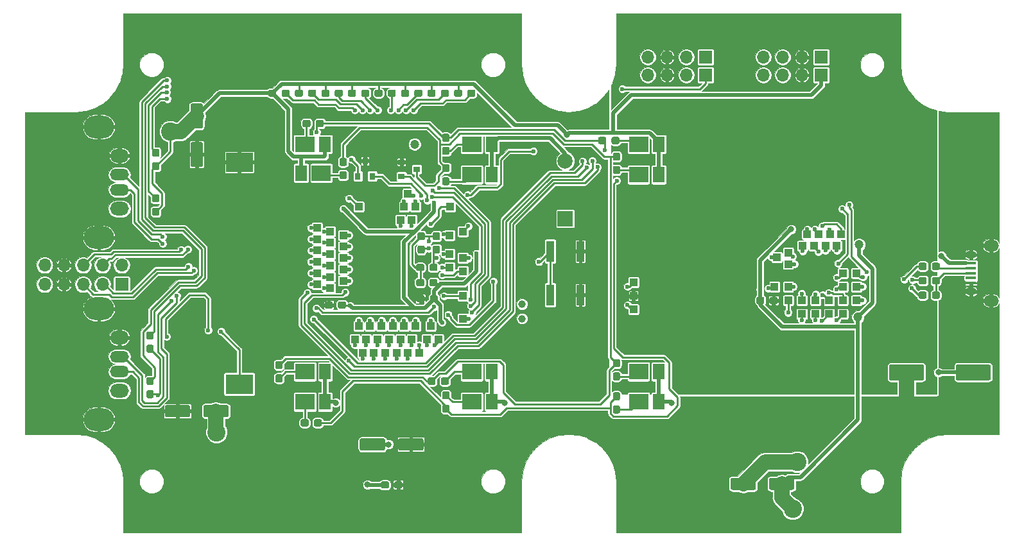
<source format=gbr>
G04 #@! TF.GenerationSoftware,KiCad,Pcbnew,(5.0.1)*
G04 #@! TF.CreationDate,2018-11-29T17:22:57+09:00*
G04 #@! TF.ProjectId,securehid,7365637572656869642E6B696361645F,rev?*
G04 #@! TF.SameCoordinates,Original*
G04 #@! TF.FileFunction,Copper,L2,Bot,Signal*
G04 #@! TF.FilePolarity,Positive*
%FSLAX46Y46*%
G04 Gerber Fmt 4.6, Leading zero omitted, Abs format (unit mm)*
G04 Created by KiCad (PCBNEW (5.0.1)) date Thu Nov 29 17:22:57 2018*
%MOMM*%
%LPD*%
G01*
G04 APERTURE LIST*
G04 #@! TA.AperFunction,SMDPad,CuDef*
%ADD10R,1.350000X0.400000*%
G04 #@! TD*
G04 #@! TA.AperFunction,ComponentPad*
%ADD11O,2.000000X1.500000*%
G04 #@! TD*
G04 #@! TA.AperFunction,ComponentPad*
%ADD12O,1.500000X1.000000*%
G04 #@! TD*
G04 #@! TA.AperFunction,Conductor*
%ADD13C,0.100000*%
G04 #@! TD*
G04 #@! TA.AperFunction,SMDPad,CuDef*
%ADD14C,0.950000*%
G04 #@! TD*
G04 #@! TA.AperFunction,ComponentPad*
%ADD15O,4.000000X3.000000*%
G04 #@! TD*
G04 #@! TA.AperFunction,ComponentPad*
%ADD16O,2.500000X1.800000*%
G04 #@! TD*
G04 #@! TA.AperFunction,ComponentPad*
%ADD17O,2.500000X1.500000*%
G04 #@! TD*
G04 #@! TA.AperFunction,SMDPad,CuDef*
%ADD18C,2.100000*%
G04 #@! TD*
G04 #@! TA.AperFunction,SMDPad,CuDef*
%ADD19R,1.000000X1.000000*%
G04 #@! TD*
G04 #@! TA.AperFunction,SMDPad,CuDef*
%ADD20R,2.500000X2.100000*%
G04 #@! TD*
G04 #@! TA.AperFunction,SMDPad,CuDef*
%ADD21R,1.500000X2.100000*%
G04 #@! TD*
G04 #@! TA.AperFunction,ComponentPad*
%ADD22O,1.700000X1.700000*%
G04 #@! TD*
G04 #@! TA.AperFunction,ComponentPad*
%ADD23R,1.700000X1.700000*%
G04 #@! TD*
G04 #@! TA.AperFunction,ComponentPad*
%ADD24R,2.000000X2.000000*%
G04 #@! TD*
G04 #@! TA.AperFunction,ComponentPad*
%ADD25C,2.000000*%
G04 #@! TD*
G04 #@! TA.AperFunction,SMDPad,CuDef*
%ADD26R,0.900000X0.800000*%
G04 #@! TD*
G04 #@! TA.AperFunction,SMDPad,CuDef*
%ADD27R,0.800000X0.900000*%
G04 #@! TD*
G04 #@! TA.AperFunction,SMDPad,CuDef*
%ADD28R,1.000000X2.750000*%
G04 #@! TD*
G04 #@! TA.AperFunction,SMDPad,CuDef*
%ADD29C,1.600000*%
G04 #@! TD*
G04 #@! TA.AperFunction,SMDPad,CuDef*
%ADD30R,3.600000X2.600000*%
G04 #@! TD*
G04 #@! TA.AperFunction,ComponentPad*
%ADD31C,1.000000*%
G04 #@! TD*
G04 #@! TA.AperFunction,ViaPad*
%ADD32C,1.200000*%
G04 #@! TD*
G04 #@! TA.AperFunction,ViaPad*
%ADD33C,0.600000*%
G04 #@! TD*
G04 #@! TA.AperFunction,ViaPad*
%ADD34C,2.400000*%
G04 #@! TD*
G04 #@! TA.AperFunction,ViaPad*
%ADD35C,0.800000*%
G04 #@! TD*
G04 #@! TA.AperFunction,Conductor*
%ADD36C,2.000000*%
G04 #@! TD*
G04 #@! TA.AperFunction,Conductor*
%ADD37C,0.500000*%
G04 #@! TD*
G04 #@! TA.AperFunction,Conductor*
%ADD38C,0.250000*%
G04 #@! TD*
G04 APERTURE END LIST*
D10*
G04 #@! TO.P,J1,5*
G04 #@! TO.N,GND*
X159500000Y-82300000D03*
G04 #@! TO.P,J1,4*
G04 #@! TO.N,Net-(J1-Pad4)*
X159500000Y-81650000D03*
G04 #@! TO.P,J1,1*
G04 #@! TO.N,VBUS*
X159500000Y-79700000D03*
G04 #@! TO.P,J1,2*
G04 #@! TO.N,Net-(J1-Pad2)*
X159500000Y-80350000D03*
G04 #@! TO.P,J1,3*
G04 #@! TO.N,Net-(J1-Pad3)*
X159500000Y-81000000D03*
D11*
G04 #@! TO.P,J1,6*
G04 #@! TO.N,GND*
X162150000Y-77375000D03*
D12*
X159500000Y-78575000D03*
X159500000Y-83425000D03*
D11*
X162150000Y-84625000D03*
G04 #@! TD*
D13*
G04 #@! TO.N,Net-(D6-Pad1)*
G04 #@! TO.C,R14*
G36*
X90435779Y-94776144D02*
X90458834Y-94779563D01*
X90481443Y-94785227D01*
X90503387Y-94793079D01*
X90524457Y-94803044D01*
X90544448Y-94815026D01*
X90563168Y-94828910D01*
X90580438Y-94844562D01*
X90596090Y-94861832D01*
X90609974Y-94880552D01*
X90621956Y-94900543D01*
X90631921Y-94921613D01*
X90639773Y-94943557D01*
X90645437Y-94966166D01*
X90648856Y-94989221D01*
X90650000Y-95012500D01*
X90650000Y-95487500D01*
X90648856Y-95510779D01*
X90645437Y-95533834D01*
X90639773Y-95556443D01*
X90631921Y-95578387D01*
X90621956Y-95599457D01*
X90609974Y-95619448D01*
X90596090Y-95638168D01*
X90580438Y-95655438D01*
X90563168Y-95671090D01*
X90544448Y-95684974D01*
X90524457Y-95696956D01*
X90503387Y-95706921D01*
X90481443Y-95714773D01*
X90458834Y-95720437D01*
X90435779Y-95723856D01*
X90412500Y-95725000D01*
X89837500Y-95725000D01*
X89814221Y-95723856D01*
X89791166Y-95720437D01*
X89768557Y-95714773D01*
X89746613Y-95706921D01*
X89725543Y-95696956D01*
X89705552Y-95684974D01*
X89686832Y-95671090D01*
X89669562Y-95655438D01*
X89653910Y-95638168D01*
X89640026Y-95619448D01*
X89628044Y-95599457D01*
X89618079Y-95578387D01*
X89610227Y-95556443D01*
X89604563Y-95533834D01*
X89601144Y-95510779D01*
X89600000Y-95487500D01*
X89600000Y-95012500D01*
X89601144Y-94989221D01*
X89604563Y-94966166D01*
X89610227Y-94943557D01*
X89618079Y-94921613D01*
X89628044Y-94900543D01*
X89640026Y-94880552D01*
X89653910Y-94861832D01*
X89669562Y-94844562D01*
X89686832Y-94828910D01*
X89705552Y-94815026D01*
X89725543Y-94803044D01*
X89746613Y-94793079D01*
X89768557Y-94785227D01*
X89791166Y-94779563D01*
X89814221Y-94776144D01*
X89837500Y-94775000D01*
X90412500Y-94775000D01*
X90435779Y-94776144D01*
X90435779Y-94776144D01*
G37*
D14*
G04 #@! TD*
G04 #@! TO.P,R14,1*
G04 #@! TO.N,Net-(D6-Pad1)*
X90125000Y-95250000D03*
D13*
G04 #@! TO.N,Net-(Q1-Pad3)*
G04 #@! TO.C,R14*
G36*
X88685779Y-94776144D02*
X88708834Y-94779563D01*
X88731443Y-94785227D01*
X88753387Y-94793079D01*
X88774457Y-94803044D01*
X88794448Y-94815026D01*
X88813168Y-94828910D01*
X88830438Y-94844562D01*
X88846090Y-94861832D01*
X88859974Y-94880552D01*
X88871956Y-94900543D01*
X88881921Y-94921613D01*
X88889773Y-94943557D01*
X88895437Y-94966166D01*
X88898856Y-94989221D01*
X88900000Y-95012500D01*
X88900000Y-95487500D01*
X88898856Y-95510779D01*
X88895437Y-95533834D01*
X88889773Y-95556443D01*
X88881921Y-95578387D01*
X88871956Y-95599457D01*
X88859974Y-95619448D01*
X88846090Y-95638168D01*
X88830438Y-95655438D01*
X88813168Y-95671090D01*
X88794448Y-95684974D01*
X88774457Y-95696956D01*
X88753387Y-95706921D01*
X88731443Y-95714773D01*
X88708834Y-95720437D01*
X88685779Y-95723856D01*
X88662500Y-95725000D01*
X88087500Y-95725000D01*
X88064221Y-95723856D01*
X88041166Y-95720437D01*
X88018557Y-95714773D01*
X87996613Y-95706921D01*
X87975543Y-95696956D01*
X87955552Y-95684974D01*
X87936832Y-95671090D01*
X87919562Y-95655438D01*
X87903910Y-95638168D01*
X87890026Y-95619448D01*
X87878044Y-95599457D01*
X87868079Y-95578387D01*
X87860227Y-95556443D01*
X87854563Y-95533834D01*
X87851144Y-95510779D01*
X87850000Y-95487500D01*
X87850000Y-95012500D01*
X87851144Y-94989221D01*
X87854563Y-94966166D01*
X87860227Y-94943557D01*
X87868079Y-94921613D01*
X87878044Y-94900543D01*
X87890026Y-94880552D01*
X87903910Y-94861832D01*
X87919562Y-94844562D01*
X87936832Y-94828910D01*
X87955552Y-94815026D01*
X87975543Y-94803044D01*
X87996613Y-94793079D01*
X88018557Y-94785227D01*
X88041166Y-94779563D01*
X88064221Y-94776144D01*
X88087500Y-94775000D01*
X88662500Y-94775000D01*
X88685779Y-94776144D01*
X88685779Y-94776144D01*
G37*
D14*
G04 #@! TD*
G04 #@! TO.P,R14,2*
G04 #@! TO.N,Net-(Q1-Pad3)*
X88375000Y-95250000D03*
D15*
G04 #@! TO.P,J8,5*
G04 #@! TO.N,GND*
X44500000Y-76300000D03*
X44500000Y-61700000D03*
D16*
G04 #@! TO.P,J8,1*
G04 #@! TO.N,VBUS*
X47210000Y-72500000D03*
G04 #@! TO.P,J8,4*
G04 #@! TO.N,GND*
X47210000Y-65500000D03*
D17*
G04 #@! TO.P,J8,3*
G04 #@! TO.N,Net-(J8-Pad3)*
X47210000Y-68000000D03*
G04 #@! TO.P,J8,2*
G04 #@! TO.N,Net-(J8-Pad2)*
X47210000Y-70000000D03*
G04 #@! TD*
D13*
G04 #@! TO.N,VBUS*
G04 #@! TO.C,C9*
G36*
X161874504Y-93051204D02*
X161898773Y-93054804D01*
X161922571Y-93060765D01*
X161945671Y-93069030D01*
X161967849Y-93079520D01*
X161988893Y-93092133D01*
X162008598Y-93106747D01*
X162026777Y-93123223D01*
X162043253Y-93141402D01*
X162057867Y-93161107D01*
X162070480Y-93182151D01*
X162080970Y-93204329D01*
X162089235Y-93227429D01*
X162095196Y-93251227D01*
X162098796Y-93275496D01*
X162100000Y-93300000D01*
X162100000Y-94900000D01*
X162098796Y-94924504D01*
X162095196Y-94948773D01*
X162089235Y-94972571D01*
X162080970Y-94995671D01*
X162070480Y-95017849D01*
X162057867Y-95038893D01*
X162043253Y-95058598D01*
X162026777Y-95076777D01*
X162008598Y-95093253D01*
X161988893Y-95107867D01*
X161967849Y-95120480D01*
X161945671Y-95130970D01*
X161922571Y-95139235D01*
X161898773Y-95145196D01*
X161874504Y-95148796D01*
X161850000Y-95150000D01*
X157750000Y-95150000D01*
X157725496Y-95148796D01*
X157701227Y-95145196D01*
X157677429Y-95139235D01*
X157654329Y-95130970D01*
X157632151Y-95120480D01*
X157611107Y-95107867D01*
X157591402Y-95093253D01*
X157573223Y-95076777D01*
X157556747Y-95058598D01*
X157542133Y-95038893D01*
X157529520Y-95017849D01*
X157519030Y-94995671D01*
X157510765Y-94972571D01*
X157504804Y-94948773D01*
X157501204Y-94924504D01*
X157500000Y-94900000D01*
X157500000Y-93300000D01*
X157501204Y-93275496D01*
X157504804Y-93251227D01*
X157510765Y-93227429D01*
X157519030Y-93204329D01*
X157529520Y-93182151D01*
X157542133Y-93161107D01*
X157556747Y-93141402D01*
X157573223Y-93123223D01*
X157591402Y-93106747D01*
X157611107Y-93092133D01*
X157632151Y-93079520D01*
X157654329Y-93069030D01*
X157677429Y-93060765D01*
X157701227Y-93054804D01*
X157725496Y-93051204D01*
X157750000Y-93050000D01*
X161850000Y-93050000D01*
X161874504Y-93051204D01*
X161874504Y-93051204D01*
G37*
D18*
G04 #@! TD*
G04 #@! TO.P,C9,1*
G04 #@! TO.N,VBUS*
X159800000Y-94100000D03*
D13*
G04 #@! TO.N,GND*
G04 #@! TO.C,C9*
G36*
X153074504Y-93051204D02*
X153098773Y-93054804D01*
X153122571Y-93060765D01*
X153145671Y-93069030D01*
X153167849Y-93079520D01*
X153188893Y-93092133D01*
X153208598Y-93106747D01*
X153226777Y-93123223D01*
X153243253Y-93141402D01*
X153257867Y-93161107D01*
X153270480Y-93182151D01*
X153280970Y-93204329D01*
X153289235Y-93227429D01*
X153295196Y-93251227D01*
X153298796Y-93275496D01*
X153300000Y-93300000D01*
X153300000Y-94900000D01*
X153298796Y-94924504D01*
X153295196Y-94948773D01*
X153289235Y-94972571D01*
X153280970Y-94995671D01*
X153270480Y-95017849D01*
X153257867Y-95038893D01*
X153243253Y-95058598D01*
X153226777Y-95076777D01*
X153208598Y-95093253D01*
X153188893Y-95107867D01*
X153167849Y-95120480D01*
X153145671Y-95130970D01*
X153122571Y-95139235D01*
X153098773Y-95145196D01*
X153074504Y-95148796D01*
X153050000Y-95150000D01*
X148950000Y-95150000D01*
X148925496Y-95148796D01*
X148901227Y-95145196D01*
X148877429Y-95139235D01*
X148854329Y-95130970D01*
X148832151Y-95120480D01*
X148811107Y-95107867D01*
X148791402Y-95093253D01*
X148773223Y-95076777D01*
X148756747Y-95058598D01*
X148742133Y-95038893D01*
X148729520Y-95017849D01*
X148719030Y-94995671D01*
X148710765Y-94972571D01*
X148704804Y-94948773D01*
X148701204Y-94924504D01*
X148700000Y-94900000D01*
X148700000Y-93300000D01*
X148701204Y-93275496D01*
X148704804Y-93251227D01*
X148710765Y-93227429D01*
X148719030Y-93204329D01*
X148729520Y-93182151D01*
X148742133Y-93161107D01*
X148756747Y-93141402D01*
X148773223Y-93123223D01*
X148791402Y-93106747D01*
X148811107Y-93092133D01*
X148832151Y-93079520D01*
X148854329Y-93069030D01*
X148877429Y-93060765D01*
X148901227Y-93054804D01*
X148925496Y-93051204D01*
X148950000Y-93050000D01*
X153050000Y-93050000D01*
X153074504Y-93051204D01*
X153074504Y-93051204D01*
G37*
D18*
G04 #@! TD*
G04 #@! TO.P,C9,2*
G04 #@! TO.N,GND*
X151000000Y-94100000D03*
D19*
G04 #@! TO.P,TP3,1*
G04 #@! TO.N,Net-(TP3-Pad1)*
X90800000Y-72250000D03*
G04 #@! TD*
G04 #@! TO.P,TP47,1*
G04 #@! TO.N,Net-(TP47-Pad1)*
X73250000Y-75000000D03*
G04 #@! TD*
D13*
G04 #@! TO.N,GND*
G04 #@! TO.C,C5*
G36*
X75110779Y-84726144D02*
X75133834Y-84729563D01*
X75156443Y-84735227D01*
X75178387Y-84743079D01*
X75199457Y-84753044D01*
X75219448Y-84765026D01*
X75238168Y-84778910D01*
X75255438Y-84794562D01*
X75271090Y-84811832D01*
X75284974Y-84830552D01*
X75296956Y-84850543D01*
X75306921Y-84871613D01*
X75314773Y-84893557D01*
X75320437Y-84916166D01*
X75323856Y-84939221D01*
X75325000Y-84962500D01*
X75325000Y-85437500D01*
X75323856Y-85460779D01*
X75320437Y-85483834D01*
X75314773Y-85506443D01*
X75306921Y-85528387D01*
X75296956Y-85549457D01*
X75284974Y-85569448D01*
X75271090Y-85588168D01*
X75255438Y-85605438D01*
X75238168Y-85621090D01*
X75219448Y-85634974D01*
X75199457Y-85646956D01*
X75178387Y-85656921D01*
X75156443Y-85664773D01*
X75133834Y-85670437D01*
X75110779Y-85673856D01*
X75087500Y-85675000D01*
X74512500Y-85675000D01*
X74489221Y-85673856D01*
X74466166Y-85670437D01*
X74443557Y-85664773D01*
X74421613Y-85656921D01*
X74400543Y-85646956D01*
X74380552Y-85634974D01*
X74361832Y-85621090D01*
X74344562Y-85605438D01*
X74328910Y-85588168D01*
X74315026Y-85569448D01*
X74303044Y-85549457D01*
X74293079Y-85528387D01*
X74285227Y-85506443D01*
X74279563Y-85483834D01*
X74276144Y-85460779D01*
X74275000Y-85437500D01*
X74275000Y-84962500D01*
X74276144Y-84939221D01*
X74279563Y-84916166D01*
X74285227Y-84893557D01*
X74293079Y-84871613D01*
X74303044Y-84850543D01*
X74315026Y-84830552D01*
X74328910Y-84811832D01*
X74344562Y-84794562D01*
X74361832Y-84778910D01*
X74380552Y-84765026D01*
X74400543Y-84753044D01*
X74421613Y-84743079D01*
X74443557Y-84735227D01*
X74466166Y-84729563D01*
X74489221Y-84726144D01*
X74512500Y-84725000D01*
X75087500Y-84725000D01*
X75110779Y-84726144D01*
X75110779Y-84726144D01*
G37*
D14*
G04 #@! TD*
G04 #@! TO.P,C5,2*
G04 #@! TO.N,GND*
X74800000Y-85200000D03*
D13*
G04 #@! TO.N,+3V3*
G04 #@! TO.C,C5*
G36*
X76860779Y-84726144D02*
X76883834Y-84729563D01*
X76906443Y-84735227D01*
X76928387Y-84743079D01*
X76949457Y-84753044D01*
X76969448Y-84765026D01*
X76988168Y-84778910D01*
X77005438Y-84794562D01*
X77021090Y-84811832D01*
X77034974Y-84830552D01*
X77046956Y-84850543D01*
X77056921Y-84871613D01*
X77064773Y-84893557D01*
X77070437Y-84916166D01*
X77073856Y-84939221D01*
X77075000Y-84962500D01*
X77075000Y-85437500D01*
X77073856Y-85460779D01*
X77070437Y-85483834D01*
X77064773Y-85506443D01*
X77056921Y-85528387D01*
X77046956Y-85549457D01*
X77034974Y-85569448D01*
X77021090Y-85588168D01*
X77005438Y-85605438D01*
X76988168Y-85621090D01*
X76969448Y-85634974D01*
X76949457Y-85646956D01*
X76928387Y-85656921D01*
X76906443Y-85664773D01*
X76883834Y-85670437D01*
X76860779Y-85673856D01*
X76837500Y-85675000D01*
X76262500Y-85675000D01*
X76239221Y-85673856D01*
X76216166Y-85670437D01*
X76193557Y-85664773D01*
X76171613Y-85656921D01*
X76150543Y-85646956D01*
X76130552Y-85634974D01*
X76111832Y-85621090D01*
X76094562Y-85605438D01*
X76078910Y-85588168D01*
X76065026Y-85569448D01*
X76053044Y-85549457D01*
X76043079Y-85528387D01*
X76035227Y-85506443D01*
X76029563Y-85483834D01*
X76026144Y-85460779D01*
X76025000Y-85437500D01*
X76025000Y-84962500D01*
X76026144Y-84939221D01*
X76029563Y-84916166D01*
X76035227Y-84893557D01*
X76043079Y-84871613D01*
X76053044Y-84850543D01*
X76065026Y-84830552D01*
X76078910Y-84811832D01*
X76094562Y-84794562D01*
X76111832Y-84778910D01*
X76130552Y-84765026D01*
X76150543Y-84753044D01*
X76171613Y-84743079D01*
X76193557Y-84735227D01*
X76216166Y-84729563D01*
X76239221Y-84726144D01*
X76262500Y-84725000D01*
X76837500Y-84725000D01*
X76860779Y-84726144D01*
X76860779Y-84726144D01*
G37*
D14*
G04 #@! TD*
G04 #@! TO.P,C5,1*
G04 #@! TO.N,+3V3*
X76550000Y-85200000D03*
D13*
G04 #@! TO.N,+3V3*
G04 #@! TO.C,C6*
G36*
X88985779Y-83926144D02*
X89008834Y-83929563D01*
X89031443Y-83935227D01*
X89053387Y-83943079D01*
X89074457Y-83953044D01*
X89094448Y-83965026D01*
X89113168Y-83978910D01*
X89130438Y-83994562D01*
X89146090Y-84011832D01*
X89159974Y-84030552D01*
X89171956Y-84050543D01*
X89181921Y-84071613D01*
X89189773Y-84093557D01*
X89195437Y-84116166D01*
X89198856Y-84139221D01*
X89200000Y-84162500D01*
X89200000Y-84637500D01*
X89198856Y-84660779D01*
X89195437Y-84683834D01*
X89189773Y-84706443D01*
X89181921Y-84728387D01*
X89171956Y-84749457D01*
X89159974Y-84769448D01*
X89146090Y-84788168D01*
X89130438Y-84805438D01*
X89113168Y-84821090D01*
X89094448Y-84834974D01*
X89074457Y-84846956D01*
X89053387Y-84856921D01*
X89031443Y-84864773D01*
X89008834Y-84870437D01*
X88985779Y-84873856D01*
X88962500Y-84875000D01*
X88387500Y-84875000D01*
X88364221Y-84873856D01*
X88341166Y-84870437D01*
X88318557Y-84864773D01*
X88296613Y-84856921D01*
X88275543Y-84846956D01*
X88255552Y-84834974D01*
X88236832Y-84821090D01*
X88219562Y-84805438D01*
X88203910Y-84788168D01*
X88190026Y-84769448D01*
X88178044Y-84749457D01*
X88168079Y-84728387D01*
X88160227Y-84706443D01*
X88154563Y-84683834D01*
X88151144Y-84660779D01*
X88150000Y-84637500D01*
X88150000Y-84162500D01*
X88151144Y-84139221D01*
X88154563Y-84116166D01*
X88160227Y-84093557D01*
X88168079Y-84071613D01*
X88178044Y-84050543D01*
X88190026Y-84030552D01*
X88203910Y-84011832D01*
X88219562Y-83994562D01*
X88236832Y-83978910D01*
X88255552Y-83965026D01*
X88275543Y-83953044D01*
X88296613Y-83943079D01*
X88318557Y-83935227D01*
X88341166Y-83929563D01*
X88364221Y-83926144D01*
X88387500Y-83925000D01*
X88962500Y-83925000D01*
X88985779Y-83926144D01*
X88985779Y-83926144D01*
G37*
D14*
G04 #@! TD*
G04 #@! TO.P,C6,1*
G04 #@! TO.N,+3V3*
X88675000Y-84400000D03*
D13*
G04 #@! TO.N,GND*
G04 #@! TO.C,C6*
G36*
X87235779Y-83926144D02*
X87258834Y-83929563D01*
X87281443Y-83935227D01*
X87303387Y-83943079D01*
X87324457Y-83953044D01*
X87344448Y-83965026D01*
X87363168Y-83978910D01*
X87380438Y-83994562D01*
X87396090Y-84011832D01*
X87409974Y-84030552D01*
X87421956Y-84050543D01*
X87431921Y-84071613D01*
X87439773Y-84093557D01*
X87445437Y-84116166D01*
X87448856Y-84139221D01*
X87450000Y-84162500D01*
X87450000Y-84637500D01*
X87448856Y-84660779D01*
X87445437Y-84683834D01*
X87439773Y-84706443D01*
X87431921Y-84728387D01*
X87421956Y-84749457D01*
X87409974Y-84769448D01*
X87396090Y-84788168D01*
X87380438Y-84805438D01*
X87363168Y-84821090D01*
X87344448Y-84834974D01*
X87324457Y-84846956D01*
X87303387Y-84856921D01*
X87281443Y-84864773D01*
X87258834Y-84870437D01*
X87235779Y-84873856D01*
X87212500Y-84875000D01*
X86637500Y-84875000D01*
X86614221Y-84873856D01*
X86591166Y-84870437D01*
X86568557Y-84864773D01*
X86546613Y-84856921D01*
X86525543Y-84846956D01*
X86505552Y-84834974D01*
X86486832Y-84821090D01*
X86469562Y-84805438D01*
X86453910Y-84788168D01*
X86440026Y-84769448D01*
X86428044Y-84749457D01*
X86418079Y-84728387D01*
X86410227Y-84706443D01*
X86404563Y-84683834D01*
X86401144Y-84660779D01*
X86400000Y-84637500D01*
X86400000Y-84162500D01*
X86401144Y-84139221D01*
X86404563Y-84116166D01*
X86410227Y-84093557D01*
X86418079Y-84071613D01*
X86428044Y-84050543D01*
X86440026Y-84030552D01*
X86453910Y-84011832D01*
X86469562Y-83994562D01*
X86486832Y-83978910D01*
X86505552Y-83965026D01*
X86525543Y-83953044D01*
X86546613Y-83943079D01*
X86568557Y-83935227D01*
X86591166Y-83929563D01*
X86614221Y-83926144D01*
X86637500Y-83925000D01*
X87212500Y-83925000D01*
X87235779Y-83926144D01*
X87235779Y-83926144D01*
G37*
D14*
G04 #@! TD*
G04 #@! TO.P,C6,2*
G04 #@! TO.N,GND*
X86925000Y-84400000D03*
D13*
G04 #@! TO.N,VSSA*
G04 #@! TO.C,C7*
G36*
X88935779Y-79776144D02*
X88958834Y-79779563D01*
X88981443Y-79785227D01*
X89003387Y-79793079D01*
X89024457Y-79803044D01*
X89044448Y-79815026D01*
X89063168Y-79828910D01*
X89080438Y-79844562D01*
X89096090Y-79861832D01*
X89109974Y-79880552D01*
X89121956Y-79900543D01*
X89131921Y-79921613D01*
X89139773Y-79943557D01*
X89145437Y-79966166D01*
X89148856Y-79989221D01*
X89150000Y-80012500D01*
X89150000Y-80487500D01*
X89148856Y-80510779D01*
X89145437Y-80533834D01*
X89139773Y-80556443D01*
X89131921Y-80578387D01*
X89121956Y-80599457D01*
X89109974Y-80619448D01*
X89096090Y-80638168D01*
X89080438Y-80655438D01*
X89063168Y-80671090D01*
X89044448Y-80684974D01*
X89024457Y-80696956D01*
X89003387Y-80706921D01*
X88981443Y-80714773D01*
X88958834Y-80720437D01*
X88935779Y-80723856D01*
X88912500Y-80725000D01*
X88337500Y-80725000D01*
X88314221Y-80723856D01*
X88291166Y-80720437D01*
X88268557Y-80714773D01*
X88246613Y-80706921D01*
X88225543Y-80696956D01*
X88205552Y-80684974D01*
X88186832Y-80671090D01*
X88169562Y-80655438D01*
X88153910Y-80638168D01*
X88140026Y-80619448D01*
X88128044Y-80599457D01*
X88118079Y-80578387D01*
X88110227Y-80556443D01*
X88104563Y-80533834D01*
X88101144Y-80510779D01*
X88100000Y-80487500D01*
X88100000Y-80012500D01*
X88101144Y-79989221D01*
X88104563Y-79966166D01*
X88110227Y-79943557D01*
X88118079Y-79921613D01*
X88128044Y-79900543D01*
X88140026Y-79880552D01*
X88153910Y-79861832D01*
X88169562Y-79844562D01*
X88186832Y-79828910D01*
X88205552Y-79815026D01*
X88225543Y-79803044D01*
X88246613Y-79793079D01*
X88268557Y-79785227D01*
X88291166Y-79779563D01*
X88314221Y-79776144D01*
X88337500Y-79775000D01*
X88912500Y-79775000D01*
X88935779Y-79776144D01*
X88935779Y-79776144D01*
G37*
D14*
G04 #@! TD*
G04 #@! TO.P,C7,1*
G04 #@! TO.N,VSSA*
X88625000Y-80250000D03*
D13*
G04 #@! TO.N,VDDA*
G04 #@! TO.C,C7*
G36*
X87185779Y-79776144D02*
X87208834Y-79779563D01*
X87231443Y-79785227D01*
X87253387Y-79793079D01*
X87274457Y-79803044D01*
X87294448Y-79815026D01*
X87313168Y-79828910D01*
X87330438Y-79844562D01*
X87346090Y-79861832D01*
X87359974Y-79880552D01*
X87371956Y-79900543D01*
X87381921Y-79921613D01*
X87389773Y-79943557D01*
X87395437Y-79966166D01*
X87398856Y-79989221D01*
X87400000Y-80012500D01*
X87400000Y-80487500D01*
X87398856Y-80510779D01*
X87395437Y-80533834D01*
X87389773Y-80556443D01*
X87381921Y-80578387D01*
X87371956Y-80599457D01*
X87359974Y-80619448D01*
X87346090Y-80638168D01*
X87330438Y-80655438D01*
X87313168Y-80671090D01*
X87294448Y-80684974D01*
X87274457Y-80696956D01*
X87253387Y-80706921D01*
X87231443Y-80714773D01*
X87208834Y-80720437D01*
X87185779Y-80723856D01*
X87162500Y-80725000D01*
X86587500Y-80725000D01*
X86564221Y-80723856D01*
X86541166Y-80720437D01*
X86518557Y-80714773D01*
X86496613Y-80706921D01*
X86475543Y-80696956D01*
X86455552Y-80684974D01*
X86436832Y-80671090D01*
X86419562Y-80655438D01*
X86403910Y-80638168D01*
X86390026Y-80619448D01*
X86378044Y-80599457D01*
X86368079Y-80578387D01*
X86360227Y-80556443D01*
X86354563Y-80533834D01*
X86351144Y-80510779D01*
X86350000Y-80487500D01*
X86350000Y-80012500D01*
X86351144Y-79989221D01*
X86354563Y-79966166D01*
X86360227Y-79943557D01*
X86368079Y-79921613D01*
X86378044Y-79900543D01*
X86390026Y-79880552D01*
X86403910Y-79861832D01*
X86419562Y-79844562D01*
X86436832Y-79828910D01*
X86455552Y-79815026D01*
X86475543Y-79803044D01*
X86496613Y-79793079D01*
X86518557Y-79785227D01*
X86541166Y-79779563D01*
X86564221Y-79776144D01*
X86587500Y-79775000D01*
X87162500Y-79775000D01*
X87185779Y-79776144D01*
X87185779Y-79776144D01*
G37*
D14*
G04 #@! TD*
G04 #@! TO.P,C7,2*
G04 #@! TO.N,VDDA*
X86875000Y-80250000D03*
D13*
G04 #@! TO.N,VDDA*
G04 #@! TO.C,C8*
G36*
X89260779Y-75601144D02*
X89283834Y-75604563D01*
X89306443Y-75610227D01*
X89328387Y-75618079D01*
X89349457Y-75628044D01*
X89369448Y-75640026D01*
X89388168Y-75653910D01*
X89405438Y-75669562D01*
X89421090Y-75686832D01*
X89434974Y-75705552D01*
X89446956Y-75725543D01*
X89456921Y-75746613D01*
X89464773Y-75768557D01*
X89470437Y-75791166D01*
X89473856Y-75814221D01*
X89475000Y-75837500D01*
X89475000Y-76412500D01*
X89473856Y-76435779D01*
X89470437Y-76458834D01*
X89464773Y-76481443D01*
X89456921Y-76503387D01*
X89446956Y-76524457D01*
X89434974Y-76544448D01*
X89421090Y-76563168D01*
X89405438Y-76580438D01*
X89388168Y-76596090D01*
X89369448Y-76609974D01*
X89349457Y-76621956D01*
X89328387Y-76631921D01*
X89306443Y-76639773D01*
X89283834Y-76645437D01*
X89260779Y-76648856D01*
X89237500Y-76650000D01*
X88762500Y-76650000D01*
X88739221Y-76648856D01*
X88716166Y-76645437D01*
X88693557Y-76639773D01*
X88671613Y-76631921D01*
X88650543Y-76621956D01*
X88630552Y-76609974D01*
X88611832Y-76596090D01*
X88594562Y-76580438D01*
X88578910Y-76563168D01*
X88565026Y-76544448D01*
X88553044Y-76524457D01*
X88543079Y-76503387D01*
X88535227Y-76481443D01*
X88529563Y-76458834D01*
X88526144Y-76435779D01*
X88525000Y-76412500D01*
X88525000Y-75837500D01*
X88526144Y-75814221D01*
X88529563Y-75791166D01*
X88535227Y-75768557D01*
X88543079Y-75746613D01*
X88553044Y-75725543D01*
X88565026Y-75705552D01*
X88578910Y-75686832D01*
X88594562Y-75669562D01*
X88611832Y-75653910D01*
X88630552Y-75640026D01*
X88650543Y-75628044D01*
X88671613Y-75618079D01*
X88693557Y-75610227D01*
X88716166Y-75604563D01*
X88739221Y-75601144D01*
X88762500Y-75600000D01*
X89237500Y-75600000D01*
X89260779Y-75601144D01*
X89260779Y-75601144D01*
G37*
D14*
G04 #@! TD*
G04 #@! TO.P,C8,1*
G04 #@! TO.N,VDDA*
X89000000Y-76125000D03*
D13*
G04 #@! TO.N,VSSA*
G04 #@! TO.C,C8*
G36*
X89260779Y-77351144D02*
X89283834Y-77354563D01*
X89306443Y-77360227D01*
X89328387Y-77368079D01*
X89349457Y-77378044D01*
X89369448Y-77390026D01*
X89388168Y-77403910D01*
X89405438Y-77419562D01*
X89421090Y-77436832D01*
X89434974Y-77455552D01*
X89446956Y-77475543D01*
X89456921Y-77496613D01*
X89464773Y-77518557D01*
X89470437Y-77541166D01*
X89473856Y-77564221D01*
X89475000Y-77587500D01*
X89475000Y-78162500D01*
X89473856Y-78185779D01*
X89470437Y-78208834D01*
X89464773Y-78231443D01*
X89456921Y-78253387D01*
X89446956Y-78274457D01*
X89434974Y-78294448D01*
X89421090Y-78313168D01*
X89405438Y-78330438D01*
X89388168Y-78346090D01*
X89369448Y-78359974D01*
X89349457Y-78371956D01*
X89328387Y-78381921D01*
X89306443Y-78389773D01*
X89283834Y-78395437D01*
X89260779Y-78398856D01*
X89237500Y-78400000D01*
X88762500Y-78400000D01*
X88739221Y-78398856D01*
X88716166Y-78395437D01*
X88693557Y-78389773D01*
X88671613Y-78381921D01*
X88650543Y-78371956D01*
X88630552Y-78359974D01*
X88611832Y-78346090D01*
X88594562Y-78330438D01*
X88578910Y-78313168D01*
X88565026Y-78294448D01*
X88553044Y-78274457D01*
X88543079Y-78253387D01*
X88535227Y-78231443D01*
X88529563Y-78208834D01*
X88526144Y-78185779D01*
X88525000Y-78162500D01*
X88525000Y-77587500D01*
X88526144Y-77564221D01*
X88529563Y-77541166D01*
X88535227Y-77518557D01*
X88543079Y-77496613D01*
X88553044Y-77475543D01*
X88565026Y-77455552D01*
X88578910Y-77436832D01*
X88594562Y-77419562D01*
X88611832Y-77403910D01*
X88630552Y-77390026D01*
X88650543Y-77378044D01*
X88671613Y-77368079D01*
X88693557Y-77360227D01*
X88716166Y-77354563D01*
X88739221Y-77351144D01*
X88762500Y-77350000D01*
X89237500Y-77350000D01*
X89260779Y-77351144D01*
X89260779Y-77351144D01*
G37*
D14*
G04 #@! TD*
G04 #@! TO.P,C8,2*
G04 #@! TO.N,VSSA*
X89000000Y-77875000D03*
D13*
G04 #@! TO.N,VBUS*
G04 #@! TO.C,C10*
G36*
X82535779Y-108476144D02*
X82558834Y-108479563D01*
X82581443Y-108485227D01*
X82603387Y-108493079D01*
X82624457Y-108503044D01*
X82644448Y-108515026D01*
X82663168Y-108528910D01*
X82680438Y-108544562D01*
X82696090Y-108561832D01*
X82709974Y-108580552D01*
X82721956Y-108600543D01*
X82731921Y-108621613D01*
X82739773Y-108643557D01*
X82745437Y-108666166D01*
X82748856Y-108689221D01*
X82750000Y-108712500D01*
X82750000Y-109187500D01*
X82748856Y-109210779D01*
X82745437Y-109233834D01*
X82739773Y-109256443D01*
X82731921Y-109278387D01*
X82721956Y-109299457D01*
X82709974Y-109319448D01*
X82696090Y-109338168D01*
X82680438Y-109355438D01*
X82663168Y-109371090D01*
X82644448Y-109384974D01*
X82624457Y-109396956D01*
X82603387Y-109406921D01*
X82581443Y-109414773D01*
X82558834Y-109420437D01*
X82535779Y-109423856D01*
X82512500Y-109425000D01*
X81937500Y-109425000D01*
X81914221Y-109423856D01*
X81891166Y-109420437D01*
X81868557Y-109414773D01*
X81846613Y-109406921D01*
X81825543Y-109396956D01*
X81805552Y-109384974D01*
X81786832Y-109371090D01*
X81769562Y-109355438D01*
X81753910Y-109338168D01*
X81740026Y-109319448D01*
X81728044Y-109299457D01*
X81718079Y-109278387D01*
X81710227Y-109256443D01*
X81704563Y-109233834D01*
X81701144Y-109210779D01*
X81700000Y-109187500D01*
X81700000Y-108712500D01*
X81701144Y-108689221D01*
X81704563Y-108666166D01*
X81710227Y-108643557D01*
X81718079Y-108621613D01*
X81728044Y-108600543D01*
X81740026Y-108580552D01*
X81753910Y-108561832D01*
X81769562Y-108544562D01*
X81786832Y-108528910D01*
X81805552Y-108515026D01*
X81825543Y-108503044D01*
X81846613Y-108493079D01*
X81868557Y-108485227D01*
X81891166Y-108479563D01*
X81914221Y-108476144D01*
X81937500Y-108475000D01*
X82512500Y-108475000D01*
X82535779Y-108476144D01*
X82535779Y-108476144D01*
G37*
D14*
G04 #@! TD*
G04 #@! TO.P,C10,1*
G04 #@! TO.N,VBUS*
X82225000Y-108950000D03*
D13*
G04 #@! TO.N,GND*
G04 #@! TO.C,C10*
G36*
X84285779Y-108476144D02*
X84308834Y-108479563D01*
X84331443Y-108485227D01*
X84353387Y-108493079D01*
X84374457Y-108503044D01*
X84394448Y-108515026D01*
X84413168Y-108528910D01*
X84430438Y-108544562D01*
X84446090Y-108561832D01*
X84459974Y-108580552D01*
X84471956Y-108600543D01*
X84481921Y-108621613D01*
X84489773Y-108643557D01*
X84495437Y-108666166D01*
X84498856Y-108689221D01*
X84500000Y-108712500D01*
X84500000Y-109187500D01*
X84498856Y-109210779D01*
X84495437Y-109233834D01*
X84489773Y-109256443D01*
X84481921Y-109278387D01*
X84471956Y-109299457D01*
X84459974Y-109319448D01*
X84446090Y-109338168D01*
X84430438Y-109355438D01*
X84413168Y-109371090D01*
X84394448Y-109384974D01*
X84374457Y-109396956D01*
X84353387Y-109406921D01*
X84331443Y-109414773D01*
X84308834Y-109420437D01*
X84285779Y-109423856D01*
X84262500Y-109425000D01*
X83687500Y-109425000D01*
X83664221Y-109423856D01*
X83641166Y-109420437D01*
X83618557Y-109414773D01*
X83596613Y-109406921D01*
X83575543Y-109396956D01*
X83555552Y-109384974D01*
X83536832Y-109371090D01*
X83519562Y-109355438D01*
X83503910Y-109338168D01*
X83490026Y-109319448D01*
X83478044Y-109299457D01*
X83468079Y-109278387D01*
X83460227Y-109256443D01*
X83454563Y-109233834D01*
X83451144Y-109210779D01*
X83450000Y-109187500D01*
X83450000Y-108712500D01*
X83451144Y-108689221D01*
X83454563Y-108666166D01*
X83460227Y-108643557D01*
X83468079Y-108621613D01*
X83478044Y-108600543D01*
X83490026Y-108580552D01*
X83503910Y-108561832D01*
X83519562Y-108544562D01*
X83536832Y-108528910D01*
X83555552Y-108515026D01*
X83575543Y-108503044D01*
X83596613Y-108493079D01*
X83618557Y-108485227D01*
X83641166Y-108479563D01*
X83664221Y-108476144D01*
X83687500Y-108475000D01*
X84262500Y-108475000D01*
X84285779Y-108476144D01*
X84285779Y-108476144D01*
G37*
D14*
G04 #@! TD*
G04 #@! TO.P,C10,2*
G04 #@! TO.N,GND*
X83975000Y-108950000D03*
D13*
G04 #@! TO.N,VBUS*
G04 #@! TO.C,D1*
G36*
X92185779Y-56776144D02*
X92208834Y-56779563D01*
X92231443Y-56785227D01*
X92253387Y-56793079D01*
X92274457Y-56803044D01*
X92294448Y-56815026D01*
X92313168Y-56828910D01*
X92330438Y-56844562D01*
X92346090Y-56861832D01*
X92359974Y-56880552D01*
X92371956Y-56900543D01*
X92381921Y-56921613D01*
X92389773Y-56943557D01*
X92395437Y-56966166D01*
X92398856Y-56989221D01*
X92400000Y-57012500D01*
X92400000Y-57487500D01*
X92398856Y-57510779D01*
X92395437Y-57533834D01*
X92389773Y-57556443D01*
X92381921Y-57578387D01*
X92371956Y-57599457D01*
X92359974Y-57619448D01*
X92346090Y-57638168D01*
X92330438Y-57655438D01*
X92313168Y-57671090D01*
X92294448Y-57684974D01*
X92274457Y-57696956D01*
X92253387Y-57706921D01*
X92231443Y-57714773D01*
X92208834Y-57720437D01*
X92185779Y-57723856D01*
X92162500Y-57725000D01*
X91587500Y-57725000D01*
X91564221Y-57723856D01*
X91541166Y-57720437D01*
X91518557Y-57714773D01*
X91496613Y-57706921D01*
X91475543Y-57696956D01*
X91455552Y-57684974D01*
X91436832Y-57671090D01*
X91419562Y-57655438D01*
X91403910Y-57638168D01*
X91390026Y-57619448D01*
X91378044Y-57599457D01*
X91368079Y-57578387D01*
X91360227Y-57556443D01*
X91354563Y-57533834D01*
X91351144Y-57510779D01*
X91350000Y-57487500D01*
X91350000Y-57012500D01*
X91351144Y-56989221D01*
X91354563Y-56966166D01*
X91360227Y-56943557D01*
X91368079Y-56921613D01*
X91378044Y-56900543D01*
X91390026Y-56880552D01*
X91403910Y-56861832D01*
X91419562Y-56844562D01*
X91436832Y-56828910D01*
X91455552Y-56815026D01*
X91475543Y-56803044D01*
X91496613Y-56793079D01*
X91518557Y-56785227D01*
X91541166Y-56779563D01*
X91564221Y-56776144D01*
X91587500Y-56775000D01*
X92162500Y-56775000D01*
X92185779Y-56776144D01*
X92185779Y-56776144D01*
G37*
D14*
G04 #@! TD*
G04 #@! TO.P,D1,2*
G04 #@! TO.N,VBUS*
X91875000Y-57250000D03*
D13*
G04 #@! TO.N,Net-(D1-Pad1)*
G04 #@! TO.C,D1*
G36*
X93935779Y-56776144D02*
X93958834Y-56779563D01*
X93981443Y-56785227D01*
X94003387Y-56793079D01*
X94024457Y-56803044D01*
X94044448Y-56815026D01*
X94063168Y-56828910D01*
X94080438Y-56844562D01*
X94096090Y-56861832D01*
X94109974Y-56880552D01*
X94121956Y-56900543D01*
X94131921Y-56921613D01*
X94139773Y-56943557D01*
X94145437Y-56966166D01*
X94148856Y-56989221D01*
X94150000Y-57012500D01*
X94150000Y-57487500D01*
X94148856Y-57510779D01*
X94145437Y-57533834D01*
X94139773Y-57556443D01*
X94131921Y-57578387D01*
X94121956Y-57599457D01*
X94109974Y-57619448D01*
X94096090Y-57638168D01*
X94080438Y-57655438D01*
X94063168Y-57671090D01*
X94044448Y-57684974D01*
X94024457Y-57696956D01*
X94003387Y-57706921D01*
X93981443Y-57714773D01*
X93958834Y-57720437D01*
X93935779Y-57723856D01*
X93912500Y-57725000D01*
X93337500Y-57725000D01*
X93314221Y-57723856D01*
X93291166Y-57720437D01*
X93268557Y-57714773D01*
X93246613Y-57706921D01*
X93225543Y-57696956D01*
X93205552Y-57684974D01*
X93186832Y-57671090D01*
X93169562Y-57655438D01*
X93153910Y-57638168D01*
X93140026Y-57619448D01*
X93128044Y-57599457D01*
X93118079Y-57578387D01*
X93110227Y-57556443D01*
X93104563Y-57533834D01*
X93101144Y-57510779D01*
X93100000Y-57487500D01*
X93100000Y-57012500D01*
X93101144Y-56989221D01*
X93104563Y-56966166D01*
X93110227Y-56943557D01*
X93118079Y-56921613D01*
X93128044Y-56900543D01*
X93140026Y-56880552D01*
X93153910Y-56861832D01*
X93169562Y-56844562D01*
X93186832Y-56828910D01*
X93205552Y-56815026D01*
X93225543Y-56803044D01*
X93246613Y-56793079D01*
X93268557Y-56785227D01*
X93291166Y-56779563D01*
X93314221Y-56776144D01*
X93337500Y-56775000D01*
X93912500Y-56775000D01*
X93935779Y-56776144D01*
X93935779Y-56776144D01*
G37*
D14*
G04 #@! TD*
G04 #@! TO.P,D1,1*
G04 #@! TO.N,Net-(D1-Pad1)*
X93625000Y-57250000D03*
D13*
G04 #@! TO.N,Net-(D2-Pad1)*
G04 #@! TO.C,D2*
G36*
X90435779Y-56776144D02*
X90458834Y-56779563D01*
X90481443Y-56785227D01*
X90503387Y-56793079D01*
X90524457Y-56803044D01*
X90544448Y-56815026D01*
X90563168Y-56828910D01*
X90580438Y-56844562D01*
X90596090Y-56861832D01*
X90609974Y-56880552D01*
X90621956Y-56900543D01*
X90631921Y-56921613D01*
X90639773Y-56943557D01*
X90645437Y-56966166D01*
X90648856Y-56989221D01*
X90650000Y-57012500D01*
X90650000Y-57487500D01*
X90648856Y-57510779D01*
X90645437Y-57533834D01*
X90639773Y-57556443D01*
X90631921Y-57578387D01*
X90621956Y-57599457D01*
X90609974Y-57619448D01*
X90596090Y-57638168D01*
X90580438Y-57655438D01*
X90563168Y-57671090D01*
X90544448Y-57684974D01*
X90524457Y-57696956D01*
X90503387Y-57706921D01*
X90481443Y-57714773D01*
X90458834Y-57720437D01*
X90435779Y-57723856D01*
X90412500Y-57725000D01*
X89837500Y-57725000D01*
X89814221Y-57723856D01*
X89791166Y-57720437D01*
X89768557Y-57714773D01*
X89746613Y-57706921D01*
X89725543Y-57696956D01*
X89705552Y-57684974D01*
X89686832Y-57671090D01*
X89669562Y-57655438D01*
X89653910Y-57638168D01*
X89640026Y-57619448D01*
X89628044Y-57599457D01*
X89618079Y-57578387D01*
X89610227Y-57556443D01*
X89604563Y-57533834D01*
X89601144Y-57510779D01*
X89600000Y-57487500D01*
X89600000Y-57012500D01*
X89601144Y-56989221D01*
X89604563Y-56966166D01*
X89610227Y-56943557D01*
X89618079Y-56921613D01*
X89628044Y-56900543D01*
X89640026Y-56880552D01*
X89653910Y-56861832D01*
X89669562Y-56844562D01*
X89686832Y-56828910D01*
X89705552Y-56815026D01*
X89725543Y-56803044D01*
X89746613Y-56793079D01*
X89768557Y-56785227D01*
X89791166Y-56779563D01*
X89814221Y-56776144D01*
X89837500Y-56775000D01*
X90412500Y-56775000D01*
X90435779Y-56776144D01*
X90435779Y-56776144D01*
G37*
D14*
G04 #@! TD*
G04 #@! TO.P,D2,1*
G04 #@! TO.N,Net-(D2-Pad1)*
X90125000Y-57250000D03*
D13*
G04 #@! TO.N,VBUS*
G04 #@! TO.C,D2*
G36*
X88685779Y-56776144D02*
X88708834Y-56779563D01*
X88731443Y-56785227D01*
X88753387Y-56793079D01*
X88774457Y-56803044D01*
X88794448Y-56815026D01*
X88813168Y-56828910D01*
X88830438Y-56844562D01*
X88846090Y-56861832D01*
X88859974Y-56880552D01*
X88871956Y-56900543D01*
X88881921Y-56921613D01*
X88889773Y-56943557D01*
X88895437Y-56966166D01*
X88898856Y-56989221D01*
X88900000Y-57012500D01*
X88900000Y-57487500D01*
X88898856Y-57510779D01*
X88895437Y-57533834D01*
X88889773Y-57556443D01*
X88881921Y-57578387D01*
X88871956Y-57599457D01*
X88859974Y-57619448D01*
X88846090Y-57638168D01*
X88830438Y-57655438D01*
X88813168Y-57671090D01*
X88794448Y-57684974D01*
X88774457Y-57696956D01*
X88753387Y-57706921D01*
X88731443Y-57714773D01*
X88708834Y-57720437D01*
X88685779Y-57723856D01*
X88662500Y-57725000D01*
X88087500Y-57725000D01*
X88064221Y-57723856D01*
X88041166Y-57720437D01*
X88018557Y-57714773D01*
X87996613Y-57706921D01*
X87975543Y-57696956D01*
X87955552Y-57684974D01*
X87936832Y-57671090D01*
X87919562Y-57655438D01*
X87903910Y-57638168D01*
X87890026Y-57619448D01*
X87878044Y-57599457D01*
X87868079Y-57578387D01*
X87860227Y-57556443D01*
X87854563Y-57533834D01*
X87851144Y-57510779D01*
X87850000Y-57487500D01*
X87850000Y-57012500D01*
X87851144Y-56989221D01*
X87854563Y-56966166D01*
X87860227Y-56943557D01*
X87868079Y-56921613D01*
X87878044Y-56900543D01*
X87890026Y-56880552D01*
X87903910Y-56861832D01*
X87919562Y-56844562D01*
X87936832Y-56828910D01*
X87955552Y-56815026D01*
X87975543Y-56803044D01*
X87996613Y-56793079D01*
X88018557Y-56785227D01*
X88041166Y-56779563D01*
X88064221Y-56776144D01*
X88087500Y-56775000D01*
X88662500Y-56775000D01*
X88685779Y-56776144D01*
X88685779Y-56776144D01*
G37*
D14*
G04 #@! TD*
G04 #@! TO.P,D2,2*
G04 #@! TO.N,VBUS*
X88375000Y-57250000D03*
D13*
G04 #@! TO.N,VBUS*
G04 #@! TO.C,D3*
G36*
X85185779Y-56776144D02*
X85208834Y-56779563D01*
X85231443Y-56785227D01*
X85253387Y-56793079D01*
X85274457Y-56803044D01*
X85294448Y-56815026D01*
X85313168Y-56828910D01*
X85330438Y-56844562D01*
X85346090Y-56861832D01*
X85359974Y-56880552D01*
X85371956Y-56900543D01*
X85381921Y-56921613D01*
X85389773Y-56943557D01*
X85395437Y-56966166D01*
X85398856Y-56989221D01*
X85400000Y-57012500D01*
X85400000Y-57487500D01*
X85398856Y-57510779D01*
X85395437Y-57533834D01*
X85389773Y-57556443D01*
X85381921Y-57578387D01*
X85371956Y-57599457D01*
X85359974Y-57619448D01*
X85346090Y-57638168D01*
X85330438Y-57655438D01*
X85313168Y-57671090D01*
X85294448Y-57684974D01*
X85274457Y-57696956D01*
X85253387Y-57706921D01*
X85231443Y-57714773D01*
X85208834Y-57720437D01*
X85185779Y-57723856D01*
X85162500Y-57725000D01*
X84587500Y-57725000D01*
X84564221Y-57723856D01*
X84541166Y-57720437D01*
X84518557Y-57714773D01*
X84496613Y-57706921D01*
X84475543Y-57696956D01*
X84455552Y-57684974D01*
X84436832Y-57671090D01*
X84419562Y-57655438D01*
X84403910Y-57638168D01*
X84390026Y-57619448D01*
X84378044Y-57599457D01*
X84368079Y-57578387D01*
X84360227Y-57556443D01*
X84354563Y-57533834D01*
X84351144Y-57510779D01*
X84350000Y-57487500D01*
X84350000Y-57012500D01*
X84351144Y-56989221D01*
X84354563Y-56966166D01*
X84360227Y-56943557D01*
X84368079Y-56921613D01*
X84378044Y-56900543D01*
X84390026Y-56880552D01*
X84403910Y-56861832D01*
X84419562Y-56844562D01*
X84436832Y-56828910D01*
X84455552Y-56815026D01*
X84475543Y-56803044D01*
X84496613Y-56793079D01*
X84518557Y-56785227D01*
X84541166Y-56779563D01*
X84564221Y-56776144D01*
X84587500Y-56775000D01*
X85162500Y-56775000D01*
X85185779Y-56776144D01*
X85185779Y-56776144D01*
G37*
D14*
G04 #@! TD*
G04 #@! TO.P,D3,2*
G04 #@! TO.N,VBUS*
X84875000Y-57250000D03*
D13*
G04 #@! TO.N,Net-(D3-Pad1)*
G04 #@! TO.C,D3*
G36*
X86935779Y-56776144D02*
X86958834Y-56779563D01*
X86981443Y-56785227D01*
X87003387Y-56793079D01*
X87024457Y-56803044D01*
X87044448Y-56815026D01*
X87063168Y-56828910D01*
X87080438Y-56844562D01*
X87096090Y-56861832D01*
X87109974Y-56880552D01*
X87121956Y-56900543D01*
X87131921Y-56921613D01*
X87139773Y-56943557D01*
X87145437Y-56966166D01*
X87148856Y-56989221D01*
X87150000Y-57012500D01*
X87150000Y-57487500D01*
X87148856Y-57510779D01*
X87145437Y-57533834D01*
X87139773Y-57556443D01*
X87131921Y-57578387D01*
X87121956Y-57599457D01*
X87109974Y-57619448D01*
X87096090Y-57638168D01*
X87080438Y-57655438D01*
X87063168Y-57671090D01*
X87044448Y-57684974D01*
X87024457Y-57696956D01*
X87003387Y-57706921D01*
X86981443Y-57714773D01*
X86958834Y-57720437D01*
X86935779Y-57723856D01*
X86912500Y-57725000D01*
X86337500Y-57725000D01*
X86314221Y-57723856D01*
X86291166Y-57720437D01*
X86268557Y-57714773D01*
X86246613Y-57706921D01*
X86225543Y-57696956D01*
X86205552Y-57684974D01*
X86186832Y-57671090D01*
X86169562Y-57655438D01*
X86153910Y-57638168D01*
X86140026Y-57619448D01*
X86128044Y-57599457D01*
X86118079Y-57578387D01*
X86110227Y-57556443D01*
X86104563Y-57533834D01*
X86101144Y-57510779D01*
X86100000Y-57487500D01*
X86100000Y-57012500D01*
X86101144Y-56989221D01*
X86104563Y-56966166D01*
X86110227Y-56943557D01*
X86118079Y-56921613D01*
X86128044Y-56900543D01*
X86140026Y-56880552D01*
X86153910Y-56861832D01*
X86169562Y-56844562D01*
X86186832Y-56828910D01*
X86205552Y-56815026D01*
X86225543Y-56803044D01*
X86246613Y-56793079D01*
X86268557Y-56785227D01*
X86291166Y-56779563D01*
X86314221Y-56776144D01*
X86337500Y-56775000D01*
X86912500Y-56775000D01*
X86935779Y-56776144D01*
X86935779Y-56776144D01*
G37*
D14*
G04 #@! TD*
G04 #@! TO.P,D3,1*
G04 #@! TO.N,Net-(D3-Pad1)*
X86625000Y-57250000D03*
D20*
G04 #@! TO.P,D4,1*
G04 #@! TO.N,Net-(D4-Pad1)*
X73830000Y-67800000D03*
D21*
G04 #@! TO.P,D4,2*
G04 #@! TO.N,VBUS*
X71170000Y-67800000D03*
G04 #@! TD*
D20*
G04 #@! TO.P,D5,1*
G04 #@! TO.N,Net-(D5-Pad1)*
X115670000Y-94000000D03*
D21*
G04 #@! TO.P,D5,2*
G04 #@! TO.N,VBUS*
X118330000Y-94000000D03*
G04 #@! TD*
G04 #@! TO.P,D6,2*
G04 #@! TO.N,VBUS*
X96330000Y-94000000D03*
D20*
G04 #@! TO.P,D6,1*
G04 #@! TO.N,Net-(D6-Pad1)*
X93670000Y-94000000D03*
G04 #@! TD*
G04 #@! TO.P,D7,1*
G04 #@! TO.N,Net-(D7-Pad1)*
X93670000Y-68000000D03*
D21*
G04 #@! TO.P,D7,2*
G04 #@! TO.N,VBUS*
X96330000Y-68000000D03*
G04 #@! TD*
G04 #@! TO.P,D8,2*
G04 #@! TO.N,VBUS*
X118330000Y-68000000D03*
D20*
G04 #@! TO.P,D8,1*
G04 #@! TO.N,Net-(D8-Pad1)*
X115670000Y-68000000D03*
G04 #@! TD*
D21*
G04 #@! TO.P,D9,2*
G04 #@! TO.N,VBUS*
X74330000Y-94000000D03*
D20*
G04 #@! TO.P,D9,1*
G04 #@! TO.N,Net-(D9-Pad1)*
X71670000Y-94000000D03*
G04 #@! TD*
D21*
G04 #@! TO.P,D10,2*
G04 #@! TO.N,VBUS*
X118330000Y-98000000D03*
D20*
G04 #@! TO.P,D10,1*
G04 #@! TO.N,Net-(D10-Pad1)*
X115670000Y-98000000D03*
G04 #@! TD*
G04 #@! TO.P,D11,1*
G04 #@! TO.N,Net-(D11-Pad1)*
X93670000Y-64000000D03*
D21*
G04 #@! TO.P,D11,2*
G04 #@! TO.N,VBUS*
X96330000Y-64000000D03*
G04 #@! TD*
G04 #@! TO.P,D12,2*
G04 #@! TO.N,VBUS*
X118330000Y-64000000D03*
D20*
G04 #@! TO.P,D12,1*
G04 #@! TO.N,Net-(D12-Pad1)*
X115670000Y-64000000D03*
G04 #@! TD*
D21*
G04 #@! TO.P,D13,2*
G04 #@! TO.N,VBUS*
X74330000Y-64000000D03*
D20*
G04 #@! TO.P,D13,1*
G04 #@! TO.N,Net-(D13-Pad1)*
X71670000Y-64000000D03*
G04 #@! TD*
G04 #@! TO.P,D14,1*
G04 #@! TO.N,Net-(D14-Pad1)*
X71670000Y-98000000D03*
D21*
G04 #@! TO.P,D14,2*
G04 #@! TO.N,VBUS*
X74330000Y-98000000D03*
G04 #@! TD*
D20*
G04 #@! TO.P,D15,1*
G04 #@! TO.N,Net-(D15-Pad1)*
X93670000Y-98000000D03*
D21*
G04 #@! TO.P,D15,2*
G04 #@! TO.N,VBUS*
X96330000Y-98000000D03*
G04 #@! TD*
D13*
G04 #@! TO.N,Net-(D16-Pad1)*
G04 #@! TO.C,D16*
G36*
X83435779Y-56776144D02*
X83458834Y-56779563D01*
X83481443Y-56785227D01*
X83503387Y-56793079D01*
X83524457Y-56803044D01*
X83544448Y-56815026D01*
X83563168Y-56828910D01*
X83580438Y-56844562D01*
X83596090Y-56861832D01*
X83609974Y-56880552D01*
X83621956Y-56900543D01*
X83631921Y-56921613D01*
X83639773Y-56943557D01*
X83645437Y-56966166D01*
X83648856Y-56989221D01*
X83650000Y-57012500D01*
X83650000Y-57487500D01*
X83648856Y-57510779D01*
X83645437Y-57533834D01*
X83639773Y-57556443D01*
X83631921Y-57578387D01*
X83621956Y-57599457D01*
X83609974Y-57619448D01*
X83596090Y-57638168D01*
X83580438Y-57655438D01*
X83563168Y-57671090D01*
X83544448Y-57684974D01*
X83524457Y-57696956D01*
X83503387Y-57706921D01*
X83481443Y-57714773D01*
X83458834Y-57720437D01*
X83435779Y-57723856D01*
X83412500Y-57725000D01*
X82837500Y-57725000D01*
X82814221Y-57723856D01*
X82791166Y-57720437D01*
X82768557Y-57714773D01*
X82746613Y-57706921D01*
X82725543Y-57696956D01*
X82705552Y-57684974D01*
X82686832Y-57671090D01*
X82669562Y-57655438D01*
X82653910Y-57638168D01*
X82640026Y-57619448D01*
X82628044Y-57599457D01*
X82618079Y-57578387D01*
X82610227Y-57556443D01*
X82604563Y-57533834D01*
X82601144Y-57510779D01*
X82600000Y-57487500D01*
X82600000Y-57012500D01*
X82601144Y-56989221D01*
X82604563Y-56966166D01*
X82610227Y-56943557D01*
X82618079Y-56921613D01*
X82628044Y-56900543D01*
X82640026Y-56880552D01*
X82653910Y-56861832D01*
X82669562Y-56844562D01*
X82686832Y-56828910D01*
X82705552Y-56815026D01*
X82725543Y-56803044D01*
X82746613Y-56793079D01*
X82768557Y-56785227D01*
X82791166Y-56779563D01*
X82814221Y-56776144D01*
X82837500Y-56775000D01*
X83412500Y-56775000D01*
X83435779Y-56776144D01*
X83435779Y-56776144D01*
G37*
D14*
G04 #@! TD*
G04 #@! TO.P,D16,1*
G04 #@! TO.N,Net-(D16-Pad1)*
X83125000Y-57250000D03*
D13*
G04 #@! TO.N,VBUS*
G04 #@! TO.C,D16*
G36*
X81685779Y-56776144D02*
X81708834Y-56779563D01*
X81731443Y-56785227D01*
X81753387Y-56793079D01*
X81774457Y-56803044D01*
X81794448Y-56815026D01*
X81813168Y-56828910D01*
X81830438Y-56844562D01*
X81846090Y-56861832D01*
X81859974Y-56880552D01*
X81871956Y-56900543D01*
X81881921Y-56921613D01*
X81889773Y-56943557D01*
X81895437Y-56966166D01*
X81898856Y-56989221D01*
X81900000Y-57012500D01*
X81900000Y-57487500D01*
X81898856Y-57510779D01*
X81895437Y-57533834D01*
X81889773Y-57556443D01*
X81881921Y-57578387D01*
X81871956Y-57599457D01*
X81859974Y-57619448D01*
X81846090Y-57638168D01*
X81830438Y-57655438D01*
X81813168Y-57671090D01*
X81794448Y-57684974D01*
X81774457Y-57696956D01*
X81753387Y-57706921D01*
X81731443Y-57714773D01*
X81708834Y-57720437D01*
X81685779Y-57723856D01*
X81662500Y-57725000D01*
X81087500Y-57725000D01*
X81064221Y-57723856D01*
X81041166Y-57720437D01*
X81018557Y-57714773D01*
X80996613Y-57706921D01*
X80975543Y-57696956D01*
X80955552Y-57684974D01*
X80936832Y-57671090D01*
X80919562Y-57655438D01*
X80903910Y-57638168D01*
X80890026Y-57619448D01*
X80878044Y-57599457D01*
X80868079Y-57578387D01*
X80860227Y-57556443D01*
X80854563Y-57533834D01*
X80851144Y-57510779D01*
X80850000Y-57487500D01*
X80850000Y-57012500D01*
X80851144Y-56989221D01*
X80854563Y-56966166D01*
X80860227Y-56943557D01*
X80868079Y-56921613D01*
X80878044Y-56900543D01*
X80890026Y-56880552D01*
X80903910Y-56861832D01*
X80919562Y-56844562D01*
X80936832Y-56828910D01*
X80955552Y-56815026D01*
X80975543Y-56803044D01*
X80996613Y-56793079D01*
X81018557Y-56785227D01*
X81041166Y-56779563D01*
X81064221Y-56776144D01*
X81087500Y-56775000D01*
X81662500Y-56775000D01*
X81685779Y-56776144D01*
X81685779Y-56776144D01*
G37*
D14*
G04 #@! TD*
G04 #@! TO.P,D16,2*
G04 #@! TO.N,VBUS*
X81375000Y-57250000D03*
D13*
G04 #@! TO.N,VBUS*
G04 #@! TO.C,D17*
G36*
X78185779Y-56776144D02*
X78208834Y-56779563D01*
X78231443Y-56785227D01*
X78253387Y-56793079D01*
X78274457Y-56803044D01*
X78294448Y-56815026D01*
X78313168Y-56828910D01*
X78330438Y-56844562D01*
X78346090Y-56861832D01*
X78359974Y-56880552D01*
X78371956Y-56900543D01*
X78381921Y-56921613D01*
X78389773Y-56943557D01*
X78395437Y-56966166D01*
X78398856Y-56989221D01*
X78400000Y-57012500D01*
X78400000Y-57487500D01*
X78398856Y-57510779D01*
X78395437Y-57533834D01*
X78389773Y-57556443D01*
X78381921Y-57578387D01*
X78371956Y-57599457D01*
X78359974Y-57619448D01*
X78346090Y-57638168D01*
X78330438Y-57655438D01*
X78313168Y-57671090D01*
X78294448Y-57684974D01*
X78274457Y-57696956D01*
X78253387Y-57706921D01*
X78231443Y-57714773D01*
X78208834Y-57720437D01*
X78185779Y-57723856D01*
X78162500Y-57725000D01*
X77587500Y-57725000D01*
X77564221Y-57723856D01*
X77541166Y-57720437D01*
X77518557Y-57714773D01*
X77496613Y-57706921D01*
X77475543Y-57696956D01*
X77455552Y-57684974D01*
X77436832Y-57671090D01*
X77419562Y-57655438D01*
X77403910Y-57638168D01*
X77390026Y-57619448D01*
X77378044Y-57599457D01*
X77368079Y-57578387D01*
X77360227Y-57556443D01*
X77354563Y-57533834D01*
X77351144Y-57510779D01*
X77350000Y-57487500D01*
X77350000Y-57012500D01*
X77351144Y-56989221D01*
X77354563Y-56966166D01*
X77360227Y-56943557D01*
X77368079Y-56921613D01*
X77378044Y-56900543D01*
X77390026Y-56880552D01*
X77403910Y-56861832D01*
X77419562Y-56844562D01*
X77436832Y-56828910D01*
X77455552Y-56815026D01*
X77475543Y-56803044D01*
X77496613Y-56793079D01*
X77518557Y-56785227D01*
X77541166Y-56779563D01*
X77564221Y-56776144D01*
X77587500Y-56775000D01*
X78162500Y-56775000D01*
X78185779Y-56776144D01*
X78185779Y-56776144D01*
G37*
D14*
G04 #@! TD*
G04 #@! TO.P,D17,2*
G04 #@! TO.N,VBUS*
X77875000Y-57250000D03*
D13*
G04 #@! TO.N,Net-(D17-Pad1)*
G04 #@! TO.C,D17*
G36*
X79935779Y-56776144D02*
X79958834Y-56779563D01*
X79981443Y-56785227D01*
X80003387Y-56793079D01*
X80024457Y-56803044D01*
X80044448Y-56815026D01*
X80063168Y-56828910D01*
X80080438Y-56844562D01*
X80096090Y-56861832D01*
X80109974Y-56880552D01*
X80121956Y-56900543D01*
X80131921Y-56921613D01*
X80139773Y-56943557D01*
X80145437Y-56966166D01*
X80148856Y-56989221D01*
X80150000Y-57012500D01*
X80150000Y-57487500D01*
X80148856Y-57510779D01*
X80145437Y-57533834D01*
X80139773Y-57556443D01*
X80131921Y-57578387D01*
X80121956Y-57599457D01*
X80109974Y-57619448D01*
X80096090Y-57638168D01*
X80080438Y-57655438D01*
X80063168Y-57671090D01*
X80044448Y-57684974D01*
X80024457Y-57696956D01*
X80003387Y-57706921D01*
X79981443Y-57714773D01*
X79958834Y-57720437D01*
X79935779Y-57723856D01*
X79912500Y-57725000D01*
X79337500Y-57725000D01*
X79314221Y-57723856D01*
X79291166Y-57720437D01*
X79268557Y-57714773D01*
X79246613Y-57706921D01*
X79225543Y-57696956D01*
X79205552Y-57684974D01*
X79186832Y-57671090D01*
X79169562Y-57655438D01*
X79153910Y-57638168D01*
X79140026Y-57619448D01*
X79128044Y-57599457D01*
X79118079Y-57578387D01*
X79110227Y-57556443D01*
X79104563Y-57533834D01*
X79101144Y-57510779D01*
X79100000Y-57487500D01*
X79100000Y-57012500D01*
X79101144Y-56989221D01*
X79104563Y-56966166D01*
X79110227Y-56943557D01*
X79118079Y-56921613D01*
X79128044Y-56900543D01*
X79140026Y-56880552D01*
X79153910Y-56861832D01*
X79169562Y-56844562D01*
X79186832Y-56828910D01*
X79205552Y-56815026D01*
X79225543Y-56803044D01*
X79246613Y-56793079D01*
X79268557Y-56785227D01*
X79291166Y-56779563D01*
X79314221Y-56776144D01*
X79337500Y-56775000D01*
X79912500Y-56775000D01*
X79935779Y-56776144D01*
X79935779Y-56776144D01*
G37*
D14*
G04 #@! TD*
G04 #@! TO.P,D17,1*
G04 #@! TO.N,Net-(D17-Pad1)*
X79625000Y-57250000D03*
D13*
G04 #@! TO.N,Net-(D18-Pad1)*
G04 #@! TO.C,D18*
G36*
X76435779Y-56776144D02*
X76458834Y-56779563D01*
X76481443Y-56785227D01*
X76503387Y-56793079D01*
X76524457Y-56803044D01*
X76544448Y-56815026D01*
X76563168Y-56828910D01*
X76580438Y-56844562D01*
X76596090Y-56861832D01*
X76609974Y-56880552D01*
X76621956Y-56900543D01*
X76631921Y-56921613D01*
X76639773Y-56943557D01*
X76645437Y-56966166D01*
X76648856Y-56989221D01*
X76650000Y-57012500D01*
X76650000Y-57487500D01*
X76648856Y-57510779D01*
X76645437Y-57533834D01*
X76639773Y-57556443D01*
X76631921Y-57578387D01*
X76621956Y-57599457D01*
X76609974Y-57619448D01*
X76596090Y-57638168D01*
X76580438Y-57655438D01*
X76563168Y-57671090D01*
X76544448Y-57684974D01*
X76524457Y-57696956D01*
X76503387Y-57706921D01*
X76481443Y-57714773D01*
X76458834Y-57720437D01*
X76435779Y-57723856D01*
X76412500Y-57725000D01*
X75837500Y-57725000D01*
X75814221Y-57723856D01*
X75791166Y-57720437D01*
X75768557Y-57714773D01*
X75746613Y-57706921D01*
X75725543Y-57696956D01*
X75705552Y-57684974D01*
X75686832Y-57671090D01*
X75669562Y-57655438D01*
X75653910Y-57638168D01*
X75640026Y-57619448D01*
X75628044Y-57599457D01*
X75618079Y-57578387D01*
X75610227Y-57556443D01*
X75604563Y-57533834D01*
X75601144Y-57510779D01*
X75600000Y-57487500D01*
X75600000Y-57012500D01*
X75601144Y-56989221D01*
X75604563Y-56966166D01*
X75610227Y-56943557D01*
X75618079Y-56921613D01*
X75628044Y-56900543D01*
X75640026Y-56880552D01*
X75653910Y-56861832D01*
X75669562Y-56844562D01*
X75686832Y-56828910D01*
X75705552Y-56815026D01*
X75725543Y-56803044D01*
X75746613Y-56793079D01*
X75768557Y-56785227D01*
X75791166Y-56779563D01*
X75814221Y-56776144D01*
X75837500Y-56775000D01*
X76412500Y-56775000D01*
X76435779Y-56776144D01*
X76435779Y-56776144D01*
G37*
D14*
G04 #@! TD*
G04 #@! TO.P,D18,1*
G04 #@! TO.N,Net-(D18-Pad1)*
X76125000Y-57250000D03*
D13*
G04 #@! TO.N,VBUS*
G04 #@! TO.C,D18*
G36*
X74685779Y-56776144D02*
X74708834Y-56779563D01*
X74731443Y-56785227D01*
X74753387Y-56793079D01*
X74774457Y-56803044D01*
X74794448Y-56815026D01*
X74813168Y-56828910D01*
X74830438Y-56844562D01*
X74846090Y-56861832D01*
X74859974Y-56880552D01*
X74871956Y-56900543D01*
X74881921Y-56921613D01*
X74889773Y-56943557D01*
X74895437Y-56966166D01*
X74898856Y-56989221D01*
X74900000Y-57012500D01*
X74900000Y-57487500D01*
X74898856Y-57510779D01*
X74895437Y-57533834D01*
X74889773Y-57556443D01*
X74881921Y-57578387D01*
X74871956Y-57599457D01*
X74859974Y-57619448D01*
X74846090Y-57638168D01*
X74830438Y-57655438D01*
X74813168Y-57671090D01*
X74794448Y-57684974D01*
X74774457Y-57696956D01*
X74753387Y-57706921D01*
X74731443Y-57714773D01*
X74708834Y-57720437D01*
X74685779Y-57723856D01*
X74662500Y-57725000D01*
X74087500Y-57725000D01*
X74064221Y-57723856D01*
X74041166Y-57720437D01*
X74018557Y-57714773D01*
X73996613Y-57706921D01*
X73975543Y-57696956D01*
X73955552Y-57684974D01*
X73936832Y-57671090D01*
X73919562Y-57655438D01*
X73903910Y-57638168D01*
X73890026Y-57619448D01*
X73878044Y-57599457D01*
X73868079Y-57578387D01*
X73860227Y-57556443D01*
X73854563Y-57533834D01*
X73851144Y-57510779D01*
X73850000Y-57487500D01*
X73850000Y-57012500D01*
X73851144Y-56989221D01*
X73854563Y-56966166D01*
X73860227Y-56943557D01*
X73868079Y-56921613D01*
X73878044Y-56900543D01*
X73890026Y-56880552D01*
X73903910Y-56861832D01*
X73919562Y-56844562D01*
X73936832Y-56828910D01*
X73955552Y-56815026D01*
X73975543Y-56803044D01*
X73996613Y-56793079D01*
X74018557Y-56785227D01*
X74041166Y-56779563D01*
X74064221Y-56776144D01*
X74087500Y-56775000D01*
X74662500Y-56775000D01*
X74685779Y-56776144D01*
X74685779Y-56776144D01*
G37*
D14*
G04 #@! TD*
G04 #@! TO.P,D18,2*
G04 #@! TO.N,VBUS*
X74375000Y-57250000D03*
D13*
G04 #@! TO.N,VBUS*
G04 #@! TO.C,D19*
G36*
X71185779Y-56776144D02*
X71208834Y-56779563D01*
X71231443Y-56785227D01*
X71253387Y-56793079D01*
X71274457Y-56803044D01*
X71294448Y-56815026D01*
X71313168Y-56828910D01*
X71330438Y-56844562D01*
X71346090Y-56861832D01*
X71359974Y-56880552D01*
X71371956Y-56900543D01*
X71381921Y-56921613D01*
X71389773Y-56943557D01*
X71395437Y-56966166D01*
X71398856Y-56989221D01*
X71400000Y-57012500D01*
X71400000Y-57487500D01*
X71398856Y-57510779D01*
X71395437Y-57533834D01*
X71389773Y-57556443D01*
X71381921Y-57578387D01*
X71371956Y-57599457D01*
X71359974Y-57619448D01*
X71346090Y-57638168D01*
X71330438Y-57655438D01*
X71313168Y-57671090D01*
X71294448Y-57684974D01*
X71274457Y-57696956D01*
X71253387Y-57706921D01*
X71231443Y-57714773D01*
X71208834Y-57720437D01*
X71185779Y-57723856D01*
X71162500Y-57725000D01*
X70587500Y-57725000D01*
X70564221Y-57723856D01*
X70541166Y-57720437D01*
X70518557Y-57714773D01*
X70496613Y-57706921D01*
X70475543Y-57696956D01*
X70455552Y-57684974D01*
X70436832Y-57671090D01*
X70419562Y-57655438D01*
X70403910Y-57638168D01*
X70390026Y-57619448D01*
X70378044Y-57599457D01*
X70368079Y-57578387D01*
X70360227Y-57556443D01*
X70354563Y-57533834D01*
X70351144Y-57510779D01*
X70350000Y-57487500D01*
X70350000Y-57012500D01*
X70351144Y-56989221D01*
X70354563Y-56966166D01*
X70360227Y-56943557D01*
X70368079Y-56921613D01*
X70378044Y-56900543D01*
X70390026Y-56880552D01*
X70403910Y-56861832D01*
X70419562Y-56844562D01*
X70436832Y-56828910D01*
X70455552Y-56815026D01*
X70475543Y-56803044D01*
X70496613Y-56793079D01*
X70518557Y-56785227D01*
X70541166Y-56779563D01*
X70564221Y-56776144D01*
X70587500Y-56775000D01*
X71162500Y-56775000D01*
X71185779Y-56776144D01*
X71185779Y-56776144D01*
G37*
D14*
G04 #@! TD*
G04 #@! TO.P,D19,2*
G04 #@! TO.N,VBUS*
X70875000Y-57250000D03*
D13*
G04 #@! TO.N,Net-(D19-Pad1)*
G04 #@! TO.C,D19*
G36*
X72935779Y-56776144D02*
X72958834Y-56779563D01*
X72981443Y-56785227D01*
X73003387Y-56793079D01*
X73024457Y-56803044D01*
X73044448Y-56815026D01*
X73063168Y-56828910D01*
X73080438Y-56844562D01*
X73096090Y-56861832D01*
X73109974Y-56880552D01*
X73121956Y-56900543D01*
X73131921Y-56921613D01*
X73139773Y-56943557D01*
X73145437Y-56966166D01*
X73148856Y-56989221D01*
X73150000Y-57012500D01*
X73150000Y-57487500D01*
X73148856Y-57510779D01*
X73145437Y-57533834D01*
X73139773Y-57556443D01*
X73131921Y-57578387D01*
X73121956Y-57599457D01*
X73109974Y-57619448D01*
X73096090Y-57638168D01*
X73080438Y-57655438D01*
X73063168Y-57671090D01*
X73044448Y-57684974D01*
X73024457Y-57696956D01*
X73003387Y-57706921D01*
X72981443Y-57714773D01*
X72958834Y-57720437D01*
X72935779Y-57723856D01*
X72912500Y-57725000D01*
X72337500Y-57725000D01*
X72314221Y-57723856D01*
X72291166Y-57720437D01*
X72268557Y-57714773D01*
X72246613Y-57706921D01*
X72225543Y-57696956D01*
X72205552Y-57684974D01*
X72186832Y-57671090D01*
X72169562Y-57655438D01*
X72153910Y-57638168D01*
X72140026Y-57619448D01*
X72128044Y-57599457D01*
X72118079Y-57578387D01*
X72110227Y-57556443D01*
X72104563Y-57533834D01*
X72101144Y-57510779D01*
X72100000Y-57487500D01*
X72100000Y-57012500D01*
X72101144Y-56989221D01*
X72104563Y-56966166D01*
X72110227Y-56943557D01*
X72118079Y-56921613D01*
X72128044Y-56900543D01*
X72140026Y-56880552D01*
X72153910Y-56861832D01*
X72169562Y-56844562D01*
X72186832Y-56828910D01*
X72205552Y-56815026D01*
X72225543Y-56803044D01*
X72246613Y-56793079D01*
X72268557Y-56785227D01*
X72291166Y-56779563D01*
X72314221Y-56776144D01*
X72337500Y-56775000D01*
X72912500Y-56775000D01*
X72935779Y-56776144D01*
X72935779Y-56776144D01*
G37*
D14*
G04 #@! TD*
G04 #@! TO.P,D19,1*
G04 #@! TO.N,Net-(D19-Pad1)*
X72625000Y-57250000D03*
D13*
G04 #@! TO.N,Net-(D20-Pad1)*
G04 #@! TO.C,D20*
G36*
X69435779Y-56776144D02*
X69458834Y-56779563D01*
X69481443Y-56785227D01*
X69503387Y-56793079D01*
X69524457Y-56803044D01*
X69544448Y-56815026D01*
X69563168Y-56828910D01*
X69580438Y-56844562D01*
X69596090Y-56861832D01*
X69609974Y-56880552D01*
X69621956Y-56900543D01*
X69631921Y-56921613D01*
X69639773Y-56943557D01*
X69645437Y-56966166D01*
X69648856Y-56989221D01*
X69650000Y-57012500D01*
X69650000Y-57487500D01*
X69648856Y-57510779D01*
X69645437Y-57533834D01*
X69639773Y-57556443D01*
X69631921Y-57578387D01*
X69621956Y-57599457D01*
X69609974Y-57619448D01*
X69596090Y-57638168D01*
X69580438Y-57655438D01*
X69563168Y-57671090D01*
X69544448Y-57684974D01*
X69524457Y-57696956D01*
X69503387Y-57706921D01*
X69481443Y-57714773D01*
X69458834Y-57720437D01*
X69435779Y-57723856D01*
X69412500Y-57725000D01*
X68837500Y-57725000D01*
X68814221Y-57723856D01*
X68791166Y-57720437D01*
X68768557Y-57714773D01*
X68746613Y-57706921D01*
X68725543Y-57696956D01*
X68705552Y-57684974D01*
X68686832Y-57671090D01*
X68669562Y-57655438D01*
X68653910Y-57638168D01*
X68640026Y-57619448D01*
X68628044Y-57599457D01*
X68618079Y-57578387D01*
X68610227Y-57556443D01*
X68604563Y-57533834D01*
X68601144Y-57510779D01*
X68600000Y-57487500D01*
X68600000Y-57012500D01*
X68601144Y-56989221D01*
X68604563Y-56966166D01*
X68610227Y-56943557D01*
X68618079Y-56921613D01*
X68628044Y-56900543D01*
X68640026Y-56880552D01*
X68653910Y-56861832D01*
X68669562Y-56844562D01*
X68686832Y-56828910D01*
X68705552Y-56815026D01*
X68725543Y-56803044D01*
X68746613Y-56793079D01*
X68768557Y-56785227D01*
X68791166Y-56779563D01*
X68814221Y-56776144D01*
X68837500Y-56775000D01*
X69412500Y-56775000D01*
X69435779Y-56776144D01*
X69435779Y-56776144D01*
G37*
D14*
G04 #@! TD*
G04 #@! TO.P,D20,1*
G04 #@! TO.N,Net-(D20-Pad1)*
X69125000Y-57250000D03*
D13*
G04 #@! TO.N,VBUS*
G04 #@! TO.C,D20*
G36*
X67685779Y-56776144D02*
X67708834Y-56779563D01*
X67731443Y-56785227D01*
X67753387Y-56793079D01*
X67774457Y-56803044D01*
X67794448Y-56815026D01*
X67813168Y-56828910D01*
X67830438Y-56844562D01*
X67846090Y-56861832D01*
X67859974Y-56880552D01*
X67871956Y-56900543D01*
X67881921Y-56921613D01*
X67889773Y-56943557D01*
X67895437Y-56966166D01*
X67898856Y-56989221D01*
X67900000Y-57012500D01*
X67900000Y-57487500D01*
X67898856Y-57510779D01*
X67895437Y-57533834D01*
X67889773Y-57556443D01*
X67881921Y-57578387D01*
X67871956Y-57599457D01*
X67859974Y-57619448D01*
X67846090Y-57638168D01*
X67830438Y-57655438D01*
X67813168Y-57671090D01*
X67794448Y-57684974D01*
X67774457Y-57696956D01*
X67753387Y-57706921D01*
X67731443Y-57714773D01*
X67708834Y-57720437D01*
X67685779Y-57723856D01*
X67662500Y-57725000D01*
X67087500Y-57725000D01*
X67064221Y-57723856D01*
X67041166Y-57720437D01*
X67018557Y-57714773D01*
X66996613Y-57706921D01*
X66975543Y-57696956D01*
X66955552Y-57684974D01*
X66936832Y-57671090D01*
X66919562Y-57655438D01*
X66903910Y-57638168D01*
X66890026Y-57619448D01*
X66878044Y-57599457D01*
X66868079Y-57578387D01*
X66860227Y-57556443D01*
X66854563Y-57533834D01*
X66851144Y-57510779D01*
X66850000Y-57487500D01*
X66850000Y-57012500D01*
X66851144Y-56989221D01*
X66854563Y-56966166D01*
X66860227Y-56943557D01*
X66868079Y-56921613D01*
X66878044Y-56900543D01*
X66890026Y-56880552D01*
X66903910Y-56861832D01*
X66919562Y-56844562D01*
X66936832Y-56828910D01*
X66955552Y-56815026D01*
X66975543Y-56803044D01*
X66996613Y-56793079D01*
X67018557Y-56785227D01*
X67041166Y-56779563D01*
X67064221Y-56776144D01*
X67087500Y-56775000D01*
X67662500Y-56775000D01*
X67685779Y-56776144D01*
X67685779Y-56776144D01*
G37*
D14*
G04 #@! TD*
G04 #@! TO.P,D20,2*
G04 #@! TO.N,VBUS*
X67375000Y-57250000D03*
D13*
G04 #@! TO.N,VBUS*
G04 #@! TO.C,D21*
G36*
X51510779Y-96451144D02*
X51533834Y-96454563D01*
X51556443Y-96460227D01*
X51578387Y-96468079D01*
X51599457Y-96478044D01*
X51619448Y-96490026D01*
X51638168Y-96503910D01*
X51655438Y-96519562D01*
X51671090Y-96536832D01*
X51684974Y-96555552D01*
X51696956Y-96575543D01*
X51706921Y-96596613D01*
X51714773Y-96618557D01*
X51720437Y-96641166D01*
X51723856Y-96664221D01*
X51725000Y-96687500D01*
X51725000Y-97262500D01*
X51723856Y-97285779D01*
X51720437Y-97308834D01*
X51714773Y-97331443D01*
X51706921Y-97353387D01*
X51696956Y-97374457D01*
X51684974Y-97394448D01*
X51671090Y-97413168D01*
X51655438Y-97430438D01*
X51638168Y-97446090D01*
X51619448Y-97459974D01*
X51599457Y-97471956D01*
X51578387Y-97481921D01*
X51556443Y-97489773D01*
X51533834Y-97495437D01*
X51510779Y-97498856D01*
X51487500Y-97500000D01*
X51012500Y-97500000D01*
X50989221Y-97498856D01*
X50966166Y-97495437D01*
X50943557Y-97489773D01*
X50921613Y-97481921D01*
X50900543Y-97471956D01*
X50880552Y-97459974D01*
X50861832Y-97446090D01*
X50844562Y-97430438D01*
X50828910Y-97413168D01*
X50815026Y-97394448D01*
X50803044Y-97374457D01*
X50793079Y-97353387D01*
X50785227Y-97331443D01*
X50779563Y-97308834D01*
X50776144Y-97285779D01*
X50775000Y-97262500D01*
X50775000Y-96687500D01*
X50776144Y-96664221D01*
X50779563Y-96641166D01*
X50785227Y-96618557D01*
X50793079Y-96596613D01*
X50803044Y-96575543D01*
X50815026Y-96555552D01*
X50828910Y-96536832D01*
X50844562Y-96519562D01*
X50861832Y-96503910D01*
X50880552Y-96490026D01*
X50900543Y-96478044D01*
X50921613Y-96468079D01*
X50943557Y-96460227D01*
X50966166Y-96454563D01*
X50989221Y-96451144D01*
X51012500Y-96450000D01*
X51487500Y-96450000D01*
X51510779Y-96451144D01*
X51510779Y-96451144D01*
G37*
D14*
G04 #@! TD*
G04 #@! TO.P,D21,2*
G04 #@! TO.N,VBUS*
X51250000Y-96975000D03*
D13*
G04 #@! TO.N,Net-(D21-Pad1)*
G04 #@! TO.C,D21*
G36*
X51510779Y-94701144D02*
X51533834Y-94704563D01*
X51556443Y-94710227D01*
X51578387Y-94718079D01*
X51599457Y-94728044D01*
X51619448Y-94740026D01*
X51638168Y-94753910D01*
X51655438Y-94769562D01*
X51671090Y-94786832D01*
X51684974Y-94805552D01*
X51696956Y-94825543D01*
X51706921Y-94846613D01*
X51714773Y-94868557D01*
X51720437Y-94891166D01*
X51723856Y-94914221D01*
X51725000Y-94937500D01*
X51725000Y-95512500D01*
X51723856Y-95535779D01*
X51720437Y-95558834D01*
X51714773Y-95581443D01*
X51706921Y-95603387D01*
X51696956Y-95624457D01*
X51684974Y-95644448D01*
X51671090Y-95663168D01*
X51655438Y-95680438D01*
X51638168Y-95696090D01*
X51619448Y-95709974D01*
X51599457Y-95721956D01*
X51578387Y-95731921D01*
X51556443Y-95739773D01*
X51533834Y-95745437D01*
X51510779Y-95748856D01*
X51487500Y-95750000D01*
X51012500Y-95750000D01*
X50989221Y-95748856D01*
X50966166Y-95745437D01*
X50943557Y-95739773D01*
X50921613Y-95731921D01*
X50900543Y-95721956D01*
X50880552Y-95709974D01*
X50861832Y-95696090D01*
X50844562Y-95680438D01*
X50828910Y-95663168D01*
X50815026Y-95644448D01*
X50803044Y-95624457D01*
X50793079Y-95603387D01*
X50785227Y-95581443D01*
X50779563Y-95558834D01*
X50776144Y-95535779D01*
X50775000Y-95512500D01*
X50775000Y-94937500D01*
X50776144Y-94914221D01*
X50779563Y-94891166D01*
X50785227Y-94868557D01*
X50793079Y-94846613D01*
X50803044Y-94825543D01*
X50815026Y-94805552D01*
X50828910Y-94786832D01*
X50844562Y-94769562D01*
X50861832Y-94753910D01*
X50880552Y-94740026D01*
X50900543Y-94728044D01*
X50921613Y-94718079D01*
X50943557Y-94710227D01*
X50966166Y-94704563D01*
X50989221Y-94701144D01*
X51012500Y-94700000D01*
X51487500Y-94700000D01*
X51510779Y-94701144D01*
X51510779Y-94701144D01*
G37*
D14*
G04 #@! TD*
G04 #@! TO.P,D21,1*
G04 #@! TO.N,Net-(D21-Pad1)*
X51250000Y-95225000D03*
D13*
G04 #@! TO.N,Net-(D22-Pad1)*
G04 #@! TO.C,D22*
G36*
X51510779Y-88701144D02*
X51533834Y-88704563D01*
X51556443Y-88710227D01*
X51578387Y-88718079D01*
X51599457Y-88728044D01*
X51619448Y-88740026D01*
X51638168Y-88753910D01*
X51655438Y-88769562D01*
X51671090Y-88786832D01*
X51684974Y-88805552D01*
X51696956Y-88825543D01*
X51706921Y-88846613D01*
X51714773Y-88868557D01*
X51720437Y-88891166D01*
X51723856Y-88914221D01*
X51725000Y-88937500D01*
X51725000Y-89512500D01*
X51723856Y-89535779D01*
X51720437Y-89558834D01*
X51714773Y-89581443D01*
X51706921Y-89603387D01*
X51696956Y-89624457D01*
X51684974Y-89644448D01*
X51671090Y-89663168D01*
X51655438Y-89680438D01*
X51638168Y-89696090D01*
X51619448Y-89709974D01*
X51599457Y-89721956D01*
X51578387Y-89731921D01*
X51556443Y-89739773D01*
X51533834Y-89745437D01*
X51510779Y-89748856D01*
X51487500Y-89750000D01*
X51012500Y-89750000D01*
X50989221Y-89748856D01*
X50966166Y-89745437D01*
X50943557Y-89739773D01*
X50921613Y-89731921D01*
X50900543Y-89721956D01*
X50880552Y-89709974D01*
X50861832Y-89696090D01*
X50844562Y-89680438D01*
X50828910Y-89663168D01*
X50815026Y-89644448D01*
X50803044Y-89624457D01*
X50793079Y-89603387D01*
X50785227Y-89581443D01*
X50779563Y-89558834D01*
X50776144Y-89535779D01*
X50775000Y-89512500D01*
X50775000Y-88937500D01*
X50776144Y-88914221D01*
X50779563Y-88891166D01*
X50785227Y-88868557D01*
X50793079Y-88846613D01*
X50803044Y-88825543D01*
X50815026Y-88805552D01*
X50828910Y-88786832D01*
X50844562Y-88769562D01*
X50861832Y-88753910D01*
X50880552Y-88740026D01*
X50900543Y-88728044D01*
X50921613Y-88718079D01*
X50943557Y-88710227D01*
X50966166Y-88704563D01*
X50989221Y-88701144D01*
X51012500Y-88700000D01*
X51487500Y-88700000D01*
X51510779Y-88701144D01*
X51510779Y-88701144D01*
G37*
D14*
G04 #@! TD*
G04 #@! TO.P,D22,1*
G04 #@! TO.N,Net-(D22-Pad1)*
X51250000Y-89225000D03*
D13*
G04 #@! TO.N,VBUS*
G04 #@! TO.C,D22*
G36*
X51510779Y-90451144D02*
X51533834Y-90454563D01*
X51556443Y-90460227D01*
X51578387Y-90468079D01*
X51599457Y-90478044D01*
X51619448Y-90490026D01*
X51638168Y-90503910D01*
X51655438Y-90519562D01*
X51671090Y-90536832D01*
X51684974Y-90555552D01*
X51696956Y-90575543D01*
X51706921Y-90596613D01*
X51714773Y-90618557D01*
X51720437Y-90641166D01*
X51723856Y-90664221D01*
X51725000Y-90687500D01*
X51725000Y-91262500D01*
X51723856Y-91285779D01*
X51720437Y-91308834D01*
X51714773Y-91331443D01*
X51706921Y-91353387D01*
X51696956Y-91374457D01*
X51684974Y-91394448D01*
X51671090Y-91413168D01*
X51655438Y-91430438D01*
X51638168Y-91446090D01*
X51619448Y-91459974D01*
X51599457Y-91471956D01*
X51578387Y-91481921D01*
X51556443Y-91489773D01*
X51533834Y-91495437D01*
X51510779Y-91498856D01*
X51487500Y-91500000D01*
X51012500Y-91500000D01*
X50989221Y-91498856D01*
X50966166Y-91495437D01*
X50943557Y-91489773D01*
X50921613Y-91481921D01*
X50900543Y-91471956D01*
X50880552Y-91459974D01*
X50861832Y-91446090D01*
X50844562Y-91430438D01*
X50828910Y-91413168D01*
X50815026Y-91394448D01*
X50803044Y-91374457D01*
X50793079Y-91353387D01*
X50785227Y-91331443D01*
X50779563Y-91308834D01*
X50776144Y-91285779D01*
X50775000Y-91262500D01*
X50775000Y-90687500D01*
X50776144Y-90664221D01*
X50779563Y-90641166D01*
X50785227Y-90618557D01*
X50793079Y-90596613D01*
X50803044Y-90575543D01*
X50815026Y-90555552D01*
X50828910Y-90536832D01*
X50844562Y-90519562D01*
X50861832Y-90503910D01*
X50880552Y-90490026D01*
X50900543Y-90478044D01*
X50921613Y-90468079D01*
X50943557Y-90460227D01*
X50966166Y-90454563D01*
X50989221Y-90451144D01*
X51012500Y-90450000D01*
X51487500Y-90450000D01*
X51510779Y-90451144D01*
X51510779Y-90451144D01*
G37*
D14*
G04 #@! TD*
G04 #@! TO.P,D22,2*
G04 #@! TO.N,VBUS*
X51250000Y-90975000D03*
D13*
G04 #@! TO.N,VBUS*
G04 #@! TO.C,D23*
G36*
X52260779Y-72351144D02*
X52283834Y-72354563D01*
X52306443Y-72360227D01*
X52328387Y-72368079D01*
X52349457Y-72378044D01*
X52369448Y-72390026D01*
X52388168Y-72403910D01*
X52405438Y-72419562D01*
X52421090Y-72436832D01*
X52434974Y-72455552D01*
X52446956Y-72475543D01*
X52456921Y-72496613D01*
X52464773Y-72518557D01*
X52470437Y-72541166D01*
X52473856Y-72564221D01*
X52475000Y-72587500D01*
X52475000Y-73162500D01*
X52473856Y-73185779D01*
X52470437Y-73208834D01*
X52464773Y-73231443D01*
X52456921Y-73253387D01*
X52446956Y-73274457D01*
X52434974Y-73294448D01*
X52421090Y-73313168D01*
X52405438Y-73330438D01*
X52388168Y-73346090D01*
X52369448Y-73359974D01*
X52349457Y-73371956D01*
X52328387Y-73381921D01*
X52306443Y-73389773D01*
X52283834Y-73395437D01*
X52260779Y-73398856D01*
X52237500Y-73400000D01*
X51762500Y-73400000D01*
X51739221Y-73398856D01*
X51716166Y-73395437D01*
X51693557Y-73389773D01*
X51671613Y-73381921D01*
X51650543Y-73371956D01*
X51630552Y-73359974D01*
X51611832Y-73346090D01*
X51594562Y-73330438D01*
X51578910Y-73313168D01*
X51565026Y-73294448D01*
X51553044Y-73274457D01*
X51543079Y-73253387D01*
X51535227Y-73231443D01*
X51529563Y-73208834D01*
X51526144Y-73185779D01*
X51525000Y-73162500D01*
X51525000Y-72587500D01*
X51526144Y-72564221D01*
X51529563Y-72541166D01*
X51535227Y-72518557D01*
X51543079Y-72496613D01*
X51553044Y-72475543D01*
X51565026Y-72455552D01*
X51578910Y-72436832D01*
X51594562Y-72419562D01*
X51611832Y-72403910D01*
X51630552Y-72390026D01*
X51650543Y-72378044D01*
X51671613Y-72368079D01*
X51693557Y-72360227D01*
X51716166Y-72354563D01*
X51739221Y-72351144D01*
X51762500Y-72350000D01*
X52237500Y-72350000D01*
X52260779Y-72351144D01*
X52260779Y-72351144D01*
G37*
D14*
G04 #@! TD*
G04 #@! TO.P,D23,2*
G04 #@! TO.N,VBUS*
X52000000Y-72875000D03*
D13*
G04 #@! TO.N,Net-(D23-Pad1)*
G04 #@! TO.C,D23*
G36*
X52260779Y-70601144D02*
X52283834Y-70604563D01*
X52306443Y-70610227D01*
X52328387Y-70618079D01*
X52349457Y-70628044D01*
X52369448Y-70640026D01*
X52388168Y-70653910D01*
X52405438Y-70669562D01*
X52421090Y-70686832D01*
X52434974Y-70705552D01*
X52446956Y-70725543D01*
X52456921Y-70746613D01*
X52464773Y-70768557D01*
X52470437Y-70791166D01*
X52473856Y-70814221D01*
X52475000Y-70837500D01*
X52475000Y-71412500D01*
X52473856Y-71435779D01*
X52470437Y-71458834D01*
X52464773Y-71481443D01*
X52456921Y-71503387D01*
X52446956Y-71524457D01*
X52434974Y-71544448D01*
X52421090Y-71563168D01*
X52405438Y-71580438D01*
X52388168Y-71596090D01*
X52369448Y-71609974D01*
X52349457Y-71621956D01*
X52328387Y-71631921D01*
X52306443Y-71639773D01*
X52283834Y-71645437D01*
X52260779Y-71648856D01*
X52237500Y-71650000D01*
X51762500Y-71650000D01*
X51739221Y-71648856D01*
X51716166Y-71645437D01*
X51693557Y-71639773D01*
X51671613Y-71631921D01*
X51650543Y-71621956D01*
X51630552Y-71609974D01*
X51611832Y-71596090D01*
X51594562Y-71580438D01*
X51578910Y-71563168D01*
X51565026Y-71544448D01*
X51553044Y-71524457D01*
X51543079Y-71503387D01*
X51535227Y-71481443D01*
X51529563Y-71458834D01*
X51526144Y-71435779D01*
X51525000Y-71412500D01*
X51525000Y-70837500D01*
X51526144Y-70814221D01*
X51529563Y-70791166D01*
X51535227Y-70768557D01*
X51543079Y-70746613D01*
X51553044Y-70725543D01*
X51565026Y-70705552D01*
X51578910Y-70686832D01*
X51594562Y-70669562D01*
X51611832Y-70653910D01*
X51630552Y-70640026D01*
X51650543Y-70628044D01*
X51671613Y-70618079D01*
X51693557Y-70610227D01*
X51716166Y-70604563D01*
X51739221Y-70601144D01*
X51762500Y-70600000D01*
X52237500Y-70600000D01*
X52260779Y-70601144D01*
X52260779Y-70601144D01*
G37*
D14*
G04 #@! TD*
G04 #@! TO.P,D23,1*
G04 #@! TO.N,Net-(D23-Pad1)*
X52000000Y-71125000D03*
D13*
G04 #@! TO.N,Net-(D24-Pad1)*
G04 #@! TO.C,D24*
G36*
X52260779Y-64601144D02*
X52283834Y-64604563D01*
X52306443Y-64610227D01*
X52328387Y-64618079D01*
X52349457Y-64628044D01*
X52369448Y-64640026D01*
X52388168Y-64653910D01*
X52405438Y-64669562D01*
X52421090Y-64686832D01*
X52434974Y-64705552D01*
X52446956Y-64725543D01*
X52456921Y-64746613D01*
X52464773Y-64768557D01*
X52470437Y-64791166D01*
X52473856Y-64814221D01*
X52475000Y-64837500D01*
X52475000Y-65412500D01*
X52473856Y-65435779D01*
X52470437Y-65458834D01*
X52464773Y-65481443D01*
X52456921Y-65503387D01*
X52446956Y-65524457D01*
X52434974Y-65544448D01*
X52421090Y-65563168D01*
X52405438Y-65580438D01*
X52388168Y-65596090D01*
X52369448Y-65609974D01*
X52349457Y-65621956D01*
X52328387Y-65631921D01*
X52306443Y-65639773D01*
X52283834Y-65645437D01*
X52260779Y-65648856D01*
X52237500Y-65650000D01*
X51762500Y-65650000D01*
X51739221Y-65648856D01*
X51716166Y-65645437D01*
X51693557Y-65639773D01*
X51671613Y-65631921D01*
X51650543Y-65621956D01*
X51630552Y-65609974D01*
X51611832Y-65596090D01*
X51594562Y-65580438D01*
X51578910Y-65563168D01*
X51565026Y-65544448D01*
X51553044Y-65524457D01*
X51543079Y-65503387D01*
X51535227Y-65481443D01*
X51529563Y-65458834D01*
X51526144Y-65435779D01*
X51525000Y-65412500D01*
X51525000Y-64837500D01*
X51526144Y-64814221D01*
X51529563Y-64791166D01*
X51535227Y-64768557D01*
X51543079Y-64746613D01*
X51553044Y-64725543D01*
X51565026Y-64705552D01*
X51578910Y-64686832D01*
X51594562Y-64669562D01*
X51611832Y-64653910D01*
X51630552Y-64640026D01*
X51650543Y-64628044D01*
X51671613Y-64618079D01*
X51693557Y-64610227D01*
X51716166Y-64604563D01*
X51739221Y-64601144D01*
X51762500Y-64600000D01*
X52237500Y-64600000D01*
X52260779Y-64601144D01*
X52260779Y-64601144D01*
G37*
D14*
G04 #@! TD*
G04 #@! TO.P,D24,1*
G04 #@! TO.N,Net-(D24-Pad1)*
X52000000Y-65125000D03*
D13*
G04 #@! TO.N,VBUS*
G04 #@! TO.C,D24*
G36*
X52260779Y-66351144D02*
X52283834Y-66354563D01*
X52306443Y-66360227D01*
X52328387Y-66368079D01*
X52349457Y-66378044D01*
X52369448Y-66390026D01*
X52388168Y-66403910D01*
X52405438Y-66419562D01*
X52421090Y-66436832D01*
X52434974Y-66455552D01*
X52446956Y-66475543D01*
X52456921Y-66496613D01*
X52464773Y-66518557D01*
X52470437Y-66541166D01*
X52473856Y-66564221D01*
X52475000Y-66587500D01*
X52475000Y-67162500D01*
X52473856Y-67185779D01*
X52470437Y-67208834D01*
X52464773Y-67231443D01*
X52456921Y-67253387D01*
X52446956Y-67274457D01*
X52434974Y-67294448D01*
X52421090Y-67313168D01*
X52405438Y-67330438D01*
X52388168Y-67346090D01*
X52369448Y-67359974D01*
X52349457Y-67371956D01*
X52328387Y-67381921D01*
X52306443Y-67389773D01*
X52283834Y-67395437D01*
X52260779Y-67398856D01*
X52237500Y-67400000D01*
X51762500Y-67400000D01*
X51739221Y-67398856D01*
X51716166Y-67395437D01*
X51693557Y-67389773D01*
X51671613Y-67381921D01*
X51650543Y-67371956D01*
X51630552Y-67359974D01*
X51611832Y-67346090D01*
X51594562Y-67330438D01*
X51578910Y-67313168D01*
X51565026Y-67294448D01*
X51553044Y-67274457D01*
X51543079Y-67253387D01*
X51535227Y-67231443D01*
X51529563Y-67208834D01*
X51526144Y-67185779D01*
X51525000Y-67162500D01*
X51525000Y-66587500D01*
X51526144Y-66564221D01*
X51529563Y-66541166D01*
X51535227Y-66518557D01*
X51543079Y-66496613D01*
X51553044Y-66475543D01*
X51565026Y-66455552D01*
X51578910Y-66436832D01*
X51594562Y-66419562D01*
X51611832Y-66403910D01*
X51630552Y-66390026D01*
X51650543Y-66378044D01*
X51671613Y-66368079D01*
X51693557Y-66360227D01*
X51716166Y-66354563D01*
X51739221Y-66351144D01*
X51762500Y-66350000D01*
X52237500Y-66350000D01*
X52260779Y-66351144D01*
X52260779Y-66351144D01*
G37*
D14*
G04 #@! TD*
G04 #@! TO.P,D24,2*
G04 #@! TO.N,VBUS*
X52000000Y-66875000D03*
D22*
G04 #@! TO.P,J2,4*
G04 #@! TO.N,/SWDIOH*
X116880000Y-54860000D03*
G04 #@! TO.P,J2,3*
G04 #@! TO.N,GNDA*
X119420000Y-54860000D03*
G04 #@! TO.P,J2,2*
G04 #@! TO.N,/SWCLKH*
X121960000Y-54860000D03*
D23*
G04 #@! TO.P,J2,1*
G04 #@! TO.N,+3V3*
X124500000Y-54860000D03*
G04 #@! TD*
D22*
G04 #@! TO.P,J3,4*
G04 #@! TO.N,/DBGH_TX*
X132120000Y-54860000D03*
G04 #@! TO.P,J3,3*
G04 #@! TO.N,/DBGH_RX*
X134660000Y-54860000D03*
G04 #@! TO.P,J3,2*
G04 #@! TO.N,GNDA*
X137200000Y-54860000D03*
D23*
G04 #@! TO.P,J3,1*
G04 #@! TO.N,VBUS*
X139740000Y-54860000D03*
G04 #@! TD*
D22*
G04 #@! TO.P,J4,4*
G04 #@! TO.N,/SWDIOD*
X116880000Y-52500000D03*
G04 #@! TO.P,J4,3*
G04 #@! TO.N,GNDA*
X119420000Y-52500000D03*
G04 #@! TO.P,J4,2*
G04 #@! TO.N,/SWCLKD*
X121960000Y-52500000D03*
D23*
G04 #@! TO.P,J4,1*
G04 #@! TO.N,+3V3*
X124500000Y-52500000D03*
G04 #@! TD*
G04 #@! TO.P,J5,1*
G04 #@! TO.N,VBUS*
X139740000Y-52500000D03*
D22*
G04 #@! TO.P,J5,2*
G04 #@! TO.N,GNDA*
X137200000Y-52500000D03*
G04 #@! TO.P,J5,3*
G04 #@! TO.N,/DBGD_RX*
X134660000Y-52500000D03*
G04 #@! TO.P,J5,4*
G04 #@! TO.N,/DBGD_TX*
X132120000Y-52500000D03*
G04 #@! TD*
D23*
G04 #@! TO.P,J7,1*
G04 #@! TO.N,VBUS*
X47500000Y-82500000D03*
D22*
G04 #@! TO.P,J7,2*
X47500000Y-79960000D03*
G04 #@! TO.P,J7,3*
G04 #@! TO.N,Net-(J7-Pad3)*
X44960000Y-82500000D03*
G04 #@! TO.P,J7,4*
G04 #@! TO.N,Net-(J7-Pad4)*
X44960000Y-79960000D03*
G04 #@! TO.P,J7,5*
G04 #@! TO.N,Net-(J7-Pad5)*
X42420000Y-82500000D03*
G04 #@! TO.P,J7,6*
G04 #@! TO.N,Net-(J7-Pad6)*
X42420000Y-79960000D03*
G04 #@! TO.P,J7,7*
G04 #@! TO.N,GND*
X39880000Y-82500000D03*
G04 #@! TO.P,J7,8*
X39880000Y-79960000D03*
G04 #@! TO.P,J7,9*
G04 #@! TO.N,Net-(J7-Pad9)*
X37340000Y-82500000D03*
G04 #@! TO.P,J7,10*
G04 #@! TO.N,Net-(J7-Pad10)*
X37340000Y-79960000D03*
G04 #@! TD*
D24*
G04 #@! TO.P,LS1,1*
G04 #@! TO.N,Net-(LS1-Pad1)*
X106000000Y-73800000D03*
D25*
G04 #@! TO.P,LS1,2*
G04 #@! TO.N,VBUS*
X106000000Y-66200000D03*
G04 #@! TD*
D26*
G04 #@! TO.P,Q1,3*
G04 #@! TO.N,Net-(Q1-Pad3)*
X86400000Y-67300000D03*
G04 #@! TO.P,Q1,2*
G04 #@! TO.N,GND*
X84400000Y-66350000D03*
G04 #@! TO.P,Q1,1*
G04 #@! TO.N,/ALARM_LED_BLUE*
X84400000Y-68250000D03*
G04 #@! TD*
D27*
G04 #@! TO.P,Q2,1*
G04 #@! TO.N,/ALARM_LED_PINK*
X80550000Y-68200000D03*
G04 #@! TO.P,Q2,2*
G04 #@! TO.N,Net-(Q2-Pad2)*
X78650000Y-68200000D03*
G04 #@! TO.P,Q2,3*
G04 #@! TO.N,GND*
X79600000Y-66200000D03*
G04 #@! TD*
D13*
G04 #@! TO.N,VDDA*
G04 #@! TO.C,R1*
G36*
X87185779Y-81776144D02*
X87208834Y-81779563D01*
X87231443Y-81785227D01*
X87253387Y-81793079D01*
X87274457Y-81803044D01*
X87294448Y-81815026D01*
X87313168Y-81828910D01*
X87330438Y-81844562D01*
X87346090Y-81861832D01*
X87359974Y-81880552D01*
X87371956Y-81900543D01*
X87381921Y-81921613D01*
X87389773Y-81943557D01*
X87395437Y-81966166D01*
X87398856Y-81989221D01*
X87400000Y-82012500D01*
X87400000Y-82487500D01*
X87398856Y-82510779D01*
X87395437Y-82533834D01*
X87389773Y-82556443D01*
X87381921Y-82578387D01*
X87371956Y-82599457D01*
X87359974Y-82619448D01*
X87346090Y-82638168D01*
X87330438Y-82655438D01*
X87313168Y-82671090D01*
X87294448Y-82684974D01*
X87274457Y-82696956D01*
X87253387Y-82706921D01*
X87231443Y-82714773D01*
X87208834Y-82720437D01*
X87185779Y-82723856D01*
X87162500Y-82725000D01*
X86587500Y-82725000D01*
X86564221Y-82723856D01*
X86541166Y-82720437D01*
X86518557Y-82714773D01*
X86496613Y-82706921D01*
X86475543Y-82696956D01*
X86455552Y-82684974D01*
X86436832Y-82671090D01*
X86419562Y-82655438D01*
X86403910Y-82638168D01*
X86390026Y-82619448D01*
X86378044Y-82599457D01*
X86368079Y-82578387D01*
X86360227Y-82556443D01*
X86354563Y-82533834D01*
X86351144Y-82510779D01*
X86350000Y-82487500D01*
X86350000Y-82012500D01*
X86351144Y-81989221D01*
X86354563Y-81966166D01*
X86360227Y-81943557D01*
X86368079Y-81921613D01*
X86378044Y-81900543D01*
X86390026Y-81880552D01*
X86403910Y-81861832D01*
X86419562Y-81844562D01*
X86436832Y-81828910D01*
X86455552Y-81815026D01*
X86475543Y-81803044D01*
X86496613Y-81793079D01*
X86518557Y-81785227D01*
X86541166Y-81779563D01*
X86564221Y-81776144D01*
X86587500Y-81775000D01*
X87162500Y-81775000D01*
X87185779Y-81776144D01*
X87185779Y-81776144D01*
G37*
D14*
G04 #@! TD*
G04 #@! TO.P,R1,2*
G04 #@! TO.N,VDDA*
X86875000Y-82250000D03*
D13*
G04 #@! TO.N,+3V3*
G04 #@! TO.C,R1*
G36*
X88935779Y-81776144D02*
X88958834Y-81779563D01*
X88981443Y-81785227D01*
X89003387Y-81793079D01*
X89024457Y-81803044D01*
X89044448Y-81815026D01*
X89063168Y-81828910D01*
X89080438Y-81844562D01*
X89096090Y-81861832D01*
X89109974Y-81880552D01*
X89121956Y-81900543D01*
X89131921Y-81921613D01*
X89139773Y-81943557D01*
X89145437Y-81966166D01*
X89148856Y-81989221D01*
X89150000Y-82012500D01*
X89150000Y-82487500D01*
X89148856Y-82510779D01*
X89145437Y-82533834D01*
X89139773Y-82556443D01*
X89131921Y-82578387D01*
X89121956Y-82599457D01*
X89109974Y-82619448D01*
X89096090Y-82638168D01*
X89080438Y-82655438D01*
X89063168Y-82671090D01*
X89044448Y-82684974D01*
X89024457Y-82696956D01*
X89003387Y-82706921D01*
X88981443Y-82714773D01*
X88958834Y-82720437D01*
X88935779Y-82723856D01*
X88912500Y-82725000D01*
X88337500Y-82725000D01*
X88314221Y-82723856D01*
X88291166Y-82720437D01*
X88268557Y-82714773D01*
X88246613Y-82706921D01*
X88225543Y-82696956D01*
X88205552Y-82684974D01*
X88186832Y-82671090D01*
X88169562Y-82655438D01*
X88153910Y-82638168D01*
X88140026Y-82619448D01*
X88128044Y-82599457D01*
X88118079Y-82578387D01*
X88110227Y-82556443D01*
X88104563Y-82533834D01*
X88101144Y-82510779D01*
X88100000Y-82487500D01*
X88100000Y-82012500D01*
X88101144Y-81989221D01*
X88104563Y-81966166D01*
X88110227Y-81943557D01*
X88118079Y-81921613D01*
X88128044Y-81900543D01*
X88140026Y-81880552D01*
X88153910Y-81861832D01*
X88169562Y-81844562D01*
X88186832Y-81828910D01*
X88205552Y-81815026D01*
X88225543Y-81803044D01*
X88246613Y-81793079D01*
X88268557Y-81785227D01*
X88291166Y-81779563D01*
X88314221Y-81776144D01*
X88337500Y-81775000D01*
X88912500Y-81775000D01*
X88935779Y-81776144D01*
X88935779Y-81776144D01*
G37*
D14*
G04 #@! TD*
G04 #@! TO.P,R1,1*
G04 #@! TO.N,+3V3*
X88625000Y-82250000D03*
D13*
G04 #@! TO.N,Net-(R5-Pad1)*
G04 #@! TO.C,R5*
G36*
X87260779Y-77351144D02*
X87283834Y-77354563D01*
X87306443Y-77360227D01*
X87328387Y-77368079D01*
X87349457Y-77378044D01*
X87369448Y-77390026D01*
X87388168Y-77403910D01*
X87405438Y-77419562D01*
X87421090Y-77436832D01*
X87434974Y-77455552D01*
X87446956Y-77475543D01*
X87456921Y-77496613D01*
X87464773Y-77518557D01*
X87470437Y-77541166D01*
X87473856Y-77564221D01*
X87475000Y-77587500D01*
X87475000Y-78162500D01*
X87473856Y-78185779D01*
X87470437Y-78208834D01*
X87464773Y-78231443D01*
X87456921Y-78253387D01*
X87446956Y-78274457D01*
X87434974Y-78294448D01*
X87421090Y-78313168D01*
X87405438Y-78330438D01*
X87388168Y-78346090D01*
X87369448Y-78359974D01*
X87349457Y-78371956D01*
X87328387Y-78381921D01*
X87306443Y-78389773D01*
X87283834Y-78395437D01*
X87260779Y-78398856D01*
X87237500Y-78400000D01*
X86762500Y-78400000D01*
X86739221Y-78398856D01*
X86716166Y-78395437D01*
X86693557Y-78389773D01*
X86671613Y-78381921D01*
X86650543Y-78371956D01*
X86630552Y-78359974D01*
X86611832Y-78346090D01*
X86594562Y-78330438D01*
X86578910Y-78313168D01*
X86565026Y-78294448D01*
X86553044Y-78274457D01*
X86543079Y-78253387D01*
X86535227Y-78231443D01*
X86529563Y-78208834D01*
X86526144Y-78185779D01*
X86525000Y-78162500D01*
X86525000Y-77587500D01*
X86526144Y-77564221D01*
X86529563Y-77541166D01*
X86535227Y-77518557D01*
X86543079Y-77496613D01*
X86553044Y-77475543D01*
X86565026Y-77455552D01*
X86578910Y-77436832D01*
X86594562Y-77419562D01*
X86611832Y-77403910D01*
X86630552Y-77390026D01*
X86650543Y-77378044D01*
X86671613Y-77368079D01*
X86693557Y-77360227D01*
X86716166Y-77354563D01*
X86739221Y-77351144D01*
X86762500Y-77350000D01*
X87237500Y-77350000D01*
X87260779Y-77351144D01*
X87260779Y-77351144D01*
G37*
D14*
G04 #@! TD*
G04 #@! TO.P,R5,1*
G04 #@! TO.N,Net-(R5-Pad1)*
X87000000Y-77875000D03*
D13*
G04 #@! TO.N,VDDA*
G04 #@! TO.C,R5*
G36*
X87260779Y-75601144D02*
X87283834Y-75604563D01*
X87306443Y-75610227D01*
X87328387Y-75618079D01*
X87349457Y-75628044D01*
X87369448Y-75640026D01*
X87388168Y-75653910D01*
X87405438Y-75669562D01*
X87421090Y-75686832D01*
X87434974Y-75705552D01*
X87446956Y-75725543D01*
X87456921Y-75746613D01*
X87464773Y-75768557D01*
X87470437Y-75791166D01*
X87473856Y-75814221D01*
X87475000Y-75837500D01*
X87475000Y-76412500D01*
X87473856Y-76435779D01*
X87470437Y-76458834D01*
X87464773Y-76481443D01*
X87456921Y-76503387D01*
X87446956Y-76524457D01*
X87434974Y-76544448D01*
X87421090Y-76563168D01*
X87405438Y-76580438D01*
X87388168Y-76596090D01*
X87369448Y-76609974D01*
X87349457Y-76621956D01*
X87328387Y-76631921D01*
X87306443Y-76639773D01*
X87283834Y-76645437D01*
X87260779Y-76648856D01*
X87237500Y-76650000D01*
X86762500Y-76650000D01*
X86739221Y-76648856D01*
X86716166Y-76645437D01*
X86693557Y-76639773D01*
X86671613Y-76631921D01*
X86650543Y-76621956D01*
X86630552Y-76609974D01*
X86611832Y-76596090D01*
X86594562Y-76580438D01*
X86578910Y-76563168D01*
X86565026Y-76544448D01*
X86553044Y-76524457D01*
X86543079Y-76503387D01*
X86535227Y-76481443D01*
X86529563Y-76458834D01*
X86526144Y-76435779D01*
X86525000Y-76412500D01*
X86525000Y-75837500D01*
X86526144Y-75814221D01*
X86529563Y-75791166D01*
X86535227Y-75768557D01*
X86543079Y-75746613D01*
X86553044Y-75725543D01*
X86565026Y-75705552D01*
X86578910Y-75686832D01*
X86594562Y-75669562D01*
X86611832Y-75653910D01*
X86630552Y-75640026D01*
X86650543Y-75628044D01*
X86671613Y-75618079D01*
X86693557Y-75610227D01*
X86716166Y-75604563D01*
X86739221Y-75601144D01*
X86762500Y-75600000D01*
X87237500Y-75600000D01*
X87260779Y-75601144D01*
X87260779Y-75601144D01*
G37*
D14*
G04 #@! TD*
G04 #@! TO.P,R5,2*
G04 #@! TO.N,VDDA*
X87000000Y-76125000D03*
D13*
G04 #@! TO.N,+3.3VA*
G04 #@! TO.C,R6*
G36*
X153435779Y-83426144D02*
X153458834Y-83429563D01*
X153481443Y-83435227D01*
X153503387Y-83443079D01*
X153524457Y-83453044D01*
X153544448Y-83465026D01*
X153563168Y-83478910D01*
X153580438Y-83494562D01*
X153596090Y-83511832D01*
X153609974Y-83530552D01*
X153621956Y-83550543D01*
X153631921Y-83571613D01*
X153639773Y-83593557D01*
X153645437Y-83616166D01*
X153648856Y-83639221D01*
X153650000Y-83662500D01*
X153650000Y-84137500D01*
X153648856Y-84160779D01*
X153645437Y-84183834D01*
X153639773Y-84206443D01*
X153631921Y-84228387D01*
X153621956Y-84249457D01*
X153609974Y-84269448D01*
X153596090Y-84288168D01*
X153580438Y-84305438D01*
X153563168Y-84321090D01*
X153544448Y-84334974D01*
X153524457Y-84346956D01*
X153503387Y-84356921D01*
X153481443Y-84364773D01*
X153458834Y-84370437D01*
X153435779Y-84373856D01*
X153412500Y-84375000D01*
X152837500Y-84375000D01*
X152814221Y-84373856D01*
X152791166Y-84370437D01*
X152768557Y-84364773D01*
X152746613Y-84356921D01*
X152725543Y-84346956D01*
X152705552Y-84334974D01*
X152686832Y-84321090D01*
X152669562Y-84305438D01*
X152653910Y-84288168D01*
X152640026Y-84269448D01*
X152628044Y-84249457D01*
X152618079Y-84228387D01*
X152610227Y-84206443D01*
X152604563Y-84183834D01*
X152601144Y-84160779D01*
X152600000Y-84137500D01*
X152600000Y-83662500D01*
X152601144Y-83639221D01*
X152604563Y-83616166D01*
X152610227Y-83593557D01*
X152618079Y-83571613D01*
X152628044Y-83550543D01*
X152640026Y-83530552D01*
X152653910Y-83511832D01*
X152669562Y-83494562D01*
X152686832Y-83478910D01*
X152705552Y-83465026D01*
X152725543Y-83453044D01*
X152746613Y-83443079D01*
X152768557Y-83435227D01*
X152791166Y-83429563D01*
X152814221Y-83426144D01*
X152837500Y-83425000D01*
X153412500Y-83425000D01*
X153435779Y-83426144D01*
X153435779Y-83426144D01*
G37*
D14*
G04 #@! TD*
G04 #@! TO.P,R6,1*
G04 #@! TO.N,+3.3VA*
X153125000Y-83900000D03*
D13*
G04 #@! TO.N,Net-(J1-Pad3)*
G04 #@! TO.C,R6*
G36*
X155185779Y-83426144D02*
X155208834Y-83429563D01*
X155231443Y-83435227D01*
X155253387Y-83443079D01*
X155274457Y-83453044D01*
X155294448Y-83465026D01*
X155313168Y-83478910D01*
X155330438Y-83494562D01*
X155346090Y-83511832D01*
X155359974Y-83530552D01*
X155371956Y-83550543D01*
X155381921Y-83571613D01*
X155389773Y-83593557D01*
X155395437Y-83616166D01*
X155398856Y-83639221D01*
X155400000Y-83662500D01*
X155400000Y-84137500D01*
X155398856Y-84160779D01*
X155395437Y-84183834D01*
X155389773Y-84206443D01*
X155381921Y-84228387D01*
X155371956Y-84249457D01*
X155359974Y-84269448D01*
X155346090Y-84288168D01*
X155330438Y-84305438D01*
X155313168Y-84321090D01*
X155294448Y-84334974D01*
X155274457Y-84346956D01*
X155253387Y-84356921D01*
X155231443Y-84364773D01*
X155208834Y-84370437D01*
X155185779Y-84373856D01*
X155162500Y-84375000D01*
X154587500Y-84375000D01*
X154564221Y-84373856D01*
X154541166Y-84370437D01*
X154518557Y-84364773D01*
X154496613Y-84356921D01*
X154475543Y-84346956D01*
X154455552Y-84334974D01*
X154436832Y-84321090D01*
X154419562Y-84305438D01*
X154403910Y-84288168D01*
X154390026Y-84269448D01*
X154378044Y-84249457D01*
X154368079Y-84228387D01*
X154360227Y-84206443D01*
X154354563Y-84183834D01*
X154351144Y-84160779D01*
X154350000Y-84137500D01*
X154350000Y-83662500D01*
X154351144Y-83639221D01*
X154354563Y-83616166D01*
X154360227Y-83593557D01*
X154368079Y-83571613D01*
X154378044Y-83550543D01*
X154390026Y-83530552D01*
X154403910Y-83511832D01*
X154419562Y-83494562D01*
X154436832Y-83478910D01*
X154455552Y-83465026D01*
X154475543Y-83453044D01*
X154496613Y-83443079D01*
X154518557Y-83435227D01*
X154541166Y-83429563D01*
X154564221Y-83426144D01*
X154587500Y-83425000D01*
X155162500Y-83425000D01*
X155185779Y-83426144D01*
X155185779Y-83426144D01*
G37*
D14*
G04 #@! TD*
G04 #@! TO.P,R6,2*
G04 #@! TO.N,Net-(J1-Pad3)*
X154875000Y-83900000D03*
D13*
G04 #@! TO.N,Net-(J1-Pad3)*
G04 #@! TO.C,R7*
G36*
X155185779Y-81526144D02*
X155208834Y-81529563D01*
X155231443Y-81535227D01*
X155253387Y-81543079D01*
X155274457Y-81553044D01*
X155294448Y-81565026D01*
X155313168Y-81578910D01*
X155330438Y-81594562D01*
X155346090Y-81611832D01*
X155359974Y-81630552D01*
X155371956Y-81650543D01*
X155381921Y-81671613D01*
X155389773Y-81693557D01*
X155395437Y-81716166D01*
X155398856Y-81739221D01*
X155400000Y-81762500D01*
X155400000Y-82237500D01*
X155398856Y-82260779D01*
X155395437Y-82283834D01*
X155389773Y-82306443D01*
X155381921Y-82328387D01*
X155371956Y-82349457D01*
X155359974Y-82369448D01*
X155346090Y-82388168D01*
X155330438Y-82405438D01*
X155313168Y-82421090D01*
X155294448Y-82434974D01*
X155274457Y-82446956D01*
X155253387Y-82456921D01*
X155231443Y-82464773D01*
X155208834Y-82470437D01*
X155185779Y-82473856D01*
X155162500Y-82475000D01*
X154587500Y-82475000D01*
X154564221Y-82473856D01*
X154541166Y-82470437D01*
X154518557Y-82464773D01*
X154496613Y-82456921D01*
X154475543Y-82446956D01*
X154455552Y-82434974D01*
X154436832Y-82421090D01*
X154419562Y-82405438D01*
X154403910Y-82388168D01*
X154390026Y-82369448D01*
X154378044Y-82349457D01*
X154368079Y-82328387D01*
X154360227Y-82306443D01*
X154354563Y-82283834D01*
X154351144Y-82260779D01*
X154350000Y-82237500D01*
X154350000Y-81762500D01*
X154351144Y-81739221D01*
X154354563Y-81716166D01*
X154360227Y-81693557D01*
X154368079Y-81671613D01*
X154378044Y-81650543D01*
X154390026Y-81630552D01*
X154403910Y-81611832D01*
X154419562Y-81594562D01*
X154436832Y-81578910D01*
X154455552Y-81565026D01*
X154475543Y-81553044D01*
X154496613Y-81543079D01*
X154518557Y-81535227D01*
X154541166Y-81529563D01*
X154564221Y-81526144D01*
X154587500Y-81525000D01*
X155162500Y-81525000D01*
X155185779Y-81526144D01*
X155185779Y-81526144D01*
G37*
D14*
G04 #@! TD*
G04 #@! TO.P,R7,2*
G04 #@! TO.N,Net-(J1-Pad3)*
X154875000Y-82000000D03*
D13*
G04 #@! TO.N,/USBD_DP*
G04 #@! TO.C,R7*
G36*
X153435779Y-81526144D02*
X153458834Y-81529563D01*
X153481443Y-81535227D01*
X153503387Y-81543079D01*
X153524457Y-81553044D01*
X153544448Y-81565026D01*
X153563168Y-81578910D01*
X153580438Y-81594562D01*
X153596090Y-81611832D01*
X153609974Y-81630552D01*
X153621956Y-81650543D01*
X153631921Y-81671613D01*
X153639773Y-81693557D01*
X153645437Y-81716166D01*
X153648856Y-81739221D01*
X153650000Y-81762500D01*
X153650000Y-82237500D01*
X153648856Y-82260779D01*
X153645437Y-82283834D01*
X153639773Y-82306443D01*
X153631921Y-82328387D01*
X153621956Y-82349457D01*
X153609974Y-82369448D01*
X153596090Y-82388168D01*
X153580438Y-82405438D01*
X153563168Y-82421090D01*
X153544448Y-82434974D01*
X153524457Y-82446956D01*
X153503387Y-82456921D01*
X153481443Y-82464773D01*
X153458834Y-82470437D01*
X153435779Y-82473856D01*
X153412500Y-82475000D01*
X152837500Y-82475000D01*
X152814221Y-82473856D01*
X152791166Y-82470437D01*
X152768557Y-82464773D01*
X152746613Y-82456921D01*
X152725543Y-82446956D01*
X152705552Y-82434974D01*
X152686832Y-82421090D01*
X152669562Y-82405438D01*
X152653910Y-82388168D01*
X152640026Y-82369448D01*
X152628044Y-82349457D01*
X152618079Y-82328387D01*
X152610227Y-82306443D01*
X152604563Y-82283834D01*
X152601144Y-82260779D01*
X152600000Y-82237500D01*
X152600000Y-81762500D01*
X152601144Y-81739221D01*
X152604563Y-81716166D01*
X152610227Y-81693557D01*
X152618079Y-81671613D01*
X152628044Y-81650543D01*
X152640026Y-81630552D01*
X152653910Y-81611832D01*
X152669562Y-81594562D01*
X152686832Y-81578910D01*
X152705552Y-81565026D01*
X152725543Y-81553044D01*
X152746613Y-81543079D01*
X152768557Y-81535227D01*
X152791166Y-81529563D01*
X152814221Y-81526144D01*
X152837500Y-81525000D01*
X153412500Y-81525000D01*
X153435779Y-81526144D01*
X153435779Y-81526144D01*
G37*
D14*
G04 #@! TD*
G04 #@! TO.P,R7,1*
G04 #@! TO.N,/USBD_DP*
X153125000Y-82000000D03*
D13*
G04 #@! TO.N,Net-(J1-Pad2)*
G04 #@! TO.C,R9*
G36*
X155185779Y-79626144D02*
X155208834Y-79629563D01*
X155231443Y-79635227D01*
X155253387Y-79643079D01*
X155274457Y-79653044D01*
X155294448Y-79665026D01*
X155313168Y-79678910D01*
X155330438Y-79694562D01*
X155346090Y-79711832D01*
X155359974Y-79730552D01*
X155371956Y-79750543D01*
X155381921Y-79771613D01*
X155389773Y-79793557D01*
X155395437Y-79816166D01*
X155398856Y-79839221D01*
X155400000Y-79862500D01*
X155400000Y-80337500D01*
X155398856Y-80360779D01*
X155395437Y-80383834D01*
X155389773Y-80406443D01*
X155381921Y-80428387D01*
X155371956Y-80449457D01*
X155359974Y-80469448D01*
X155346090Y-80488168D01*
X155330438Y-80505438D01*
X155313168Y-80521090D01*
X155294448Y-80534974D01*
X155274457Y-80546956D01*
X155253387Y-80556921D01*
X155231443Y-80564773D01*
X155208834Y-80570437D01*
X155185779Y-80573856D01*
X155162500Y-80575000D01*
X154587500Y-80575000D01*
X154564221Y-80573856D01*
X154541166Y-80570437D01*
X154518557Y-80564773D01*
X154496613Y-80556921D01*
X154475543Y-80546956D01*
X154455552Y-80534974D01*
X154436832Y-80521090D01*
X154419562Y-80505438D01*
X154403910Y-80488168D01*
X154390026Y-80469448D01*
X154378044Y-80449457D01*
X154368079Y-80428387D01*
X154360227Y-80406443D01*
X154354563Y-80383834D01*
X154351144Y-80360779D01*
X154350000Y-80337500D01*
X154350000Y-79862500D01*
X154351144Y-79839221D01*
X154354563Y-79816166D01*
X154360227Y-79793557D01*
X154368079Y-79771613D01*
X154378044Y-79750543D01*
X154390026Y-79730552D01*
X154403910Y-79711832D01*
X154419562Y-79694562D01*
X154436832Y-79678910D01*
X154455552Y-79665026D01*
X154475543Y-79653044D01*
X154496613Y-79643079D01*
X154518557Y-79635227D01*
X154541166Y-79629563D01*
X154564221Y-79626144D01*
X154587500Y-79625000D01*
X155162500Y-79625000D01*
X155185779Y-79626144D01*
X155185779Y-79626144D01*
G37*
D14*
G04 #@! TD*
G04 #@! TO.P,R9,1*
G04 #@! TO.N,Net-(J1-Pad2)*
X154875000Y-80100000D03*
D13*
G04 #@! TO.N,/USBD_DM*
G04 #@! TO.C,R9*
G36*
X153435779Y-79626144D02*
X153458834Y-79629563D01*
X153481443Y-79635227D01*
X153503387Y-79643079D01*
X153524457Y-79653044D01*
X153544448Y-79665026D01*
X153563168Y-79678910D01*
X153580438Y-79694562D01*
X153596090Y-79711832D01*
X153609974Y-79730552D01*
X153621956Y-79750543D01*
X153631921Y-79771613D01*
X153639773Y-79793557D01*
X153645437Y-79816166D01*
X153648856Y-79839221D01*
X153650000Y-79862500D01*
X153650000Y-80337500D01*
X153648856Y-80360779D01*
X153645437Y-80383834D01*
X153639773Y-80406443D01*
X153631921Y-80428387D01*
X153621956Y-80449457D01*
X153609974Y-80469448D01*
X153596090Y-80488168D01*
X153580438Y-80505438D01*
X153563168Y-80521090D01*
X153544448Y-80534974D01*
X153524457Y-80546956D01*
X153503387Y-80556921D01*
X153481443Y-80564773D01*
X153458834Y-80570437D01*
X153435779Y-80573856D01*
X153412500Y-80575000D01*
X152837500Y-80575000D01*
X152814221Y-80573856D01*
X152791166Y-80570437D01*
X152768557Y-80564773D01*
X152746613Y-80556921D01*
X152725543Y-80546956D01*
X152705552Y-80534974D01*
X152686832Y-80521090D01*
X152669562Y-80505438D01*
X152653910Y-80488168D01*
X152640026Y-80469448D01*
X152628044Y-80449457D01*
X152618079Y-80428387D01*
X152610227Y-80406443D01*
X152604563Y-80383834D01*
X152601144Y-80360779D01*
X152600000Y-80337500D01*
X152600000Y-79862500D01*
X152601144Y-79839221D01*
X152604563Y-79816166D01*
X152610227Y-79793557D01*
X152618079Y-79771613D01*
X152628044Y-79750543D01*
X152640026Y-79730552D01*
X152653910Y-79711832D01*
X152669562Y-79694562D01*
X152686832Y-79678910D01*
X152705552Y-79665026D01*
X152725543Y-79653044D01*
X152746613Y-79643079D01*
X152768557Y-79635227D01*
X152791166Y-79629563D01*
X152814221Y-79626144D01*
X152837500Y-79625000D01*
X153412500Y-79625000D01*
X153435779Y-79626144D01*
X153435779Y-79626144D01*
G37*
D14*
G04 #@! TD*
G04 #@! TO.P,R9,2*
G04 #@! TO.N,/USBD_DM*
X153125000Y-80100000D03*
D13*
G04 #@! TO.N,Net-(Q1-Pad3)*
G04 #@! TO.C,R12*
G36*
X76960779Y-65801144D02*
X76983834Y-65804563D01*
X77006443Y-65810227D01*
X77028387Y-65818079D01*
X77049457Y-65828044D01*
X77069448Y-65840026D01*
X77088168Y-65853910D01*
X77105438Y-65869562D01*
X77121090Y-65886832D01*
X77134974Y-65905552D01*
X77146956Y-65925543D01*
X77156921Y-65946613D01*
X77164773Y-65968557D01*
X77170437Y-65991166D01*
X77173856Y-66014221D01*
X77175000Y-66037500D01*
X77175000Y-66612500D01*
X77173856Y-66635779D01*
X77170437Y-66658834D01*
X77164773Y-66681443D01*
X77156921Y-66703387D01*
X77146956Y-66724457D01*
X77134974Y-66744448D01*
X77121090Y-66763168D01*
X77105438Y-66780438D01*
X77088168Y-66796090D01*
X77069448Y-66809974D01*
X77049457Y-66821956D01*
X77028387Y-66831921D01*
X77006443Y-66839773D01*
X76983834Y-66845437D01*
X76960779Y-66848856D01*
X76937500Y-66850000D01*
X76462500Y-66850000D01*
X76439221Y-66848856D01*
X76416166Y-66845437D01*
X76393557Y-66839773D01*
X76371613Y-66831921D01*
X76350543Y-66821956D01*
X76330552Y-66809974D01*
X76311832Y-66796090D01*
X76294562Y-66780438D01*
X76278910Y-66763168D01*
X76265026Y-66744448D01*
X76253044Y-66724457D01*
X76243079Y-66703387D01*
X76235227Y-66681443D01*
X76229563Y-66658834D01*
X76226144Y-66635779D01*
X76225000Y-66612500D01*
X76225000Y-66037500D01*
X76226144Y-66014221D01*
X76229563Y-65991166D01*
X76235227Y-65968557D01*
X76243079Y-65946613D01*
X76253044Y-65925543D01*
X76265026Y-65905552D01*
X76278910Y-65886832D01*
X76294562Y-65869562D01*
X76311832Y-65853910D01*
X76330552Y-65840026D01*
X76350543Y-65828044D01*
X76371613Y-65818079D01*
X76393557Y-65810227D01*
X76416166Y-65804563D01*
X76439221Y-65801144D01*
X76462500Y-65800000D01*
X76937500Y-65800000D01*
X76960779Y-65801144D01*
X76960779Y-65801144D01*
G37*
D14*
G04 #@! TD*
G04 #@! TO.P,R12,2*
G04 #@! TO.N,Net-(Q1-Pad3)*
X76700000Y-66325000D03*
D13*
G04 #@! TO.N,Net-(D4-Pad1)*
G04 #@! TO.C,R12*
G36*
X76960779Y-67551144D02*
X76983834Y-67554563D01*
X77006443Y-67560227D01*
X77028387Y-67568079D01*
X77049457Y-67578044D01*
X77069448Y-67590026D01*
X77088168Y-67603910D01*
X77105438Y-67619562D01*
X77121090Y-67636832D01*
X77134974Y-67655552D01*
X77146956Y-67675543D01*
X77156921Y-67696613D01*
X77164773Y-67718557D01*
X77170437Y-67741166D01*
X77173856Y-67764221D01*
X77175000Y-67787500D01*
X77175000Y-68362500D01*
X77173856Y-68385779D01*
X77170437Y-68408834D01*
X77164773Y-68431443D01*
X77156921Y-68453387D01*
X77146956Y-68474457D01*
X77134974Y-68494448D01*
X77121090Y-68513168D01*
X77105438Y-68530438D01*
X77088168Y-68546090D01*
X77069448Y-68559974D01*
X77049457Y-68571956D01*
X77028387Y-68581921D01*
X77006443Y-68589773D01*
X76983834Y-68595437D01*
X76960779Y-68598856D01*
X76937500Y-68600000D01*
X76462500Y-68600000D01*
X76439221Y-68598856D01*
X76416166Y-68595437D01*
X76393557Y-68589773D01*
X76371613Y-68581921D01*
X76350543Y-68571956D01*
X76330552Y-68559974D01*
X76311832Y-68546090D01*
X76294562Y-68530438D01*
X76278910Y-68513168D01*
X76265026Y-68494448D01*
X76253044Y-68474457D01*
X76243079Y-68453387D01*
X76235227Y-68431443D01*
X76229563Y-68408834D01*
X76226144Y-68385779D01*
X76225000Y-68362500D01*
X76225000Y-67787500D01*
X76226144Y-67764221D01*
X76229563Y-67741166D01*
X76235227Y-67718557D01*
X76243079Y-67696613D01*
X76253044Y-67675543D01*
X76265026Y-67655552D01*
X76278910Y-67636832D01*
X76294562Y-67619562D01*
X76311832Y-67603910D01*
X76330552Y-67590026D01*
X76350543Y-67578044D01*
X76371613Y-67568079D01*
X76393557Y-67560227D01*
X76416166Y-67554563D01*
X76439221Y-67551144D01*
X76462500Y-67550000D01*
X76937500Y-67550000D01*
X76960779Y-67551144D01*
X76960779Y-67551144D01*
G37*
D14*
G04 #@! TD*
G04 #@! TO.P,R12,1*
G04 #@! TO.N,Net-(D4-Pad1)*
X76700000Y-68075000D03*
D13*
G04 #@! TO.N,Net-(D5-Pad1)*
G04 #@! TO.C,R13*
G36*
X113010779Y-94101144D02*
X113033834Y-94104563D01*
X113056443Y-94110227D01*
X113078387Y-94118079D01*
X113099457Y-94128044D01*
X113119448Y-94140026D01*
X113138168Y-94153910D01*
X113155438Y-94169562D01*
X113171090Y-94186832D01*
X113184974Y-94205552D01*
X113196956Y-94225543D01*
X113206921Y-94246613D01*
X113214773Y-94268557D01*
X113220437Y-94291166D01*
X113223856Y-94314221D01*
X113225000Y-94337500D01*
X113225000Y-94912500D01*
X113223856Y-94935779D01*
X113220437Y-94958834D01*
X113214773Y-94981443D01*
X113206921Y-95003387D01*
X113196956Y-95024457D01*
X113184974Y-95044448D01*
X113171090Y-95063168D01*
X113155438Y-95080438D01*
X113138168Y-95096090D01*
X113119448Y-95109974D01*
X113099457Y-95121956D01*
X113078387Y-95131921D01*
X113056443Y-95139773D01*
X113033834Y-95145437D01*
X113010779Y-95148856D01*
X112987500Y-95150000D01*
X112512500Y-95150000D01*
X112489221Y-95148856D01*
X112466166Y-95145437D01*
X112443557Y-95139773D01*
X112421613Y-95131921D01*
X112400543Y-95121956D01*
X112380552Y-95109974D01*
X112361832Y-95096090D01*
X112344562Y-95080438D01*
X112328910Y-95063168D01*
X112315026Y-95044448D01*
X112303044Y-95024457D01*
X112293079Y-95003387D01*
X112285227Y-94981443D01*
X112279563Y-94958834D01*
X112276144Y-94935779D01*
X112275000Y-94912500D01*
X112275000Y-94337500D01*
X112276144Y-94314221D01*
X112279563Y-94291166D01*
X112285227Y-94268557D01*
X112293079Y-94246613D01*
X112303044Y-94225543D01*
X112315026Y-94205552D01*
X112328910Y-94186832D01*
X112344562Y-94169562D01*
X112361832Y-94153910D01*
X112380552Y-94140026D01*
X112400543Y-94128044D01*
X112421613Y-94118079D01*
X112443557Y-94110227D01*
X112466166Y-94104563D01*
X112489221Y-94101144D01*
X112512500Y-94100000D01*
X112987500Y-94100000D01*
X113010779Y-94101144D01*
X113010779Y-94101144D01*
G37*
D14*
G04 #@! TD*
G04 #@! TO.P,R13,1*
G04 #@! TO.N,Net-(D5-Pad1)*
X112750000Y-94625000D03*
D13*
G04 #@! TO.N,Net-(Q1-Pad3)*
G04 #@! TO.C,R13*
G36*
X113010779Y-92351144D02*
X113033834Y-92354563D01*
X113056443Y-92360227D01*
X113078387Y-92368079D01*
X113099457Y-92378044D01*
X113119448Y-92390026D01*
X113138168Y-92403910D01*
X113155438Y-92419562D01*
X113171090Y-92436832D01*
X113184974Y-92455552D01*
X113196956Y-92475543D01*
X113206921Y-92496613D01*
X113214773Y-92518557D01*
X113220437Y-92541166D01*
X113223856Y-92564221D01*
X113225000Y-92587500D01*
X113225000Y-93162500D01*
X113223856Y-93185779D01*
X113220437Y-93208834D01*
X113214773Y-93231443D01*
X113206921Y-93253387D01*
X113196956Y-93274457D01*
X113184974Y-93294448D01*
X113171090Y-93313168D01*
X113155438Y-93330438D01*
X113138168Y-93346090D01*
X113119448Y-93359974D01*
X113099457Y-93371956D01*
X113078387Y-93381921D01*
X113056443Y-93389773D01*
X113033834Y-93395437D01*
X113010779Y-93398856D01*
X112987500Y-93400000D01*
X112512500Y-93400000D01*
X112489221Y-93398856D01*
X112466166Y-93395437D01*
X112443557Y-93389773D01*
X112421613Y-93381921D01*
X112400543Y-93371956D01*
X112380552Y-93359974D01*
X112361832Y-93346090D01*
X112344562Y-93330438D01*
X112328910Y-93313168D01*
X112315026Y-93294448D01*
X112303044Y-93274457D01*
X112293079Y-93253387D01*
X112285227Y-93231443D01*
X112279563Y-93208834D01*
X112276144Y-93185779D01*
X112275000Y-93162500D01*
X112275000Y-92587500D01*
X112276144Y-92564221D01*
X112279563Y-92541166D01*
X112285227Y-92518557D01*
X112293079Y-92496613D01*
X112303044Y-92475543D01*
X112315026Y-92455552D01*
X112328910Y-92436832D01*
X112344562Y-92419562D01*
X112361832Y-92403910D01*
X112380552Y-92390026D01*
X112400543Y-92378044D01*
X112421613Y-92368079D01*
X112443557Y-92360227D01*
X112466166Y-92354563D01*
X112489221Y-92351144D01*
X112512500Y-92350000D01*
X112987500Y-92350000D01*
X113010779Y-92351144D01*
X113010779Y-92351144D01*
G37*
D14*
G04 #@! TD*
G04 #@! TO.P,R13,2*
G04 #@! TO.N,Net-(Q1-Pad3)*
X112750000Y-92875000D03*
D13*
G04 #@! TO.N,Net-(Q1-Pad3)*
G04 #@! TO.C,R15*
G36*
X90510779Y-66601144D02*
X90533834Y-66604563D01*
X90556443Y-66610227D01*
X90578387Y-66618079D01*
X90599457Y-66628044D01*
X90619448Y-66640026D01*
X90638168Y-66653910D01*
X90655438Y-66669562D01*
X90671090Y-66686832D01*
X90684974Y-66705552D01*
X90696956Y-66725543D01*
X90706921Y-66746613D01*
X90714773Y-66768557D01*
X90720437Y-66791166D01*
X90723856Y-66814221D01*
X90725000Y-66837500D01*
X90725000Y-67412500D01*
X90723856Y-67435779D01*
X90720437Y-67458834D01*
X90714773Y-67481443D01*
X90706921Y-67503387D01*
X90696956Y-67524457D01*
X90684974Y-67544448D01*
X90671090Y-67563168D01*
X90655438Y-67580438D01*
X90638168Y-67596090D01*
X90619448Y-67609974D01*
X90599457Y-67621956D01*
X90578387Y-67631921D01*
X90556443Y-67639773D01*
X90533834Y-67645437D01*
X90510779Y-67648856D01*
X90487500Y-67650000D01*
X90012500Y-67650000D01*
X89989221Y-67648856D01*
X89966166Y-67645437D01*
X89943557Y-67639773D01*
X89921613Y-67631921D01*
X89900543Y-67621956D01*
X89880552Y-67609974D01*
X89861832Y-67596090D01*
X89844562Y-67580438D01*
X89828910Y-67563168D01*
X89815026Y-67544448D01*
X89803044Y-67524457D01*
X89793079Y-67503387D01*
X89785227Y-67481443D01*
X89779563Y-67458834D01*
X89776144Y-67435779D01*
X89775000Y-67412500D01*
X89775000Y-66837500D01*
X89776144Y-66814221D01*
X89779563Y-66791166D01*
X89785227Y-66768557D01*
X89793079Y-66746613D01*
X89803044Y-66725543D01*
X89815026Y-66705552D01*
X89828910Y-66686832D01*
X89844562Y-66669562D01*
X89861832Y-66653910D01*
X89880552Y-66640026D01*
X89900543Y-66628044D01*
X89921613Y-66618079D01*
X89943557Y-66610227D01*
X89966166Y-66604563D01*
X89989221Y-66601144D01*
X90012500Y-66600000D01*
X90487500Y-66600000D01*
X90510779Y-66601144D01*
X90510779Y-66601144D01*
G37*
D14*
G04 #@! TD*
G04 #@! TO.P,R15,2*
G04 #@! TO.N,Net-(Q1-Pad3)*
X90250000Y-67125000D03*
D13*
G04 #@! TO.N,Net-(D7-Pad1)*
G04 #@! TO.C,R15*
G36*
X90510779Y-68351144D02*
X90533834Y-68354563D01*
X90556443Y-68360227D01*
X90578387Y-68368079D01*
X90599457Y-68378044D01*
X90619448Y-68390026D01*
X90638168Y-68403910D01*
X90655438Y-68419562D01*
X90671090Y-68436832D01*
X90684974Y-68455552D01*
X90696956Y-68475543D01*
X90706921Y-68496613D01*
X90714773Y-68518557D01*
X90720437Y-68541166D01*
X90723856Y-68564221D01*
X90725000Y-68587500D01*
X90725000Y-69162500D01*
X90723856Y-69185779D01*
X90720437Y-69208834D01*
X90714773Y-69231443D01*
X90706921Y-69253387D01*
X90696956Y-69274457D01*
X90684974Y-69294448D01*
X90671090Y-69313168D01*
X90655438Y-69330438D01*
X90638168Y-69346090D01*
X90619448Y-69359974D01*
X90599457Y-69371956D01*
X90578387Y-69381921D01*
X90556443Y-69389773D01*
X90533834Y-69395437D01*
X90510779Y-69398856D01*
X90487500Y-69400000D01*
X90012500Y-69400000D01*
X89989221Y-69398856D01*
X89966166Y-69395437D01*
X89943557Y-69389773D01*
X89921613Y-69381921D01*
X89900543Y-69371956D01*
X89880552Y-69359974D01*
X89861832Y-69346090D01*
X89844562Y-69330438D01*
X89828910Y-69313168D01*
X89815026Y-69294448D01*
X89803044Y-69274457D01*
X89793079Y-69253387D01*
X89785227Y-69231443D01*
X89779563Y-69208834D01*
X89776144Y-69185779D01*
X89775000Y-69162500D01*
X89775000Y-68587500D01*
X89776144Y-68564221D01*
X89779563Y-68541166D01*
X89785227Y-68518557D01*
X89793079Y-68496613D01*
X89803044Y-68475543D01*
X89815026Y-68455552D01*
X89828910Y-68436832D01*
X89844562Y-68419562D01*
X89861832Y-68403910D01*
X89880552Y-68390026D01*
X89900543Y-68378044D01*
X89921613Y-68368079D01*
X89943557Y-68360227D01*
X89966166Y-68354563D01*
X89989221Y-68351144D01*
X90012500Y-68350000D01*
X90487500Y-68350000D01*
X90510779Y-68351144D01*
X90510779Y-68351144D01*
G37*
D14*
G04 #@! TD*
G04 #@! TO.P,R15,1*
G04 #@! TO.N,Net-(D7-Pad1)*
X90250000Y-68875000D03*
D13*
G04 #@! TO.N,Net-(D8-Pad1)*
G04 #@! TO.C,R16*
G36*
X113010779Y-66851144D02*
X113033834Y-66854563D01*
X113056443Y-66860227D01*
X113078387Y-66868079D01*
X113099457Y-66878044D01*
X113119448Y-66890026D01*
X113138168Y-66903910D01*
X113155438Y-66919562D01*
X113171090Y-66936832D01*
X113184974Y-66955552D01*
X113196956Y-66975543D01*
X113206921Y-66996613D01*
X113214773Y-67018557D01*
X113220437Y-67041166D01*
X113223856Y-67064221D01*
X113225000Y-67087500D01*
X113225000Y-67662500D01*
X113223856Y-67685779D01*
X113220437Y-67708834D01*
X113214773Y-67731443D01*
X113206921Y-67753387D01*
X113196956Y-67774457D01*
X113184974Y-67794448D01*
X113171090Y-67813168D01*
X113155438Y-67830438D01*
X113138168Y-67846090D01*
X113119448Y-67859974D01*
X113099457Y-67871956D01*
X113078387Y-67881921D01*
X113056443Y-67889773D01*
X113033834Y-67895437D01*
X113010779Y-67898856D01*
X112987500Y-67900000D01*
X112512500Y-67900000D01*
X112489221Y-67898856D01*
X112466166Y-67895437D01*
X112443557Y-67889773D01*
X112421613Y-67881921D01*
X112400543Y-67871956D01*
X112380552Y-67859974D01*
X112361832Y-67846090D01*
X112344562Y-67830438D01*
X112328910Y-67813168D01*
X112315026Y-67794448D01*
X112303044Y-67774457D01*
X112293079Y-67753387D01*
X112285227Y-67731443D01*
X112279563Y-67708834D01*
X112276144Y-67685779D01*
X112275000Y-67662500D01*
X112275000Y-67087500D01*
X112276144Y-67064221D01*
X112279563Y-67041166D01*
X112285227Y-67018557D01*
X112293079Y-66996613D01*
X112303044Y-66975543D01*
X112315026Y-66955552D01*
X112328910Y-66936832D01*
X112344562Y-66919562D01*
X112361832Y-66903910D01*
X112380552Y-66890026D01*
X112400543Y-66878044D01*
X112421613Y-66868079D01*
X112443557Y-66860227D01*
X112466166Y-66854563D01*
X112489221Y-66851144D01*
X112512500Y-66850000D01*
X112987500Y-66850000D01*
X113010779Y-66851144D01*
X113010779Y-66851144D01*
G37*
D14*
G04 #@! TD*
G04 #@! TO.P,R16,1*
G04 #@! TO.N,Net-(D8-Pad1)*
X112750000Y-67375000D03*
D13*
G04 #@! TO.N,Net-(Q1-Pad3)*
G04 #@! TO.C,R16*
G36*
X113010779Y-65101144D02*
X113033834Y-65104563D01*
X113056443Y-65110227D01*
X113078387Y-65118079D01*
X113099457Y-65128044D01*
X113119448Y-65140026D01*
X113138168Y-65153910D01*
X113155438Y-65169562D01*
X113171090Y-65186832D01*
X113184974Y-65205552D01*
X113196956Y-65225543D01*
X113206921Y-65246613D01*
X113214773Y-65268557D01*
X113220437Y-65291166D01*
X113223856Y-65314221D01*
X113225000Y-65337500D01*
X113225000Y-65912500D01*
X113223856Y-65935779D01*
X113220437Y-65958834D01*
X113214773Y-65981443D01*
X113206921Y-66003387D01*
X113196956Y-66024457D01*
X113184974Y-66044448D01*
X113171090Y-66063168D01*
X113155438Y-66080438D01*
X113138168Y-66096090D01*
X113119448Y-66109974D01*
X113099457Y-66121956D01*
X113078387Y-66131921D01*
X113056443Y-66139773D01*
X113033834Y-66145437D01*
X113010779Y-66148856D01*
X112987500Y-66150000D01*
X112512500Y-66150000D01*
X112489221Y-66148856D01*
X112466166Y-66145437D01*
X112443557Y-66139773D01*
X112421613Y-66131921D01*
X112400543Y-66121956D01*
X112380552Y-66109974D01*
X112361832Y-66096090D01*
X112344562Y-66080438D01*
X112328910Y-66063168D01*
X112315026Y-66044448D01*
X112303044Y-66024457D01*
X112293079Y-66003387D01*
X112285227Y-65981443D01*
X112279563Y-65958834D01*
X112276144Y-65935779D01*
X112275000Y-65912500D01*
X112275000Y-65337500D01*
X112276144Y-65314221D01*
X112279563Y-65291166D01*
X112285227Y-65268557D01*
X112293079Y-65246613D01*
X112303044Y-65225543D01*
X112315026Y-65205552D01*
X112328910Y-65186832D01*
X112344562Y-65169562D01*
X112361832Y-65153910D01*
X112380552Y-65140026D01*
X112400543Y-65128044D01*
X112421613Y-65118079D01*
X112443557Y-65110227D01*
X112466166Y-65104563D01*
X112489221Y-65101144D01*
X112512500Y-65100000D01*
X112987500Y-65100000D01*
X113010779Y-65101144D01*
X113010779Y-65101144D01*
G37*
D14*
G04 #@! TD*
G04 #@! TO.P,R16,2*
G04 #@! TO.N,Net-(Q1-Pad3)*
X112750000Y-65625000D03*
D13*
G04 #@! TO.N,Net-(Q1-Pad3)*
G04 #@! TO.C,R17*
G36*
X68510779Y-92601144D02*
X68533834Y-92604563D01*
X68556443Y-92610227D01*
X68578387Y-92618079D01*
X68599457Y-92628044D01*
X68619448Y-92640026D01*
X68638168Y-92653910D01*
X68655438Y-92669562D01*
X68671090Y-92686832D01*
X68684974Y-92705552D01*
X68696956Y-92725543D01*
X68706921Y-92746613D01*
X68714773Y-92768557D01*
X68720437Y-92791166D01*
X68723856Y-92814221D01*
X68725000Y-92837500D01*
X68725000Y-93412500D01*
X68723856Y-93435779D01*
X68720437Y-93458834D01*
X68714773Y-93481443D01*
X68706921Y-93503387D01*
X68696956Y-93524457D01*
X68684974Y-93544448D01*
X68671090Y-93563168D01*
X68655438Y-93580438D01*
X68638168Y-93596090D01*
X68619448Y-93609974D01*
X68599457Y-93621956D01*
X68578387Y-93631921D01*
X68556443Y-93639773D01*
X68533834Y-93645437D01*
X68510779Y-93648856D01*
X68487500Y-93650000D01*
X68012500Y-93650000D01*
X67989221Y-93648856D01*
X67966166Y-93645437D01*
X67943557Y-93639773D01*
X67921613Y-93631921D01*
X67900543Y-93621956D01*
X67880552Y-93609974D01*
X67861832Y-93596090D01*
X67844562Y-93580438D01*
X67828910Y-93563168D01*
X67815026Y-93544448D01*
X67803044Y-93524457D01*
X67793079Y-93503387D01*
X67785227Y-93481443D01*
X67779563Y-93458834D01*
X67776144Y-93435779D01*
X67775000Y-93412500D01*
X67775000Y-92837500D01*
X67776144Y-92814221D01*
X67779563Y-92791166D01*
X67785227Y-92768557D01*
X67793079Y-92746613D01*
X67803044Y-92725543D01*
X67815026Y-92705552D01*
X67828910Y-92686832D01*
X67844562Y-92669562D01*
X67861832Y-92653910D01*
X67880552Y-92640026D01*
X67900543Y-92628044D01*
X67921613Y-92618079D01*
X67943557Y-92610227D01*
X67966166Y-92604563D01*
X67989221Y-92601144D01*
X68012500Y-92600000D01*
X68487500Y-92600000D01*
X68510779Y-92601144D01*
X68510779Y-92601144D01*
G37*
D14*
G04 #@! TD*
G04 #@! TO.P,R17,2*
G04 #@! TO.N,Net-(Q1-Pad3)*
X68250000Y-93125000D03*
D13*
G04 #@! TO.N,Net-(D9-Pad1)*
G04 #@! TO.C,R17*
G36*
X68510779Y-94351144D02*
X68533834Y-94354563D01*
X68556443Y-94360227D01*
X68578387Y-94368079D01*
X68599457Y-94378044D01*
X68619448Y-94390026D01*
X68638168Y-94403910D01*
X68655438Y-94419562D01*
X68671090Y-94436832D01*
X68684974Y-94455552D01*
X68696956Y-94475543D01*
X68706921Y-94496613D01*
X68714773Y-94518557D01*
X68720437Y-94541166D01*
X68723856Y-94564221D01*
X68725000Y-94587500D01*
X68725000Y-95162500D01*
X68723856Y-95185779D01*
X68720437Y-95208834D01*
X68714773Y-95231443D01*
X68706921Y-95253387D01*
X68696956Y-95274457D01*
X68684974Y-95294448D01*
X68671090Y-95313168D01*
X68655438Y-95330438D01*
X68638168Y-95346090D01*
X68619448Y-95359974D01*
X68599457Y-95371956D01*
X68578387Y-95381921D01*
X68556443Y-95389773D01*
X68533834Y-95395437D01*
X68510779Y-95398856D01*
X68487500Y-95400000D01*
X68012500Y-95400000D01*
X67989221Y-95398856D01*
X67966166Y-95395437D01*
X67943557Y-95389773D01*
X67921613Y-95381921D01*
X67900543Y-95371956D01*
X67880552Y-95359974D01*
X67861832Y-95346090D01*
X67844562Y-95330438D01*
X67828910Y-95313168D01*
X67815026Y-95294448D01*
X67803044Y-95274457D01*
X67793079Y-95253387D01*
X67785227Y-95231443D01*
X67779563Y-95208834D01*
X67776144Y-95185779D01*
X67775000Y-95162500D01*
X67775000Y-94587500D01*
X67776144Y-94564221D01*
X67779563Y-94541166D01*
X67785227Y-94518557D01*
X67793079Y-94496613D01*
X67803044Y-94475543D01*
X67815026Y-94455552D01*
X67828910Y-94436832D01*
X67844562Y-94419562D01*
X67861832Y-94403910D01*
X67880552Y-94390026D01*
X67900543Y-94378044D01*
X67921613Y-94368079D01*
X67943557Y-94360227D01*
X67966166Y-94354563D01*
X67989221Y-94351144D01*
X68012500Y-94350000D01*
X68487500Y-94350000D01*
X68510779Y-94351144D01*
X68510779Y-94351144D01*
G37*
D14*
G04 #@! TD*
G04 #@! TO.P,R17,1*
G04 #@! TO.N,Net-(D9-Pad1)*
X68250000Y-94875000D03*
D13*
G04 #@! TO.N,Net-(Q2-Pad2)*
G04 #@! TO.C,R18*
G36*
X113010779Y-96726144D02*
X113033834Y-96729563D01*
X113056443Y-96735227D01*
X113078387Y-96743079D01*
X113099457Y-96753044D01*
X113119448Y-96765026D01*
X113138168Y-96778910D01*
X113155438Y-96794562D01*
X113171090Y-96811832D01*
X113184974Y-96830552D01*
X113196956Y-96850543D01*
X113206921Y-96871613D01*
X113214773Y-96893557D01*
X113220437Y-96916166D01*
X113223856Y-96939221D01*
X113225000Y-96962500D01*
X113225000Y-97537500D01*
X113223856Y-97560779D01*
X113220437Y-97583834D01*
X113214773Y-97606443D01*
X113206921Y-97628387D01*
X113196956Y-97649457D01*
X113184974Y-97669448D01*
X113171090Y-97688168D01*
X113155438Y-97705438D01*
X113138168Y-97721090D01*
X113119448Y-97734974D01*
X113099457Y-97746956D01*
X113078387Y-97756921D01*
X113056443Y-97764773D01*
X113033834Y-97770437D01*
X113010779Y-97773856D01*
X112987500Y-97775000D01*
X112512500Y-97775000D01*
X112489221Y-97773856D01*
X112466166Y-97770437D01*
X112443557Y-97764773D01*
X112421613Y-97756921D01*
X112400543Y-97746956D01*
X112380552Y-97734974D01*
X112361832Y-97721090D01*
X112344562Y-97705438D01*
X112328910Y-97688168D01*
X112315026Y-97669448D01*
X112303044Y-97649457D01*
X112293079Y-97628387D01*
X112285227Y-97606443D01*
X112279563Y-97583834D01*
X112276144Y-97560779D01*
X112275000Y-97537500D01*
X112275000Y-96962500D01*
X112276144Y-96939221D01*
X112279563Y-96916166D01*
X112285227Y-96893557D01*
X112293079Y-96871613D01*
X112303044Y-96850543D01*
X112315026Y-96830552D01*
X112328910Y-96811832D01*
X112344562Y-96794562D01*
X112361832Y-96778910D01*
X112380552Y-96765026D01*
X112400543Y-96753044D01*
X112421613Y-96743079D01*
X112443557Y-96735227D01*
X112466166Y-96729563D01*
X112489221Y-96726144D01*
X112512500Y-96725000D01*
X112987500Y-96725000D01*
X113010779Y-96726144D01*
X113010779Y-96726144D01*
G37*
D14*
G04 #@! TD*
G04 #@! TO.P,R18,2*
G04 #@! TO.N,Net-(Q2-Pad2)*
X112750000Y-97250000D03*
D13*
G04 #@! TO.N,Net-(D10-Pad1)*
G04 #@! TO.C,R18*
G36*
X113010779Y-98476144D02*
X113033834Y-98479563D01*
X113056443Y-98485227D01*
X113078387Y-98493079D01*
X113099457Y-98503044D01*
X113119448Y-98515026D01*
X113138168Y-98528910D01*
X113155438Y-98544562D01*
X113171090Y-98561832D01*
X113184974Y-98580552D01*
X113196956Y-98600543D01*
X113206921Y-98621613D01*
X113214773Y-98643557D01*
X113220437Y-98666166D01*
X113223856Y-98689221D01*
X113225000Y-98712500D01*
X113225000Y-99287500D01*
X113223856Y-99310779D01*
X113220437Y-99333834D01*
X113214773Y-99356443D01*
X113206921Y-99378387D01*
X113196956Y-99399457D01*
X113184974Y-99419448D01*
X113171090Y-99438168D01*
X113155438Y-99455438D01*
X113138168Y-99471090D01*
X113119448Y-99484974D01*
X113099457Y-99496956D01*
X113078387Y-99506921D01*
X113056443Y-99514773D01*
X113033834Y-99520437D01*
X113010779Y-99523856D01*
X112987500Y-99525000D01*
X112512500Y-99525000D01*
X112489221Y-99523856D01*
X112466166Y-99520437D01*
X112443557Y-99514773D01*
X112421613Y-99506921D01*
X112400543Y-99496956D01*
X112380552Y-99484974D01*
X112361832Y-99471090D01*
X112344562Y-99455438D01*
X112328910Y-99438168D01*
X112315026Y-99419448D01*
X112303044Y-99399457D01*
X112293079Y-99378387D01*
X112285227Y-99356443D01*
X112279563Y-99333834D01*
X112276144Y-99310779D01*
X112275000Y-99287500D01*
X112275000Y-98712500D01*
X112276144Y-98689221D01*
X112279563Y-98666166D01*
X112285227Y-98643557D01*
X112293079Y-98621613D01*
X112303044Y-98600543D01*
X112315026Y-98580552D01*
X112328910Y-98561832D01*
X112344562Y-98544562D01*
X112361832Y-98528910D01*
X112380552Y-98515026D01*
X112400543Y-98503044D01*
X112421613Y-98493079D01*
X112443557Y-98485227D01*
X112466166Y-98479563D01*
X112489221Y-98476144D01*
X112512500Y-98475000D01*
X112987500Y-98475000D01*
X113010779Y-98476144D01*
X113010779Y-98476144D01*
G37*
D14*
G04 #@! TD*
G04 #@! TO.P,R18,1*
G04 #@! TO.N,Net-(D10-Pad1)*
X112750000Y-99000000D03*
D13*
G04 #@! TO.N,Net-(D11-Pad1)*
G04 #@! TO.C,R19*
G36*
X90510779Y-64351144D02*
X90533834Y-64354563D01*
X90556443Y-64360227D01*
X90578387Y-64368079D01*
X90599457Y-64378044D01*
X90619448Y-64390026D01*
X90638168Y-64403910D01*
X90655438Y-64419562D01*
X90671090Y-64436832D01*
X90684974Y-64455552D01*
X90696956Y-64475543D01*
X90706921Y-64496613D01*
X90714773Y-64518557D01*
X90720437Y-64541166D01*
X90723856Y-64564221D01*
X90725000Y-64587500D01*
X90725000Y-65162500D01*
X90723856Y-65185779D01*
X90720437Y-65208834D01*
X90714773Y-65231443D01*
X90706921Y-65253387D01*
X90696956Y-65274457D01*
X90684974Y-65294448D01*
X90671090Y-65313168D01*
X90655438Y-65330438D01*
X90638168Y-65346090D01*
X90619448Y-65359974D01*
X90599457Y-65371956D01*
X90578387Y-65381921D01*
X90556443Y-65389773D01*
X90533834Y-65395437D01*
X90510779Y-65398856D01*
X90487500Y-65400000D01*
X90012500Y-65400000D01*
X89989221Y-65398856D01*
X89966166Y-65395437D01*
X89943557Y-65389773D01*
X89921613Y-65381921D01*
X89900543Y-65371956D01*
X89880552Y-65359974D01*
X89861832Y-65346090D01*
X89844562Y-65330438D01*
X89828910Y-65313168D01*
X89815026Y-65294448D01*
X89803044Y-65274457D01*
X89793079Y-65253387D01*
X89785227Y-65231443D01*
X89779563Y-65208834D01*
X89776144Y-65185779D01*
X89775000Y-65162500D01*
X89775000Y-64587500D01*
X89776144Y-64564221D01*
X89779563Y-64541166D01*
X89785227Y-64518557D01*
X89793079Y-64496613D01*
X89803044Y-64475543D01*
X89815026Y-64455552D01*
X89828910Y-64436832D01*
X89844562Y-64419562D01*
X89861832Y-64403910D01*
X89880552Y-64390026D01*
X89900543Y-64378044D01*
X89921613Y-64368079D01*
X89943557Y-64360227D01*
X89966166Y-64354563D01*
X89989221Y-64351144D01*
X90012500Y-64350000D01*
X90487500Y-64350000D01*
X90510779Y-64351144D01*
X90510779Y-64351144D01*
G37*
D14*
G04 #@! TD*
G04 #@! TO.P,R19,1*
G04 #@! TO.N,Net-(D11-Pad1)*
X90250000Y-64875000D03*
D13*
G04 #@! TO.N,Net-(Q2-Pad2)*
G04 #@! TO.C,R19*
G36*
X90510779Y-62601144D02*
X90533834Y-62604563D01*
X90556443Y-62610227D01*
X90578387Y-62618079D01*
X90599457Y-62628044D01*
X90619448Y-62640026D01*
X90638168Y-62653910D01*
X90655438Y-62669562D01*
X90671090Y-62686832D01*
X90684974Y-62705552D01*
X90696956Y-62725543D01*
X90706921Y-62746613D01*
X90714773Y-62768557D01*
X90720437Y-62791166D01*
X90723856Y-62814221D01*
X90725000Y-62837500D01*
X90725000Y-63412500D01*
X90723856Y-63435779D01*
X90720437Y-63458834D01*
X90714773Y-63481443D01*
X90706921Y-63503387D01*
X90696956Y-63524457D01*
X90684974Y-63544448D01*
X90671090Y-63563168D01*
X90655438Y-63580438D01*
X90638168Y-63596090D01*
X90619448Y-63609974D01*
X90599457Y-63621956D01*
X90578387Y-63631921D01*
X90556443Y-63639773D01*
X90533834Y-63645437D01*
X90510779Y-63648856D01*
X90487500Y-63650000D01*
X90012500Y-63650000D01*
X89989221Y-63648856D01*
X89966166Y-63645437D01*
X89943557Y-63639773D01*
X89921613Y-63631921D01*
X89900543Y-63621956D01*
X89880552Y-63609974D01*
X89861832Y-63596090D01*
X89844562Y-63580438D01*
X89828910Y-63563168D01*
X89815026Y-63544448D01*
X89803044Y-63524457D01*
X89793079Y-63503387D01*
X89785227Y-63481443D01*
X89779563Y-63458834D01*
X89776144Y-63435779D01*
X89775000Y-63412500D01*
X89775000Y-62837500D01*
X89776144Y-62814221D01*
X89779563Y-62791166D01*
X89785227Y-62768557D01*
X89793079Y-62746613D01*
X89803044Y-62725543D01*
X89815026Y-62705552D01*
X89828910Y-62686832D01*
X89844562Y-62669562D01*
X89861832Y-62653910D01*
X89880552Y-62640026D01*
X89900543Y-62628044D01*
X89921613Y-62618079D01*
X89943557Y-62610227D01*
X89966166Y-62604563D01*
X89989221Y-62601144D01*
X90012500Y-62600000D01*
X90487500Y-62600000D01*
X90510779Y-62601144D01*
X90510779Y-62601144D01*
G37*
D14*
G04 #@! TD*
G04 #@! TO.P,R19,2*
G04 #@! TO.N,Net-(Q2-Pad2)*
X90250000Y-63125000D03*
D13*
G04 #@! TO.N,Net-(Q2-Pad2)*
G04 #@! TO.C,R20*
G36*
X111185779Y-63026144D02*
X111208834Y-63029563D01*
X111231443Y-63035227D01*
X111253387Y-63043079D01*
X111274457Y-63053044D01*
X111294448Y-63065026D01*
X111313168Y-63078910D01*
X111330438Y-63094562D01*
X111346090Y-63111832D01*
X111359974Y-63130552D01*
X111371956Y-63150543D01*
X111381921Y-63171613D01*
X111389773Y-63193557D01*
X111395437Y-63216166D01*
X111398856Y-63239221D01*
X111400000Y-63262500D01*
X111400000Y-63737500D01*
X111398856Y-63760779D01*
X111395437Y-63783834D01*
X111389773Y-63806443D01*
X111381921Y-63828387D01*
X111371956Y-63849457D01*
X111359974Y-63869448D01*
X111346090Y-63888168D01*
X111330438Y-63905438D01*
X111313168Y-63921090D01*
X111294448Y-63934974D01*
X111274457Y-63946956D01*
X111253387Y-63956921D01*
X111231443Y-63964773D01*
X111208834Y-63970437D01*
X111185779Y-63973856D01*
X111162500Y-63975000D01*
X110587500Y-63975000D01*
X110564221Y-63973856D01*
X110541166Y-63970437D01*
X110518557Y-63964773D01*
X110496613Y-63956921D01*
X110475543Y-63946956D01*
X110455552Y-63934974D01*
X110436832Y-63921090D01*
X110419562Y-63905438D01*
X110403910Y-63888168D01*
X110390026Y-63869448D01*
X110378044Y-63849457D01*
X110368079Y-63828387D01*
X110360227Y-63806443D01*
X110354563Y-63783834D01*
X110351144Y-63760779D01*
X110350000Y-63737500D01*
X110350000Y-63262500D01*
X110351144Y-63239221D01*
X110354563Y-63216166D01*
X110360227Y-63193557D01*
X110368079Y-63171613D01*
X110378044Y-63150543D01*
X110390026Y-63130552D01*
X110403910Y-63111832D01*
X110419562Y-63094562D01*
X110436832Y-63078910D01*
X110455552Y-63065026D01*
X110475543Y-63053044D01*
X110496613Y-63043079D01*
X110518557Y-63035227D01*
X110541166Y-63029563D01*
X110564221Y-63026144D01*
X110587500Y-63025000D01*
X111162500Y-63025000D01*
X111185779Y-63026144D01*
X111185779Y-63026144D01*
G37*
D14*
G04 #@! TD*
G04 #@! TO.P,R20,2*
G04 #@! TO.N,Net-(Q2-Pad2)*
X110875000Y-63500000D03*
D13*
G04 #@! TO.N,Net-(D12-Pad1)*
G04 #@! TO.C,R20*
G36*
X112935779Y-63026144D02*
X112958834Y-63029563D01*
X112981443Y-63035227D01*
X113003387Y-63043079D01*
X113024457Y-63053044D01*
X113044448Y-63065026D01*
X113063168Y-63078910D01*
X113080438Y-63094562D01*
X113096090Y-63111832D01*
X113109974Y-63130552D01*
X113121956Y-63150543D01*
X113131921Y-63171613D01*
X113139773Y-63193557D01*
X113145437Y-63216166D01*
X113148856Y-63239221D01*
X113150000Y-63262500D01*
X113150000Y-63737500D01*
X113148856Y-63760779D01*
X113145437Y-63783834D01*
X113139773Y-63806443D01*
X113131921Y-63828387D01*
X113121956Y-63849457D01*
X113109974Y-63869448D01*
X113096090Y-63888168D01*
X113080438Y-63905438D01*
X113063168Y-63921090D01*
X113044448Y-63934974D01*
X113024457Y-63946956D01*
X113003387Y-63956921D01*
X112981443Y-63964773D01*
X112958834Y-63970437D01*
X112935779Y-63973856D01*
X112912500Y-63975000D01*
X112337500Y-63975000D01*
X112314221Y-63973856D01*
X112291166Y-63970437D01*
X112268557Y-63964773D01*
X112246613Y-63956921D01*
X112225543Y-63946956D01*
X112205552Y-63934974D01*
X112186832Y-63921090D01*
X112169562Y-63905438D01*
X112153910Y-63888168D01*
X112140026Y-63869448D01*
X112128044Y-63849457D01*
X112118079Y-63828387D01*
X112110227Y-63806443D01*
X112104563Y-63783834D01*
X112101144Y-63760779D01*
X112100000Y-63737500D01*
X112100000Y-63262500D01*
X112101144Y-63239221D01*
X112104563Y-63216166D01*
X112110227Y-63193557D01*
X112118079Y-63171613D01*
X112128044Y-63150543D01*
X112140026Y-63130552D01*
X112153910Y-63111832D01*
X112169562Y-63094562D01*
X112186832Y-63078910D01*
X112205552Y-63065026D01*
X112225543Y-63053044D01*
X112246613Y-63043079D01*
X112268557Y-63035227D01*
X112291166Y-63029563D01*
X112314221Y-63026144D01*
X112337500Y-63025000D01*
X112912500Y-63025000D01*
X112935779Y-63026144D01*
X112935779Y-63026144D01*
G37*
D14*
G04 #@! TD*
G04 #@! TO.P,R20,1*
G04 #@! TO.N,Net-(D12-Pad1)*
X112625000Y-63500000D03*
D13*
G04 #@! TO.N,Net-(Q2-Pad2)*
G04 #@! TO.C,R21*
G36*
X73935779Y-60776144D02*
X73958834Y-60779563D01*
X73981443Y-60785227D01*
X74003387Y-60793079D01*
X74024457Y-60803044D01*
X74044448Y-60815026D01*
X74063168Y-60828910D01*
X74080438Y-60844562D01*
X74096090Y-60861832D01*
X74109974Y-60880552D01*
X74121956Y-60900543D01*
X74131921Y-60921613D01*
X74139773Y-60943557D01*
X74145437Y-60966166D01*
X74148856Y-60989221D01*
X74150000Y-61012500D01*
X74150000Y-61487500D01*
X74148856Y-61510779D01*
X74145437Y-61533834D01*
X74139773Y-61556443D01*
X74131921Y-61578387D01*
X74121956Y-61599457D01*
X74109974Y-61619448D01*
X74096090Y-61638168D01*
X74080438Y-61655438D01*
X74063168Y-61671090D01*
X74044448Y-61684974D01*
X74024457Y-61696956D01*
X74003387Y-61706921D01*
X73981443Y-61714773D01*
X73958834Y-61720437D01*
X73935779Y-61723856D01*
X73912500Y-61725000D01*
X73337500Y-61725000D01*
X73314221Y-61723856D01*
X73291166Y-61720437D01*
X73268557Y-61714773D01*
X73246613Y-61706921D01*
X73225543Y-61696956D01*
X73205552Y-61684974D01*
X73186832Y-61671090D01*
X73169562Y-61655438D01*
X73153910Y-61638168D01*
X73140026Y-61619448D01*
X73128044Y-61599457D01*
X73118079Y-61578387D01*
X73110227Y-61556443D01*
X73104563Y-61533834D01*
X73101144Y-61510779D01*
X73100000Y-61487500D01*
X73100000Y-61012500D01*
X73101144Y-60989221D01*
X73104563Y-60966166D01*
X73110227Y-60943557D01*
X73118079Y-60921613D01*
X73128044Y-60900543D01*
X73140026Y-60880552D01*
X73153910Y-60861832D01*
X73169562Y-60844562D01*
X73186832Y-60828910D01*
X73205552Y-60815026D01*
X73225543Y-60803044D01*
X73246613Y-60793079D01*
X73268557Y-60785227D01*
X73291166Y-60779563D01*
X73314221Y-60776144D01*
X73337500Y-60775000D01*
X73912500Y-60775000D01*
X73935779Y-60776144D01*
X73935779Y-60776144D01*
G37*
D14*
G04 #@! TD*
G04 #@! TO.P,R21,2*
G04 #@! TO.N,Net-(Q2-Pad2)*
X73625000Y-61250000D03*
D13*
G04 #@! TO.N,Net-(D13-Pad1)*
G04 #@! TO.C,R21*
G36*
X72185779Y-60776144D02*
X72208834Y-60779563D01*
X72231443Y-60785227D01*
X72253387Y-60793079D01*
X72274457Y-60803044D01*
X72294448Y-60815026D01*
X72313168Y-60828910D01*
X72330438Y-60844562D01*
X72346090Y-60861832D01*
X72359974Y-60880552D01*
X72371956Y-60900543D01*
X72381921Y-60921613D01*
X72389773Y-60943557D01*
X72395437Y-60966166D01*
X72398856Y-60989221D01*
X72400000Y-61012500D01*
X72400000Y-61487500D01*
X72398856Y-61510779D01*
X72395437Y-61533834D01*
X72389773Y-61556443D01*
X72381921Y-61578387D01*
X72371956Y-61599457D01*
X72359974Y-61619448D01*
X72346090Y-61638168D01*
X72330438Y-61655438D01*
X72313168Y-61671090D01*
X72294448Y-61684974D01*
X72274457Y-61696956D01*
X72253387Y-61706921D01*
X72231443Y-61714773D01*
X72208834Y-61720437D01*
X72185779Y-61723856D01*
X72162500Y-61725000D01*
X71587500Y-61725000D01*
X71564221Y-61723856D01*
X71541166Y-61720437D01*
X71518557Y-61714773D01*
X71496613Y-61706921D01*
X71475543Y-61696956D01*
X71455552Y-61684974D01*
X71436832Y-61671090D01*
X71419562Y-61655438D01*
X71403910Y-61638168D01*
X71390026Y-61619448D01*
X71378044Y-61599457D01*
X71368079Y-61578387D01*
X71360227Y-61556443D01*
X71354563Y-61533834D01*
X71351144Y-61510779D01*
X71350000Y-61487500D01*
X71350000Y-61012500D01*
X71351144Y-60989221D01*
X71354563Y-60966166D01*
X71360227Y-60943557D01*
X71368079Y-60921613D01*
X71378044Y-60900543D01*
X71390026Y-60880552D01*
X71403910Y-60861832D01*
X71419562Y-60844562D01*
X71436832Y-60828910D01*
X71455552Y-60815026D01*
X71475543Y-60803044D01*
X71496613Y-60793079D01*
X71518557Y-60785227D01*
X71541166Y-60779563D01*
X71564221Y-60776144D01*
X71587500Y-60775000D01*
X72162500Y-60775000D01*
X72185779Y-60776144D01*
X72185779Y-60776144D01*
G37*
D14*
G04 #@! TD*
G04 #@! TO.P,R21,1*
G04 #@! TO.N,Net-(D13-Pad1)*
X71875000Y-61250000D03*
D13*
G04 #@! TO.N,Net-(Q2-Pad2)*
G04 #@! TO.C,R22*
G36*
X73685779Y-100276144D02*
X73708834Y-100279563D01*
X73731443Y-100285227D01*
X73753387Y-100293079D01*
X73774457Y-100303044D01*
X73794448Y-100315026D01*
X73813168Y-100328910D01*
X73830438Y-100344562D01*
X73846090Y-100361832D01*
X73859974Y-100380552D01*
X73871956Y-100400543D01*
X73881921Y-100421613D01*
X73889773Y-100443557D01*
X73895437Y-100466166D01*
X73898856Y-100489221D01*
X73900000Y-100512500D01*
X73900000Y-100987500D01*
X73898856Y-101010779D01*
X73895437Y-101033834D01*
X73889773Y-101056443D01*
X73881921Y-101078387D01*
X73871956Y-101099457D01*
X73859974Y-101119448D01*
X73846090Y-101138168D01*
X73830438Y-101155438D01*
X73813168Y-101171090D01*
X73794448Y-101184974D01*
X73774457Y-101196956D01*
X73753387Y-101206921D01*
X73731443Y-101214773D01*
X73708834Y-101220437D01*
X73685779Y-101223856D01*
X73662500Y-101225000D01*
X73087500Y-101225000D01*
X73064221Y-101223856D01*
X73041166Y-101220437D01*
X73018557Y-101214773D01*
X72996613Y-101206921D01*
X72975543Y-101196956D01*
X72955552Y-101184974D01*
X72936832Y-101171090D01*
X72919562Y-101155438D01*
X72903910Y-101138168D01*
X72890026Y-101119448D01*
X72878044Y-101099457D01*
X72868079Y-101078387D01*
X72860227Y-101056443D01*
X72854563Y-101033834D01*
X72851144Y-101010779D01*
X72850000Y-100987500D01*
X72850000Y-100512500D01*
X72851144Y-100489221D01*
X72854563Y-100466166D01*
X72860227Y-100443557D01*
X72868079Y-100421613D01*
X72878044Y-100400543D01*
X72890026Y-100380552D01*
X72903910Y-100361832D01*
X72919562Y-100344562D01*
X72936832Y-100328910D01*
X72955552Y-100315026D01*
X72975543Y-100303044D01*
X72996613Y-100293079D01*
X73018557Y-100285227D01*
X73041166Y-100279563D01*
X73064221Y-100276144D01*
X73087500Y-100275000D01*
X73662500Y-100275000D01*
X73685779Y-100276144D01*
X73685779Y-100276144D01*
G37*
D14*
G04 #@! TD*
G04 #@! TO.P,R22,2*
G04 #@! TO.N,Net-(Q2-Pad2)*
X73375000Y-100750000D03*
D13*
G04 #@! TO.N,Net-(D14-Pad1)*
G04 #@! TO.C,R22*
G36*
X71935779Y-100276144D02*
X71958834Y-100279563D01*
X71981443Y-100285227D01*
X72003387Y-100293079D01*
X72024457Y-100303044D01*
X72044448Y-100315026D01*
X72063168Y-100328910D01*
X72080438Y-100344562D01*
X72096090Y-100361832D01*
X72109974Y-100380552D01*
X72121956Y-100400543D01*
X72131921Y-100421613D01*
X72139773Y-100443557D01*
X72145437Y-100466166D01*
X72148856Y-100489221D01*
X72150000Y-100512500D01*
X72150000Y-100987500D01*
X72148856Y-101010779D01*
X72145437Y-101033834D01*
X72139773Y-101056443D01*
X72131921Y-101078387D01*
X72121956Y-101099457D01*
X72109974Y-101119448D01*
X72096090Y-101138168D01*
X72080438Y-101155438D01*
X72063168Y-101171090D01*
X72044448Y-101184974D01*
X72024457Y-101196956D01*
X72003387Y-101206921D01*
X71981443Y-101214773D01*
X71958834Y-101220437D01*
X71935779Y-101223856D01*
X71912500Y-101225000D01*
X71337500Y-101225000D01*
X71314221Y-101223856D01*
X71291166Y-101220437D01*
X71268557Y-101214773D01*
X71246613Y-101206921D01*
X71225543Y-101196956D01*
X71205552Y-101184974D01*
X71186832Y-101171090D01*
X71169562Y-101155438D01*
X71153910Y-101138168D01*
X71140026Y-101119448D01*
X71128044Y-101099457D01*
X71118079Y-101078387D01*
X71110227Y-101056443D01*
X71104563Y-101033834D01*
X71101144Y-101010779D01*
X71100000Y-100987500D01*
X71100000Y-100512500D01*
X71101144Y-100489221D01*
X71104563Y-100466166D01*
X71110227Y-100443557D01*
X71118079Y-100421613D01*
X71128044Y-100400543D01*
X71140026Y-100380552D01*
X71153910Y-100361832D01*
X71169562Y-100344562D01*
X71186832Y-100328910D01*
X71205552Y-100315026D01*
X71225543Y-100303044D01*
X71246613Y-100293079D01*
X71268557Y-100285227D01*
X71291166Y-100279563D01*
X71314221Y-100276144D01*
X71337500Y-100275000D01*
X71912500Y-100275000D01*
X71935779Y-100276144D01*
X71935779Y-100276144D01*
G37*
D14*
G04 #@! TD*
G04 #@! TO.P,R22,1*
G04 #@! TO.N,Net-(D14-Pad1)*
X71625000Y-100750000D03*
D13*
G04 #@! TO.N,Net-(D15-Pad1)*
G04 #@! TO.C,R23*
G36*
X90510779Y-96601144D02*
X90533834Y-96604563D01*
X90556443Y-96610227D01*
X90578387Y-96618079D01*
X90599457Y-96628044D01*
X90619448Y-96640026D01*
X90638168Y-96653910D01*
X90655438Y-96669562D01*
X90671090Y-96686832D01*
X90684974Y-96705552D01*
X90696956Y-96725543D01*
X90706921Y-96746613D01*
X90714773Y-96768557D01*
X90720437Y-96791166D01*
X90723856Y-96814221D01*
X90725000Y-96837500D01*
X90725000Y-97412500D01*
X90723856Y-97435779D01*
X90720437Y-97458834D01*
X90714773Y-97481443D01*
X90706921Y-97503387D01*
X90696956Y-97524457D01*
X90684974Y-97544448D01*
X90671090Y-97563168D01*
X90655438Y-97580438D01*
X90638168Y-97596090D01*
X90619448Y-97609974D01*
X90599457Y-97621956D01*
X90578387Y-97631921D01*
X90556443Y-97639773D01*
X90533834Y-97645437D01*
X90510779Y-97648856D01*
X90487500Y-97650000D01*
X90012500Y-97650000D01*
X89989221Y-97648856D01*
X89966166Y-97645437D01*
X89943557Y-97639773D01*
X89921613Y-97631921D01*
X89900543Y-97621956D01*
X89880552Y-97609974D01*
X89861832Y-97596090D01*
X89844562Y-97580438D01*
X89828910Y-97563168D01*
X89815026Y-97544448D01*
X89803044Y-97524457D01*
X89793079Y-97503387D01*
X89785227Y-97481443D01*
X89779563Y-97458834D01*
X89776144Y-97435779D01*
X89775000Y-97412500D01*
X89775000Y-96837500D01*
X89776144Y-96814221D01*
X89779563Y-96791166D01*
X89785227Y-96768557D01*
X89793079Y-96746613D01*
X89803044Y-96725543D01*
X89815026Y-96705552D01*
X89828910Y-96686832D01*
X89844562Y-96669562D01*
X89861832Y-96653910D01*
X89880552Y-96640026D01*
X89900543Y-96628044D01*
X89921613Y-96618079D01*
X89943557Y-96610227D01*
X89966166Y-96604563D01*
X89989221Y-96601144D01*
X90012500Y-96600000D01*
X90487500Y-96600000D01*
X90510779Y-96601144D01*
X90510779Y-96601144D01*
G37*
D14*
G04 #@! TD*
G04 #@! TO.P,R23,1*
G04 #@! TO.N,Net-(D15-Pad1)*
X90250000Y-97125000D03*
D13*
G04 #@! TO.N,Net-(Q2-Pad2)*
G04 #@! TO.C,R23*
G36*
X90510779Y-98351144D02*
X90533834Y-98354563D01*
X90556443Y-98360227D01*
X90578387Y-98368079D01*
X90599457Y-98378044D01*
X90619448Y-98390026D01*
X90638168Y-98403910D01*
X90655438Y-98419562D01*
X90671090Y-98436832D01*
X90684974Y-98455552D01*
X90696956Y-98475543D01*
X90706921Y-98496613D01*
X90714773Y-98518557D01*
X90720437Y-98541166D01*
X90723856Y-98564221D01*
X90725000Y-98587500D01*
X90725000Y-99162500D01*
X90723856Y-99185779D01*
X90720437Y-99208834D01*
X90714773Y-99231443D01*
X90706921Y-99253387D01*
X90696956Y-99274457D01*
X90684974Y-99294448D01*
X90671090Y-99313168D01*
X90655438Y-99330438D01*
X90638168Y-99346090D01*
X90619448Y-99359974D01*
X90599457Y-99371956D01*
X90578387Y-99381921D01*
X90556443Y-99389773D01*
X90533834Y-99395437D01*
X90510779Y-99398856D01*
X90487500Y-99400000D01*
X90012500Y-99400000D01*
X89989221Y-99398856D01*
X89966166Y-99395437D01*
X89943557Y-99389773D01*
X89921613Y-99381921D01*
X89900543Y-99371956D01*
X89880552Y-99359974D01*
X89861832Y-99346090D01*
X89844562Y-99330438D01*
X89828910Y-99313168D01*
X89815026Y-99294448D01*
X89803044Y-99274457D01*
X89793079Y-99253387D01*
X89785227Y-99231443D01*
X89779563Y-99208834D01*
X89776144Y-99185779D01*
X89775000Y-99162500D01*
X89775000Y-98587500D01*
X89776144Y-98564221D01*
X89779563Y-98541166D01*
X89785227Y-98518557D01*
X89793079Y-98496613D01*
X89803044Y-98475543D01*
X89815026Y-98455552D01*
X89828910Y-98436832D01*
X89844562Y-98419562D01*
X89861832Y-98403910D01*
X89880552Y-98390026D01*
X89900543Y-98378044D01*
X89921613Y-98368079D01*
X89943557Y-98360227D01*
X89966166Y-98354563D01*
X89989221Y-98351144D01*
X90012500Y-98350000D01*
X90487500Y-98350000D01*
X90510779Y-98351144D01*
X90510779Y-98351144D01*
G37*
D14*
G04 #@! TD*
G04 #@! TO.P,R23,2*
G04 #@! TO.N,Net-(Q2-Pad2)*
X90250000Y-98875000D03*
D28*
G04 #@! TO.P,SW1,1*
G04 #@! TO.N,GND*
X108000000Y-78120000D03*
X108000000Y-83880000D03*
G04 #@! TO.P,SW1,2*
G04 #@! TO.N,Net-(SW1-Pad2)*
X104000000Y-83880000D03*
X104000000Y-78120000D03*
G04 #@! TD*
D19*
G04 #@! TO.P,TP1,1*
G04 #@! TO.N,Net-(TP1-Pad1)*
X90750000Y-76000000D03*
G04 #@! TD*
G04 #@! TO.P,TP2,1*
G04 #@! TO.N,Net-(TP2-Pad1)*
X92500000Y-75500000D03*
G04 #@! TD*
G04 #@! TO.P,TP4,1*
G04 #@! TO.N,Net-(TP4-Pad1)*
X135400000Y-78300000D03*
G04 #@! TD*
G04 #@! TO.P,TP5,1*
G04 #@! TO.N,Net-(TP5-Pad1)*
X75000000Y-83000000D03*
G04 #@! TD*
G04 #@! TO.P,TP6,1*
G04 #@! TO.N,Net-(TP6-Pad1)*
X133900000Y-78900000D03*
G04 #@! TD*
G04 #@! TO.P,TP7,1*
G04 #@! TO.N,Net-(TP7-Pad1)*
X135400000Y-79800000D03*
G04 #@! TD*
G04 #@! TO.P,TP8,1*
G04 #@! TO.N,Net-(TP8-Pad1)*
X139000000Y-84600000D03*
G04 #@! TD*
G04 #@! TO.P,TP9,1*
G04 #@! TO.N,Net-(TP9-Pad1)*
X135400000Y-82800000D03*
G04 #@! TD*
G04 #@! TO.P,TP10,1*
G04 #@! TO.N,Net-(TP10-Pad1)*
X140800000Y-86400000D03*
G04 #@! TD*
G04 #@! TO.P,TP11,1*
G04 #@! TO.N,Net-(TP11-Pad1)*
X133600000Y-82800000D03*
G04 #@! TD*
G04 #@! TO.P,TP12,1*
G04 #@! TO.N,Net-(TP12-Pad1)*
X140800000Y-84600000D03*
G04 #@! TD*
G04 #@! TO.P,TP13,1*
G04 #@! TO.N,Net-(TP13-Pad1)*
X140900000Y-75900000D03*
G04 #@! TD*
G04 #@! TO.P,TP14,1*
G04 #@! TO.N,Net-(TP14-Pad1)*
X78250000Y-89750000D03*
G04 #@! TD*
G04 #@! TO.P,TP15,1*
G04 #@! TO.N,Net-(TP15-Pad1)*
X140300000Y-77400000D03*
G04 #@! TD*
G04 #@! TO.P,TP16,1*
G04 #@! TO.N,Net-(TP16-Pad1)*
X135400000Y-84600000D03*
G04 #@! TD*
G04 #@! TO.P,TP17,1*
G04 #@! TO.N,Net-(TP17-Pad1)*
X138800000Y-77400000D03*
G04 #@! TD*
G04 #@! TO.P,TP18,1*
G04 #@! TO.N,Net-(TP18-Pad1)*
X137200000Y-86400000D03*
G04 #@! TD*
G04 #@! TO.P,TP19,1*
G04 #@! TO.N,Net-(TP19-Pad1)*
X88250000Y-88000000D03*
G04 #@! TD*
G04 #@! TO.P,TP20,1*
G04 #@! TO.N,Net-(TP20-Pad1)*
X85250000Y-70500000D03*
G04 #@! TD*
G04 #@! TO.P,TP21,1*
G04 #@! TO.N,Net-(TP21-Pad1)*
X142400000Y-75900000D03*
G04 #@! TD*
G04 #@! TO.P,TP22,1*
G04 #@! TO.N,Net-(TP22-Pad1)*
X137200000Y-84600000D03*
G04 #@! TD*
G04 #@! TO.P,TP23,1*
G04 #@! TO.N,Net-(TP23-Pad1)*
X89250000Y-89750000D03*
G04 #@! TD*
G04 #@! TO.P,TP24,1*
G04 #@! TO.N,Net-(TP24-Pad1)*
X84750000Y-72250000D03*
G04 #@! TD*
G04 #@! TO.P,TP25,1*
G04 #@! TO.N,Net-(TP25-Pad1)*
X139400000Y-75900000D03*
G04 #@! TD*
G04 #@! TO.P,TP26,1*
G04 #@! TO.N,Net-(TP26-Pad1)*
X139000000Y-86400000D03*
G04 #@! TD*
G04 #@! TO.P,TP27,1*
G04 #@! TO.N,Net-(TP27-Pad1)*
X92500000Y-87000000D03*
G04 #@! TD*
G04 #@! TO.P,TP28,1*
G04 #@! TO.N,Net-(TP28-Pad1)*
X84250000Y-74000000D03*
G04 #@! TD*
G04 #@! TO.P,TP29,1*
G04 #@! TO.N,Net-(TP29-Pad1)*
X137300000Y-77400000D03*
G04 #@! TD*
G04 #@! TO.P,TP30,1*
G04 #@! TO.N,Net-(TP30-Pad1)*
X144400000Y-81000000D03*
G04 #@! TD*
G04 #@! TO.P,TP31,1*
G04 #@! TO.N,Net-(TP31-Pad1)*
X84250000Y-89750000D03*
G04 #@! TD*
G04 #@! TO.P,TP32,1*
G04 #@! TO.N,Net-(TP32-Pad1)*
X137900000Y-75900000D03*
G04 #@! TD*
G04 #@! TO.P,TP33,1*
G04 #@! TO.N,Net-(TP33-Pad1)*
X84750000Y-88000000D03*
G04 #@! TD*
G04 #@! TO.P,TP34,1*
G04 #@! TO.N,Net-(TP34-Pad1)*
X142600000Y-86400000D03*
G04 #@! TD*
G04 #@! TO.P,TP35,1*
G04 #@! TO.N,Net-(TP35-Pad1)*
X85250000Y-91500000D03*
G04 #@! TD*
G04 #@! TO.P,TP36,1*
G04 #@! TO.N,Net-(TP36-Pad1)*
X142600000Y-84600000D03*
G04 #@! TD*
G04 #@! TO.P,TP37,1*
G04 #@! TO.N,Net-(TP37-Pad1)*
X85750000Y-89750000D03*
G04 #@! TD*
G04 #@! TO.P,TP38,1*
G04 #@! TO.N,Net-(TP38-Pad1)*
X144400000Y-84600000D03*
G04 #@! TD*
G04 #@! TO.P,TP39,1*
G04 #@! TO.N,Net-(TP39-Pad1)*
X86250000Y-88000000D03*
G04 #@! TD*
G04 #@! TO.P,TP40,1*
G04 #@! TO.N,Net-(TP40-Pad1)*
X142600000Y-82800000D03*
G04 #@! TD*
G04 #@! TO.P,TP41,1*
G04 #@! TO.N,Net-(TP41-Pad1)*
X86750000Y-91500000D03*
G04 #@! TD*
G04 #@! TO.P,TP42,1*
G04 #@! TO.N,Net-(TP42-Pad1)*
X144400000Y-82800000D03*
G04 #@! TD*
G04 #@! TO.P,TP43,1*
G04 #@! TO.N,Net-(TP43-Pad1)*
X87750000Y-89750000D03*
G04 #@! TD*
G04 #@! TO.P,TP44,1*
G04 #@! TO.N,Net-(TP44-Pad1)*
X142600000Y-81000000D03*
G04 #@! TD*
G04 #@! TO.P,TP45,1*
G04 #@! TO.N,Net-(TP45-Pad1)*
X141800000Y-77400000D03*
G04 #@! TD*
G04 #@! TO.P,TP46,1*
G04 #@! TO.N,Net-(TP46-Pad1)*
X78750000Y-72250000D03*
G04 #@! TD*
G04 #@! TO.P,TP48,1*
G04 #@! TO.N,Net-(TP48-Pad1)*
X75000000Y-75500000D03*
G04 #@! TD*
G04 #@! TO.P,TP49,1*
G04 #@! TO.N,Net-(TP49-Pad1)*
X76750000Y-76000000D03*
G04 #@! TD*
G04 #@! TO.P,TP50,1*
G04 #@! TO.N,Net-(TP50-Pad1)*
X73250000Y-76500000D03*
G04 #@! TD*
G04 #@! TO.P,TP51,1*
G04 #@! TO.N,Net-(TP51-Pad1)*
X80250000Y-88000000D03*
G04 #@! TD*
G04 #@! TO.P,TP52,1*
G04 #@! TO.N,Net-(TP52-Pad1)*
X92500000Y-80750000D03*
G04 #@! TD*
G04 #@! TO.P,TP53,1*
G04 #@! TO.N,Net-(TP53-Pad1)*
X80750000Y-91500000D03*
G04 #@! TD*
G04 #@! TO.P,TP54,1*
G04 #@! TO.N,Net-(TP54-Pad1)*
X90750000Y-80250000D03*
G04 #@! TD*
G04 #@! TO.P,TP55,1*
G04 #@! TO.N,Net-(TP55-Pad1)*
X81250000Y-89750000D03*
G04 #@! TD*
G04 #@! TO.P,TP56,1*
G04 #@! TO.N,Net-(TP56-Pad1)*
X92500000Y-79000000D03*
G04 #@! TD*
G04 #@! TO.P,TP57,1*
G04 #@! TO.N,Net-(TP57-Pad1)*
X81750000Y-88000000D03*
G04 #@! TD*
G04 #@! TO.P,TP58,1*
G04 #@! TO.N,Net-(TP58-Pad1)*
X90750000Y-78500000D03*
G04 #@! TD*
G04 #@! TO.P,TP59,1*
G04 #@! TO.N,Net-(TP59-Pad1)*
X82250000Y-91500000D03*
G04 #@! TD*
G04 #@! TO.P,TP60,1*
G04 #@! TO.N,Net-(TP60-Pad1)*
X86250000Y-72250000D03*
G04 #@! TD*
G04 #@! TO.P,TP61,1*
G04 #@! TO.N,Net-(TP61-Pad1)*
X82750000Y-89750000D03*
G04 #@! TD*
G04 #@! TO.P,TP62,1*
G04 #@! TO.N,Net-(TP62-Pad1)*
X85750000Y-74000000D03*
G04 #@! TD*
G04 #@! TO.P,TP63,1*
G04 #@! TO.N,Net-(TP63-Pad1)*
X83250000Y-88000000D03*
G04 #@! TD*
G04 #@! TO.P,TP64,1*
G04 #@! TO.N,Net-(TP64-Pad1)*
X73250000Y-81000000D03*
G04 #@! TD*
G04 #@! TO.P,TP65,1*
G04 #@! TO.N,Net-(TP65-Pad1)*
X83750000Y-91500000D03*
G04 #@! TD*
G04 #@! TO.P,TP66,1*
G04 #@! TO.N,Net-(TP66-Pad1)*
X75000000Y-81500000D03*
G04 #@! TD*
G04 #@! TO.P,TP67,1*
G04 #@! TO.N,Net-(TP67-Pad1)*
X75000000Y-77000000D03*
G04 #@! TD*
G04 #@! TO.P,TP68,1*
G04 #@! TO.N,Net-(TP68-Pad1)*
X76750000Y-82000000D03*
G04 #@! TD*
G04 #@! TO.P,TP69,1*
G04 #@! TO.N,Net-(TP69-Pad1)*
X76750000Y-77500000D03*
G04 #@! TD*
G04 #@! TO.P,TP70,1*
G04 #@! TO.N,Net-(TP70-Pad1)*
X73250000Y-82500000D03*
G04 #@! TD*
G04 #@! TO.P,TP71,1*
G04 #@! TO.N,Net-(TP71-Pad1)*
X73250000Y-78000000D03*
G04 #@! TD*
G04 #@! TO.P,TP72,1*
G04 #@! TO.N,Net-(TP72-Pad1)*
X78750000Y-88000000D03*
G04 #@! TD*
G04 #@! TO.P,TP73,1*
G04 #@! TO.N,Net-(TP73-Pad1)*
X75000000Y-78500000D03*
G04 #@! TD*
G04 #@! TO.P,TP74,1*
G04 #@! TO.N,Net-(TP74-Pad1)*
X79250000Y-91500000D03*
G04 #@! TD*
G04 #@! TO.P,TP75,1*
G04 #@! TO.N,Net-(TP75-Pad1)*
X76750000Y-79000000D03*
G04 #@! TD*
G04 #@! TO.P,TP76,1*
G04 #@! TO.N,Net-(TP76-Pad1)*
X79750000Y-89750000D03*
G04 #@! TD*
G04 #@! TO.P,TP77,1*
G04 #@! TO.N,Net-(TP77-Pad1)*
X73250000Y-79500000D03*
G04 #@! TD*
G04 #@! TO.P,TP78,1*
G04 #@! TO.N,Net-(TP78-Pad1)*
X92500000Y-84000000D03*
G04 #@! TD*
G04 #@! TO.P,TP79,1*
G04 #@! TO.N,Net-(TP79-Pad1)*
X75000000Y-80000000D03*
G04 #@! TD*
G04 #@! TO.P,TP80,1*
G04 #@! TO.N,Net-(TP80-Pad1)*
X76750000Y-80500000D03*
G04 #@! TD*
D17*
G04 #@! TO.P,J6,2*
G04 #@! TO.N,Net-(J6-Pad2)*
X47210000Y-94000000D03*
G04 #@! TO.P,J6,3*
G04 #@! TO.N,Net-(J6-Pad3)*
X47210000Y-92000000D03*
D16*
G04 #@! TO.P,J6,4*
G04 #@! TO.N,GND*
X47210000Y-89500000D03*
G04 #@! TO.P,J6,1*
G04 #@! TO.N,VBUS*
X47210000Y-96500000D03*
D15*
G04 #@! TO.P,J6,5*
G04 #@! TO.N,GND*
X44500000Y-85700000D03*
X44500000Y-100300000D03*
G04 #@! TD*
D13*
G04 #@! TO.N,+3V3*
G04 #@! TO.C,C12*
G36*
X81999504Y-102801204D02*
X82023773Y-102804804D01*
X82047571Y-102810765D01*
X82070671Y-102819030D01*
X82092849Y-102829520D01*
X82113893Y-102842133D01*
X82133598Y-102856747D01*
X82151777Y-102873223D01*
X82168253Y-102891402D01*
X82182867Y-102911107D01*
X82195480Y-102932151D01*
X82205970Y-102954329D01*
X82214235Y-102977429D01*
X82220196Y-103001227D01*
X82223796Y-103025496D01*
X82225000Y-103050000D01*
X82225000Y-104150000D01*
X82223796Y-104174504D01*
X82220196Y-104198773D01*
X82214235Y-104222571D01*
X82205970Y-104245671D01*
X82195480Y-104267849D01*
X82182867Y-104288893D01*
X82168253Y-104308598D01*
X82151777Y-104326777D01*
X82133598Y-104343253D01*
X82113893Y-104357867D01*
X82092849Y-104370480D01*
X82070671Y-104380970D01*
X82047571Y-104389235D01*
X82023773Y-104395196D01*
X81999504Y-104398796D01*
X81975000Y-104400000D01*
X79150000Y-104400000D01*
X79125496Y-104398796D01*
X79101227Y-104395196D01*
X79077429Y-104389235D01*
X79054329Y-104380970D01*
X79032151Y-104370480D01*
X79011107Y-104357867D01*
X78991402Y-104343253D01*
X78973223Y-104326777D01*
X78956747Y-104308598D01*
X78942133Y-104288893D01*
X78929520Y-104267849D01*
X78919030Y-104245671D01*
X78910765Y-104222571D01*
X78904804Y-104198773D01*
X78901204Y-104174504D01*
X78900000Y-104150000D01*
X78900000Y-103050000D01*
X78901204Y-103025496D01*
X78904804Y-103001227D01*
X78910765Y-102977429D01*
X78919030Y-102954329D01*
X78929520Y-102932151D01*
X78942133Y-102911107D01*
X78956747Y-102891402D01*
X78973223Y-102873223D01*
X78991402Y-102856747D01*
X79011107Y-102842133D01*
X79032151Y-102829520D01*
X79054329Y-102819030D01*
X79077429Y-102810765D01*
X79101227Y-102804804D01*
X79125496Y-102801204D01*
X79150000Y-102800000D01*
X81975000Y-102800000D01*
X81999504Y-102801204D01*
X81999504Y-102801204D01*
G37*
D29*
G04 #@! TD*
G04 #@! TO.P,C12,1*
G04 #@! TO.N,+3V3*
X80562500Y-103600000D03*
D13*
G04 #@! TO.N,GND*
G04 #@! TO.C,C12*
G36*
X87074504Y-102801204D02*
X87098773Y-102804804D01*
X87122571Y-102810765D01*
X87145671Y-102819030D01*
X87167849Y-102829520D01*
X87188893Y-102842133D01*
X87208598Y-102856747D01*
X87226777Y-102873223D01*
X87243253Y-102891402D01*
X87257867Y-102911107D01*
X87270480Y-102932151D01*
X87280970Y-102954329D01*
X87289235Y-102977429D01*
X87295196Y-103001227D01*
X87298796Y-103025496D01*
X87300000Y-103050000D01*
X87300000Y-104150000D01*
X87298796Y-104174504D01*
X87295196Y-104198773D01*
X87289235Y-104222571D01*
X87280970Y-104245671D01*
X87270480Y-104267849D01*
X87257867Y-104288893D01*
X87243253Y-104308598D01*
X87226777Y-104326777D01*
X87208598Y-104343253D01*
X87188893Y-104357867D01*
X87167849Y-104370480D01*
X87145671Y-104380970D01*
X87122571Y-104389235D01*
X87098773Y-104395196D01*
X87074504Y-104398796D01*
X87050000Y-104400000D01*
X84225000Y-104400000D01*
X84200496Y-104398796D01*
X84176227Y-104395196D01*
X84152429Y-104389235D01*
X84129329Y-104380970D01*
X84107151Y-104370480D01*
X84086107Y-104357867D01*
X84066402Y-104343253D01*
X84048223Y-104326777D01*
X84031747Y-104308598D01*
X84017133Y-104288893D01*
X84004520Y-104267849D01*
X83994030Y-104245671D01*
X83985765Y-104222571D01*
X83979804Y-104198773D01*
X83976204Y-104174504D01*
X83975000Y-104150000D01*
X83975000Y-103050000D01*
X83976204Y-103025496D01*
X83979804Y-103001227D01*
X83985765Y-102977429D01*
X83994030Y-102954329D01*
X84004520Y-102932151D01*
X84017133Y-102911107D01*
X84031747Y-102891402D01*
X84048223Y-102873223D01*
X84066402Y-102856747D01*
X84086107Y-102842133D01*
X84107151Y-102829520D01*
X84129329Y-102819030D01*
X84152429Y-102810765D01*
X84176227Y-102804804D01*
X84200496Y-102801204D01*
X84225000Y-102800000D01*
X87050000Y-102800000D01*
X87074504Y-102801204D01*
X87074504Y-102801204D01*
G37*
D29*
G04 #@! TD*
G04 #@! TO.P,C12,2*
G04 #@! TO.N,GND*
X85637500Y-103600000D03*
D13*
G04 #@! TO.N,VBUS*
G04 #@! TO.C,C25*
G36*
X57974504Y-58601204D02*
X57998773Y-58604804D01*
X58022571Y-58610765D01*
X58045671Y-58619030D01*
X58067849Y-58629520D01*
X58088893Y-58642133D01*
X58108598Y-58656747D01*
X58126777Y-58673223D01*
X58143253Y-58691402D01*
X58157867Y-58711107D01*
X58170480Y-58732151D01*
X58180970Y-58754329D01*
X58189235Y-58777429D01*
X58195196Y-58801227D01*
X58198796Y-58825496D01*
X58200000Y-58850000D01*
X58200000Y-61675000D01*
X58198796Y-61699504D01*
X58195196Y-61723773D01*
X58189235Y-61747571D01*
X58180970Y-61770671D01*
X58170480Y-61792849D01*
X58157867Y-61813893D01*
X58143253Y-61833598D01*
X58126777Y-61851777D01*
X58108598Y-61868253D01*
X58088893Y-61882867D01*
X58067849Y-61895480D01*
X58045671Y-61905970D01*
X58022571Y-61914235D01*
X57998773Y-61920196D01*
X57974504Y-61923796D01*
X57950000Y-61925000D01*
X56850000Y-61925000D01*
X56825496Y-61923796D01*
X56801227Y-61920196D01*
X56777429Y-61914235D01*
X56754329Y-61905970D01*
X56732151Y-61895480D01*
X56711107Y-61882867D01*
X56691402Y-61868253D01*
X56673223Y-61851777D01*
X56656747Y-61833598D01*
X56642133Y-61813893D01*
X56629520Y-61792849D01*
X56619030Y-61770671D01*
X56610765Y-61747571D01*
X56604804Y-61723773D01*
X56601204Y-61699504D01*
X56600000Y-61675000D01*
X56600000Y-58850000D01*
X56601204Y-58825496D01*
X56604804Y-58801227D01*
X56610765Y-58777429D01*
X56619030Y-58754329D01*
X56629520Y-58732151D01*
X56642133Y-58711107D01*
X56656747Y-58691402D01*
X56673223Y-58673223D01*
X56691402Y-58656747D01*
X56711107Y-58642133D01*
X56732151Y-58629520D01*
X56754329Y-58619030D01*
X56777429Y-58610765D01*
X56801227Y-58604804D01*
X56825496Y-58601204D01*
X56850000Y-58600000D01*
X57950000Y-58600000D01*
X57974504Y-58601204D01*
X57974504Y-58601204D01*
G37*
D29*
G04 #@! TD*
G04 #@! TO.P,C25,2*
G04 #@! TO.N,VBUS*
X57400000Y-60262500D03*
D13*
G04 #@! TO.N,GND*
G04 #@! TO.C,C25*
G36*
X57974504Y-63676204D02*
X57998773Y-63679804D01*
X58022571Y-63685765D01*
X58045671Y-63694030D01*
X58067849Y-63704520D01*
X58088893Y-63717133D01*
X58108598Y-63731747D01*
X58126777Y-63748223D01*
X58143253Y-63766402D01*
X58157867Y-63786107D01*
X58170480Y-63807151D01*
X58180970Y-63829329D01*
X58189235Y-63852429D01*
X58195196Y-63876227D01*
X58198796Y-63900496D01*
X58200000Y-63925000D01*
X58200000Y-66750000D01*
X58198796Y-66774504D01*
X58195196Y-66798773D01*
X58189235Y-66822571D01*
X58180970Y-66845671D01*
X58170480Y-66867849D01*
X58157867Y-66888893D01*
X58143253Y-66908598D01*
X58126777Y-66926777D01*
X58108598Y-66943253D01*
X58088893Y-66957867D01*
X58067849Y-66970480D01*
X58045671Y-66980970D01*
X58022571Y-66989235D01*
X57998773Y-66995196D01*
X57974504Y-66998796D01*
X57950000Y-67000000D01*
X56850000Y-67000000D01*
X56825496Y-66998796D01*
X56801227Y-66995196D01*
X56777429Y-66989235D01*
X56754329Y-66980970D01*
X56732151Y-66970480D01*
X56711107Y-66957867D01*
X56691402Y-66943253D01*
X56673223Y-66926777D01*
X56656747Y-66908598D01*
X56642133Y-66888893D01*
X56629520Y-66867849D01*
X56619030Y-66845671D01*
X56610765Y-66822571D01*
X56604804Y-66798773D01*
X56601204Y-66774504D01*
X56600000Y-66750000D01*
X56600000Y-63925000D01*
X56601204Y-63900496D01*
X56604804Y-63876227D01*
X56610765Y-63852429D01*
X56619030Y-63829329D01*
X56629520Y-63807151D01*
X56642133Y-63786107D01*
X56656747Y-63766402D01*
X56673223Y-63748223D01*
X56691402Y-63731747D01*
X56711107Y-63717133D01*
X56732151Y-63704520D01*
X56754329Y-63694030D01*
X56777429Y-63685765D01*
X56801227Y-63679804D01*
X56825496Y-63676204D01*
X56850000Y-63675000D01*
X57950000Y-63675000D01*
X57974504Y-63676204D01*
X57974504Y-63676204D01*
G37*
D29*
G04 #@! TD*
G04 #@! TO.P,C25,1*
G04 #@! TO.N,GND*
X57400000Y-65337500D03*
D13*
G04 #@! TO.N,GND*
G04 #@! TO.C,C27*
G36*
X56299504Y-98401204D02*
X56323773Y-98404804D01*
X56347571Y-98410765D01*
X56370671Y-98419030D01*
X56392849Y-98429520D01*
X56413893Y-98442133D01*
X56433598Y-98456747D01*
X56451777Y-98473223D01*
X56468253Y-98491402D01*
X56482867Y-98511107D01*
X56495480Y-98532151D01*
X56505970Y-98554329D01*
X56514235Y-98577429D01*
X56520196Y-98601227D01*
X56523796Y-98625496D01*
X56525000Y-98650000D01*
X56525000Y-99750000D01*
X56523796Y-99774504D01*
X56520196Y-99798773D01*
X56514235Y-99822571D01*
X56505970Y-99845671D01*
X56495480Y-99867849D01*
X56482867Y-99888893D01*
X56468253Y-99908598D01*
X56451777Y-99926777D01*
X56433598Y-99943253D01*
X56413893Y-99957867D01*
X56392849Y-99970480D01*
X56370671Y-99980970D01*
X56347571Y-99989235D01*
X56323773Y-99995196D01*
X56299504Y-99998796D01*
X56275000Y-100000000D01*
X53450000Y-100000000D01*
X53425496Y-99998796D01*
X53401227Y-99995196D01*
X53377429Y-99989235D01*
X53354329Y-99980970D01*
X53332151Y-99970480D01*
X53311107Y-99957867D01*
X53291402Y-99943253D01*
X53273223Y-99926777D01*
X53256747Y-99908598D01*
X53242133Y-99888893D01*
X53229520Y-99867849D01*
X53219030Y-99845671D01*
X53210765Y-99822571D01*
X53204804Y-99798773D01*
X53201204Y-99774504D01*
X53200000Y-99750000D01*
X53200000Y-98650000D01*
X53201204Y-98625496D01*
X53204804Y-98601227D01*
X53210765Y-98577429D01*
X53219030Y-98554329D01*
X53229520Y-98532151D01*
X53242133Y-98511107D01*
X53256747Y-98491402D01*
X53273223Y-98473223D01*
X53291402Y-98456747D01*
X53311107Y-98442133D01*
X53332151Y-98429520D01*
X53354329Y-98419030D01*
X53377429Y-98410765D01*
X53401227Y-98404804D01*
X53425496Y-98401204D01*
X53450000Y-98400000D01*
X56275000Y-98400000D01*
X56299504Y-98401204D01*
X56299504Y-98401204D01*
G37*
D29*
G04 #@! TD*
G04 #@! TO.P,C27,1*
G04 #@! TO.N,GND*
X54862500Y-99200000D03*
D13*
G04 #@! TO.N,VBUS*
G04 #@! TO.C,C27*
G36*
X61374504Y-98401204D02*
X61398773Y-98404804D01*
X61422571Y-98410765D01*
X61445671Y-98419030D01*
X61467849Y-98429520D01*
X61488893Y-98442133D01*
X61508598Y-98456747D01*
X61526777Y-98473223D01*
X61543253Y-98491402D01*
X61557867Y-98511107D01*
X61570480Y-98532151D01*
X61580970Y-98554329D01*
X61589235Y-98577429D01*
X61595196Y-98601227D01*
X61598796Y-98625496D01*
X61600000Y-98650000D01*
X61600000Y-99750000D01*
X61598796Y-99774504D01*
X61595196Y-99798773D01*
X61589235Y-99822571D01*
X61580970Y-99845671D01*
X61570480Y-99867849D01*
X61557867Y-99888893D01*
X61543253Y-99908598D01*
X61526777Y-99926777D01*
X61508598Y-99943253D01*
X61488893Y-99957867D01*
X61467849Y-99970480D01*
X61445671Y-99980970D01*
X61422571Y-99989235D01*
X61398773Y-99995196D01*
X61374504Y-99998796D01*
X61350000Y-100000000D01*
X58525000Y-100000000D01*
X58500496Y-99998796D01*
X58476227Y-99995196D01*
X58452429Y-99989235D01*
X58429329Y-99980970D01*
X58407151Y-99970480D01*
X58386107Y-99957867D01*
X58366402Y-99943253D01*
X58348223Y-99926777D01*
X58331747Y-99908598D01*
X58317133Y-99888893D01*
X58304520Y-99867849D01*
X58294030Y-99845671D01*
X58285765Y-99822571D01*
X58279804Y-99798773D01*
X58276204Y-99774504D01*
X58275000Y-99750000D01*
X58275000Y-98650000D01*
X58276204Y-98625496D01*
X58279804Y-98601227D01*
X58285765Y-98577429D01*
X58294030Y-98554329D01*
X58304520Y-98532151D01*
X58317133Y-98511107D01*
X58331747Y-98491402D01*
X58348223Y-98473223D01*
X58366402Y-98456747D01*
X58386107Y-98442133D01*
X58407151Y-98429520D01*
X58429329Y-98419030D01*
X58452429Y-98410765D01*
X58476227Y-98404804D01*
X58500496Y-98401204D01*
X58525000Y-98400000D01*
X61350000Y-98400000D01*
X61374504Y-98401204D01*
X61374504Y-98401204D01*
G37*
D29*
G04 #@! TD*
G04 #@! TO.P,C27,2*
G04 #@! TO.N,VBUS*
X59937500Y-99200000D03*
D13*
G04 #@! TO.N,+3.3VA*
G04 #@! TO.C,C34*
G36*
X135974504Y-108001204D02*
X135998773Y-108004804D01*
X136022571Y-108010765D01*
X136045671Y-108019030D01*
X136067849Y-108029520D01*
X136088893Y-108042133D01*
X136108598Y-108056747D01*
X136126777Y-108073223D01*
X136143253Y-108091402D01*
X136157867Y-108111107D01*
X136170480Y-108132151D01*
X136180970Y-108154329D01*
X136189235Y-108177429D01*
X136195196Y-108201227D01*
X136198796Y-108225496D01*
X136200000Y-108250000D01*
X136200000Y-109350000D01*
X136198796Y-109374504D01*
X136195196Y-109398773D01*
X136189235Y-109422571D01*
X136180970Y-109445671D01*
X136170480Y-109467849D01*
X136157867Y-109488893D01*
X136143253Y-109508598D01*
X136126777Y-109526777D01*
X136108598Y-109543253D01*
X136088893Y-109557867D01*
X136067849Y-109570480D01*
X136045671Y-109580970D01*
X136022571Y-109589235D01*
X135998773Y-109595196D01*
X135974504Y-109598796D01*
X135950000Y-109600000D01*
X133125000Y-109600000D01*
X133100496Y-109598796D01*
X133076227Y-109595196D01*
X133052429Y-109589235D01*
X133029329Y-109580970D01*
X133007151Y-109570480D01*
X132986107Y-109557867D01*
X132966402Y-109543253D01*
X132948223Y-109526777D01*
X132931747Y-109508598D01*
X132917133Y-109488893D01*
X132904520Y-109467849D01*
X132894030Y-109445671D01*
X132885765Y-109422571D01*
X132879804Y-109398773D01*
X132876204Y-109374504D01*
X132875000Y-109350000D01*
X132875000Y-108250000D01*
X132876204Y-108225496D01*
X132879804Y-108201227D01*
X132885765Y-108177429D01*
X132894030Y-108154329D01*
X132904520Y-108132151D01*
X132917133Y-108111107D01*
X132931747Y-108091402D01*
X132948223Y-108073223D01*
X132966402Y-108056747D01*
X132986107Y-108042133D01*
X133007151Y-108029520D01*
X133029329Y-108019030D01*
X133052429Y-108010765D01*
X133076227Y-108004804D01*
X133100496Y-108001204D01*
X133125000Y-108000000D01*
X135950000Y-108000000D01*
X135974504Y-108001204D01*
X135974504Y-108001204D01*
G37*
D29*
G04 #@! TD*
G04 #@! TO.P,C34,1*
G04 #@! TO.N,+3.3VA*
X134537500Y-108800000D03*
D13*
G04 #@! TO.N,GNDA*
G04 #@! TO.C,C34*
G36*
X130899504Y-108001204D02*
X130923773Y-108004804D01*
X130947571Y-108010765D01*
X130970671Y-108019030D01*
X130992849Y-108029520D01*
X131013893Y-108042133D01*
X131033598Y-108056747D01*
X131051777Y-108073223D01*
X131068253Y-108091402D01*
X131082867Y-108111107D01*
X131095480Y-108132151D01*
X131105970Y-108154329D01*
X131114235Y-108177429D01*
X131120196Y-108201227D01*
X131123796Y-108225496D01*
X131125000Y-108250000D01*
X131125000Y-109350000D01*
X131123796Y-109374504D01*
X131120196Y-109398773D01*
X131114235Y-109422571D01*
X131105970Y-109445671D01*
X131095480Y-109467849D01*
X131082867Y-109488893D01*
X131068253Y-109508598D01*
X131051777Y-109526777D01*
X131033598Y-109543253D01*
X131013893Y-109557867D01*
X130992849Y-109570480D01*
X130970671Y-109580970D01*
X130947571Y-109589235D01*
X130923773Y-109595196D01*
X130899504Y-109598796D01*
X130875000Y-109600000D01*
X128050000Y-109600000D01*
X128025496Y-109598796D01*
X128001227Y-109595196D01*
X127977429Y-109589235D01*
X127954329Y-109580970D01*
X127932151Y-109570480D01*
X127911107Y-109557867D01*
X127891402Y-109543253D01*
X127873223Y-109526777D01*
X127856747Y-109508598D01*
X127842133Y-109488893D01*
X127829520Y-109467849D01*
X127819030Y-109445671D01*
X127810765Y-109422571D01*
X127804804Y-109398773D01*
X127801204Y-109374504D01*
X127800000Y-109350000D01*
X127800000Y-108250000D01*
X127801204Y-108225496D01*
X127804804Y-108201227D01*
X127810765Y-108177429D01*
X127819030Y-108154329D01*
X127829520Y-108132151D01*
X127842133Y-108111107D01*
X127856747Y-108091402D01*
X127873223Y-108073223D01*
X127891402Y-108056747D01*
X127911107Y-108042133D01*
X127932151Y-108029520D01*
X127954329Y-108019030D01*
X127977429Y-108010765D01*
X128001227Y-108004804D01*
X128025496Y-108001204D01*
X128050000Y-108000000D01*
X130875000Y-108000000D01*
X130899504Y-108001204D01*
X130899504Y-108001204D01*
G37*
D29*
G04 #@! TD*
G04 #@! TO.P,C34,2*
G04 #@! TO.N,GNDA*
X129462500Y-108800000D03*
D13*
G04 #@! TO.N,GNDA*
G04 #@! TO.C,C35*
G36*
X133785779Y-84126144D02*
X133808834Y-84129563D01*
X133831443Y-84135227D01*
X133853387Y-84143079D01*
X133874457Y-84153044D01*
X133894448Y-84165026D01*
X133913168Y-84178910D01*
X133930438Y-84194562D01*
X133946090Y-84211832D01*
X133959974Y-84230552D01*
X133971956Y-84250543D01*
X133981921Y-84271613D01*
X133989773Y-84293557D01*
X133995437Y-84316166D01*
X133998856Y-84339221D01*
X134000000Y-84362500D01*
X134000000Y-84837500D01*
X133998856Y-84860779D01*
X133995437Y-84883834D01*
X133989773Y-84906443D01*
X133981921Y-84928387D01*
X133971956Y-84949457D01*
X133959974Y-84969448D01*
X133946090Y-84988168D01*
X133930438Y-85005438D01*
X133913168Y-85021090D01*
X133894448Y-85034974D01*
X133874457Y-85046956D01*
X133853387Y-85056921D01*
X133831443Y-85064773D01*
X133808834Y-85070437D01*
X133785779Y-85073856D01*
X133762500Y-85075000D01*
X133187500Y-85075000D01*
X133164221Y-85073856D01*
X133141166Y-85070437D01*
X133118557Y-85064773D01*
X133096613Y-85056921D01*
X133075543Y-85046956D01*
X133055552Y-85034974D01*
X133036832Y-85021090D01*
X133019562Y-85005438D01*
X133003910Y-84988168D01*
X132990026Y-84969448D01*
X132978044Y-84949457D01*
X132968079Y-84928387D01*
X132960227Y-84906443D01*
X132954563Y-84883834D01*
X132951144Y-84860779D01*
X132950000Y-84837500D01*
X132950000Y-84362500D01*
X132951144Y-84339221D01*
X132954563Y-84316166D01*
X132960227Y-84293557D01*
X132968079Y-84271613D01*
X132978044Y-84250543D01*
X132990026Y-84230552D01*
X133003910Y-84211832D01*
X133019562Y-84194562D01*
X133036832Y-84178910D01*
X133055552Y-84165026D01*
X133075543Y-84153044D01*
X133096613Y-84143079D01*
X133118557Y-84135227D01*
X133141166Y-84129563D01*
X133164221Y-84126144D01*
X133187500Y-84125000D01*
X133762500Y-84125000D01*
X133785779Y-84126144D01*
X133785779Y-84126144D01*
G37*
D14*
G04 #@! TD*
G04 #@! TO.P,C35,2*
G04 #@! TO.N,GNDA*
X133475000Y-84600000D03*
D13*
G04 #@! TO.N,+3.3VA*
G04 #@! TO.C,C35*
G36*
X132035779Y-84126144D02*
X132058834Y-84129563D01*
X132081443Y-84135227D01*
X132103387Y-84143079D01*
X132124457Y-84153044D01*
X132144448Y-84165026D01*
X132163168Y-84178910D01*
X132180438Y-84194562D01*
X132196090Y-84211832D01*
X132209974Y-84230552D01*
X132221956Y-84250543D01*
X132231921Y-84271613D01*
X132239773Y-84293557D01*
X132245437Y-84316166D01*
X132248856Y-84339221D01*
X132250000Y-84362500D01*
X132250000Y-84837500D01*
X132248856Y-84860779D01*
X132245437Y-84883834D01*
X132239773Y-84906443D01*
X132231921Y-84928387D01*
X132221956Y-84949457D01*
X132209974Y-84969448D01*
X132196090Y-84988168D01*
X132180438Y-85005438D01*
X132163168Y-85021090D01*
X132144448Y-85034974D01*
X132124457Y-85046956D01*
X132103387Y-85056921D01*
X132081443Y-85064773D01*
X132058834Y-85070437D01*
X132035779Y-85073856D01*
X132012500Y-85075000D01*
X131437500Y-85075000D01*
X131414221Y-85073856D01*
X131391166Y-85070437D01*
X131368557Y-85064773D01*
X131346613Y-85056921D01*
X131325543Y-85046956D01*
X131305552Y-85034974D01*
X131286832Y-85021090D01*
X131269562Y-85005438D01*
X131253910Y-84988168D01*
X131240026Y-84969448D01*
X131228044Y-84949457D01*
X131218079Y-84928387D01*
X131210227Y-84906443D01*
X131204563Y-84883834D01*
X131201144Y-84860779D01*
X131200000Y-84837500D01*
X131200000Y-84362500D01*
X131201144Y-84339221D01*
X131204563Y-84316166D01*
X131210227Y-84293557D01*
X131218079Y-84271613D01*
X131228044Y-84250543D01*
X131240026Y-84230552D01*
X131253910Y-84211832D01*
X131269562Y-84194562D01*
X131286832Y-84178910D01*
X131305552Y-84165026D01*
X131325543Y-84153044D01*
X131346613Y-84143079D01*
X131368557Y-84135227D01*
X131391166Y-84129563D01*
X131414221Y-84126144D01*
X131437500Y-84125000D01*
X132012500Y-84125000D01*
X132035779Y-84126144D01*
X132035779Y-84126144D01*
G37*
D14*
G04 #@! TD*
G04 #@! TO.P,C35,1*
G04 #@! TO.N,+3.3VA*
X131725000Y-84600000D03*
D19*
G04 #@! TO.P,TP81,1*
G04 #@! TO.N,/SECURE_IF_F4RX*
X115000000Y-82200000D03*
G04 #@! TD*
G04 #@! TO.P,TP82,1*
G04 #@! TO.N,/SECURE_IF_F4TX*
X115000000Y-85800000D03*
G04 #@! TD*
G04 #@! TO.P,TP83,1*
G04 #@! TO.N,GNDA*
X115000000Y-84000000D03*
G04 #@! TD*
D30*
G04 #@! TO.P,BT1,2*
G04 #@! TO.N,GND*
X63000000Y-66350000D03*
G04 #@! TO.P,BT1,1*
G04 #@! TO.N,Net-(BT1-Pad1)*
X63000000Y-95650000D03*
G04 #@! TD*
D31*
G04 #@! TO.P,Y3,1*
G04 #@! TO.N,Net-(C19-Pad2)*
X100300000Y-87000000D03*
G04 #@! TO.P,Y3,2*
G04 #@! TO.N,Net-(C22-Pad2)*
X100300000Y-85100000D03*
G04 #@! TD*
D32*
G04 #@! TO.N,*
X86125010Y-64000000D03*
G04 #@! TO.N,GND*
X64000000Y-88000000D03*
X66000000Y-88000000D03*
X55000000Y-93000000D03*
X65000000Y-59000000D03*
X65000000Y-64000000D03*
X55500000Y-58000000D03*
X59000000Y-52000000D03*
X72000000Y-52000000D03*
X85000000Y-52000000D03*
X82000000Y-78000000D03*
X82000000Y-82000000D03*
X104000000Y-88000000D03*
X106000000Y-81000000D03*
X99000000Y-68000000D03*
X100000000Y-59000000D03*
X93000000Y-60000000D03*
X106000000Y-97000000D03*
X104000000Y-97000000D03*
X100000000Y-91000000D03*
D33*
X85800000Y-83200000D03*
X83600000Y-83200000D03*
X68800000Y-82600000D03*
X74600000Y-87800000D03*
X56100000Y-87200000D03*
X72225000Y-86250000D03*
D34*
X85000000Y-98800000D03*
X88700000Y-100400000D03*
D32*
X100000000Y-95000000D03*
X75000000Y-73000000D03*
X64000000Y-80000000D03*
X67000000Y-71000000D03*
X52000000Y-83000000D03*
X76000000Y-95000000D03*
X105000000Y-72000000D03*
D35*
X91200000Y-73600000D03*
D33*
X71330000Y-76560000D03*
X64530000Y-85570000D03*
D32*
X54000000Y-76949990D03*
X82000000Y-65000000D03*
D35*
X91600000Y-66100000D03*
X91600000Y-95900000D03*
D32*
X66500000Y-96000000D03*
D33*
G04 #@! TO.N,Net-(BT1-Pad1)*
X88675000Y-85460662D03*
X73195094Y-85625000D03*
X60600000Y-88700000D03*
G04 #@! TO.N,+3V3*
X89600000Y-82400000D03*
X77600000Y-85300000D03*
X94300000Y-78400000D03*
X88700000Y-71700000D03*
X76750000Y-72500000D03*
D35*
X82700000Y-103600000D03*
D33*
X93110147Y-70689853D03*
X101800000Y-64900000D03*
X113500000Y-56700000D03*
X89750000Y-87530002D03*
G04 #@! TO.N,VSSA*
X89000000Y-79000000D03*
G04 #@! TO.N,VDDA*
X88000000Y-76750000D03*
D35*
G04 #@! TO.N,VBUS*
X120000000Y-98100000D03*
X98000000Y-98100000D03*
X75700000Y-98100000D03*
X106250000Y-62750000D03*
D34*
X60000000Y-102000000D03*
D35*
X79900000Y-108900000D03*
X155600000Y-78700000D03*
X155200000Y-94100000D03*
D33*
X52244846Y-97124846D03*
X58895510Y-88550000D03*
X53440000Y-89390000D03*
D34*
X53900000Y-62299996D03*
D33*
G04 #@! TO.N,/LED0*
X93700000Y-86200000D03*
X89400000Y-69759754D03*
G04 #@! TO.N,/LED1*
X93549127Y-85334757D03*
X88490245Y-70084755D03*
G04 #@! TO.N,/LED2*
X93500000Y-84500000D03*
X88434981Y-70913376D03*
G04 #@! TO.N,/SWCLKH*
X77433048Y-92566952D03*
X108815690Y-67065697D03*
G04 #@! TO.N,/SWDIOH*
X108250003Y-66250003D03*
X72833048Y-87083054D03*
G04 #@! TO.N,/DBGH_TX*
X77000000Y-83500000D03*
X109565694Y-66184306D03*
G04 #@! TO.N,/DBGH_RX*
X110250012Y-67000000D03*
X72000000Y-83600000D03*
G04 #@! TO.N,/DBGD_RX*
X142000000Y-79750000D03*
X142500008Y-72500000D03*
G04 #@! TO.N,/DBGD_TX*
X145750000Y-80875000D03*
X143456711Y-72002932D03*
G04 #@! TO.N,Net-(J6-Pad2)*
X54750000Y-84000000D03*
G04 #@! TO.N,Net-(J6-Pad3)*
X54100000Y-84630000D03*
G04 #@! TO.N,Net-(J7-Pad3)*
X56291942Y-80158058D03*
G04 #@! TO.N,Net-(J7-Pad4)*
X56230000Y-77890000D03*
G04 #@! TO.N,Net-(J7-Pad5)*
X57000000Y-80672500D03*
G04 #@! TO.N,Net-(J7-Pad6)*
X55333052Y-77903050D03*
G04 #@! TO.N,Net-(J8-Pad3)*
X52900000Y-76200000D03*
G04 #@! TO.N,Net-(J8-Pad2)*
X52900000Y-77100000D03*
G04 #@! TO.N,/ALARM_LED_BLUE*
X87800000Y-71400000D03*
G04 #@! TO.N,/ALARM_LED_PINK*
X87000000Y-70800000D03*
G04 #@! TO.N,+3.3VA*
X131700000Y-83125000D03*
D34*
X136000000Y-112100000D03*
D32*
X144600000Y-86800000D03*
X144750000Y-77250000D03*
D35*
X135800000Y-75200000D03*
D33*
X151700000Y-83000000D03*
G04 #@! TO.N,Net-(R5-Pad1)*
X88000000Y-77750000D03*
G04 #@! TO.N,/USBD_DP*
X151800000Y-81900000D03*
G04 #@! TO.N,/USBD_DM*
X150700000Y-81800000D03*
G04 #@! TO.N,Net-(SW1-Pad2)*
X96520528Y-82095942D03*
X102500000Y-79500000D03*
X90552996Y-86500001D03*
G04 #@! TO.N,Net-(TP1-Pad1)*
X90000000Y-75875000D03*
G04 #@! TO.N,Net-(TP2-Pad1)*
X93200000Y-74800000D03*
G04 #@! TO.N,Net-(TP3-Pad1)*
X88250000Y-74500000D03*
G04 #@! TO.N,Net-(TP4-Pad1)*
X136000000Y-78800000D03*
G04 #@! TO.N,Net-(TP5-Pad1)*
X74250000Y-83000000D03*
G04 #@! TO.N,Net-(TP6-Pad1)*
X133200000Y-78900000D03*
G04 #@! TO.N,Net-(TP7-Pad1)*
X136200000Y-79800000D03*
G04 #@! TO.N,Net-(TP8-Pad1)*
X139000000Y-83800000D03*
G04 #@! TO.N,Net-(TP9-Pad1)*
X136100000Y-82800000D03*
G04 #@! TO.N,Net-(TP10-Pad1)*
X139791962Y-87313137D03*
G04 #@! TO.N,Net-(TP11-Pad1)*
X132800000Y-83000000D03*
G04 #@! TO.N,Net-(TP12-Pad1)*
X139947215Y-83876393D03*
G04 #@! TO.N,Net-(TP13-Pad1)*
X140858051Y-75241949D03*
G04 #@! TO.N,Net-(TP14-Pad1)*
X78250000Y-90500000D03*
G04 #@! TO.N,Net-(TP15-Pad1)*
X140300000Y-78000000D03*
G04 #@! TO.N,Net-(TP16-Pad1)*
X135400000Y-86200000D03*
G04 #@! TO.N,Net-(TP17-Pad1)*
X139383974Y-78177351D03*
G04 #@! TO.N,Net-(TP18-Pad1)*
X137200000Y-87200000D03*
G04 #@! TO.N,Net-(TP19-Pad1)*
X88250000Y-87250000D03*
G04 #@! TO.N,Net-(TP20-Pad1)*
X85980931Y-70746605D03*
G04 #@! TO.N,Net-(TP21-Pad1)*
X139900000Y-74800000D03*
G04 #@! TO.N,Net-(TP22-Pad1)*
X137200000Y-83700000D03*
G04 #@! TO.N,Net-(TP23-Pad1)*
X88750000Y-90500000D03*
G04 #@! TO.N,Net-(TP24-Pad1)*
X84750000Y-71500000D03*
G04 #@! TO.N,Net-(TP25-Pad1)*
X138900000Y-75200000D03*
G04 #@! TO.N,Net-(TP26-Pad1)*
X139000000Y-87200000D03*
G04 #@! TO.N,Net-(TP27-Pad1)*
X93250000Y-87000000D03*
G04 #@! TO.N,Net-(TP28-Pad1)*
X84250000Y-74750000D03*
G04 #@! TO.N,Net-(TP29-Pad1)*
X137300000Y-78100000D03*
G04 #@! TO.N,Net-(TP30-Pad1)*
X145250006Y-81500000D03*
G04 #@! TO.N,Net-(TP31-Pad1)*
X84250000Y-90500000D03*
G04 #@! TO.N,Net-(TP32-Pad1)*
X137900000Y-75200000D03*
G04 #@! TO.N,Net-(TP33-Pad1)*
X84750000Y-87250000D03*
G04 #@! TO.N,Net-(TP34-Pad1)*
X141800000Y-87200000D03*
G04 #@! TO.N,Net-(TP35-Pad1)*
X85250000Y-92250000D03*
G04 #@! TO.N,Net-(TP36-Pad1)*
X140726119Y-83599998D03*
G04 #@! TO.N,Net-(TP37-Pad1)*
X85750000Y-90500000D03*
G04 #@! TO.N,Net-(TP38-Pad1)*
X145200000Y-84600000D03*
G04 #@! TO.N,Net-(TP39-Pad1)*
X86250000Y-87250000D03*
G04 #@! TO.N,Net-(TP40-Pad1)*
X141800000Y-83100000D03*
G04 #@! TO.N,Net-(TP41-Pad1)*
X86750000Y-90500000D03*
G04 #@! TO.N,Net-(TP42-Pad1)*
X145200000Y-82800000D03*
G04 #@! TO.N,Net-(TP43-Pad1)*
X87750000Y-90500000D03*
G04 #@! TO.N,Net-(TP44-Pad1)*
X141800000Y-81600000D03*
G04 #@! TO.N,Net-(TP45-Pad1)*
X141800000Y-78000000D03*
G04 #@! TO.N,Net-(TP46-Pad1)*
X77500000Y-71125000D03*
G04 #@! TO.N,Net-(TP47-Pad1)*
X72500000Y-75025000D03*
G04 #@! TO.N,Net-(TP48-Pad1)*
X74250002Y-75500000D03*
G04 #@! TO.N,Net-(TP49-Pad1)*
X77500000Y-76000000D03*
G04 #@! TO.N,Net-(TP50-Pad1)*
X72500000Y-76500000D03*
G04 #@! TO.N,Net-(TP51-Pad1)*
X80250000Y-87250000D03*
G04 #@! TO.N,Net-(TP52-Pad1)*
X89750000Y-81250000D03*
G04 #@! TO.N,Net-(TP53-Pad1)*
X80750000Y-92250000D03*
G04 #@! TO.N,Net-(TP54-Pad1)*
X89750000Y-80250000D03*
G04 #@! TO.N,Net-(TP55-Pad1)*
X81250000Y-90500000D03*
G04 #@! TO.N,Net-(TP56-Pad1)*
X93250000Y-79000000D03*
G04 #@! TO.N,Net-(TP57-Pad1)*
X81750000Y-87250000D03*
G04 #@! TO.N,Net-(TP58-Pad1)*
X90000000Y-78500000D03*
G04 #@! TO.N,Net-(TP59-Pad1)*
X82250000Y-92250000D03*
G04 #@! TO.N,Net-(TP60-Pad1)*
X86250000Y-71500000D03*
G04 #@! TO.N,Net-(TP61-Pad1)*
X82750000Y-90500000D03*
G04 #@! TO.N,Net-(TP62-Pad1)*
X85750000Y-74750000D03*
G04 #@! TO.N,Net-(TP63-Pad1)*
X83250000Y-87250000D03*
G04 #@! TO.N,Net-(TP64-Pad1)*
X72500000Y-81000000D03*
G04 #@! TO.N,Net-(TP65-Pad1)*
X83750000Y-92250000D03*
G04 #@! TO.N,Net-(TP66-Pad1)*
X74250000Y-81500000D03*
G04 #@! TO.N,Net-(TP67-Pad1)*
X74250000Y-77000000D03*
G04 #@! TO.N,Net-(TP68-Pad1)*
X77500000Y-82000000D03*
G04 #@! TO.N,Net-(TP69-Pad1)*
X77500000Y-77500000D03*
G04 #@! TO.N,Net-(TP70-Pad1)*
X72500000Y-82500000D03*
G04 #@! TO.N,Net-(TP71-Pad1)*
X72500000Y-78000000D03*
G04 #@! TO.N,Net-(TP72-Pad1)*
X78750000Y-87250000D03*
G04 #@! TO.N,Net-(TP73-Pad1)*
X74250000Y-78500000D03*
G04 #@! TO.N,Net-(TP74-Pad1)*
X79250000Y-92250000D03*
G04 #@! TO.N,Net-(TP75-Pad1)*
X77500000Y-79000000D03*
G04 #@! TO.N,Net-(TP76-Pad1)*
X79750000Y-90500000D03*
G04 #@! TO.N,Net-(TP77-Pad1)*
X72500000Y-79500000D03*
G04 #@! TO.N,Net-(TP78-Pad1)*
X90000000Y-84000000D03*
G04 #@! TO.N,Net-(TP79-Pad1)*
X74250000Y-80000000D03*
G04 #@! TO.N,Net-(TP80-Pad1)*
X77500000Y-80500000D03*
D35*
G04 #@! TO.N,GNDA*
X114200000Y-66000000D03*
X113700000Y-95900000D03*
D34*
X136600000Y-105900000D03*
D35*
X134200000Y-86000000D03*
D32*
X131000000Y-68000000D03*
X122000000Y-68000000D03*
X122000000Y-76000000D03*
X122000000Y-82000000D03*
X122000000Y-86000000D03*
X127000000Y-86000000D03*
X127000000Y-82000000D03*
X117000000Y-82000000D03*
X117000000Y-86000000D03*
X122000000Y-92000000D03*
X127000000Y-92000000D03*
X131000000Y-92000000D03*
X131000000Y-60000000D03*
X122000000Y-60000000D03*
X140000000Y-60000000D03*
X140000000Y-68000000D03*
X146000000Y-68000000D03*
X146000000Y-60000000D03*
X142000000Y-60000000D03*
X142000000Y-68000000D03*
X142000000Y-64000000D03*
X142000000Y-56000000D03*
X146000000Y-56000000D03*
X146000000Y-64000000D03*
X154000000Y-68000000D03*
X154000000Y-64000000D03*
X154000000Y-76000000D03*
X154000000Y-76000000D03*
X154000000Y-76000000D03*
X139000000Y-81000000D03*
X148000000Y-83000000D03*
X152000000Y-88000000D03*
X151000000Y-91000000D03*
X147000000Y-94000000D03*
X142000000Y-94000000D03*
X116590000Y-48690000D03*
D33*
G04 #@! TO.N,/SECURE_IF_F4RX*
X114200000Y-82800000D03*
G04 #@! TO.N,/SECURE_IF_F4TX*
X114200000Y-85200000D03*
G04 #@! TO.N,Net-(D1-Pad1)*
X86000000Y-59500000D03*
G04 #@! TO.N,Net-(D2-Pad1)*
X85000000Y-59500000D03*
G04 #@! TO.N,Net-(D3-Pad1)*
X84000000Y-59500000D03*
G04 #@! TO.N,Net-(D16-Pad1)*
X83000000Y-59500000D03*
G04 #@! TO.N,Net-(D17-Pad1)*
X81250000Y-59500000D03*
G04 #@! TO.N,Net-(D18-Pad1)*
X80250000Y-59500000D03*
G04 #@! TO.N,Net-(D19-Pad1)*
X79250000Y-59500000D03*
G04 #@! TO.N,Net-(D20-Pad1)*
X78250000Y-59500000D03*
G04 #@! TO.N,Net-(D21-Pad1)*
X53499879Y-55559241D03*
G04 #@! TO.N,Net-(D22-Pad1)*
X53502253Y-56359249D03*
G04 #@! TO.N,Net-(D23-Pad1)*
X53458053Y-57158039D03*
G04 #@! TO.N,Net-(D24-Pad1)*
X53500000Y-57999990D03*
G04 #@! TO.N,Net-(Q2-Pad2)*
X112800000Y-68800000D03*
X111200000Y-64800000D03*
X77800000Y-66000000D03*
X73200000Y-62400000D03*
G04 #@! TD*
D36*
G04 #@! TO.N,GND*
X151000000Y-94100000D02*
X151000000Y-99100000D01*
D37*
X86925000Y-84400000D02*
X86925000Y-84325000D01*
X86925000Y-84325000D02*
X85800000Y-83200000D01*
X87185049Y-84585049D02*
X87185049Y-84899989D01*
X85800000Y-83200000D02*
X87185049Y-84585049D01*
D38*
X72225000Y-85670092D02*
X72225000Y-86250000D01*
X73194164Y-84700928D02*
X72225000Y-85670092D01*
X74800000Y-85200000D02*
X74300928Y-84700928D01*
X74300928Y-84700928D02*
X73194164Y-84700928D01*
D36*
X85000000Y-98800000D02*
X87100000Y-98800000D01*
X87100000Y-98800000D02*
X88700000Y-100400000D01*
D38*
G04 #@! TO.N,Net-(BT1-Pad1)*
X87960653Y-86175009D02*
X73975009Y-86175009D01*
X88675000Y-85460662D02*
X87960653Y-86175009D01*
X73975009Y-86175009D02*
X73425000Y-85625000D01*
X73425000Y-85625000D02*
X73195094Y-85625000D01*
X63000000Y-91100000D02*
X60600000Y-88700000D01*
X63000000Y-95650000D02*
X63000000Y-91100000D01*
G04 #@! TO.N,+3V3*
X88775000Y-82400000D02*
X88625000Y-82250000D01*
X89600000Y-82400000D02*
X88775000Y-82400000D01*
X76650000Y-85300000D02*
X76550000Y-85200000D01*
X77600000Y-85300000D02*
X76650000Y-85300000D01*
D37*
X87475001Y-85599999D02*
X88175928Y-84899072D01*
X88175928Y-84899072D02*
X88675000Y-84400000D01*
X77600000Y-85300000D02*
X77899999Y-85599999D01*
X88675000Y-83325000D02*
X88675000Y-84400000D01*
X89600000Y-82400000D02*
X88675000Y-83325000D01*
X90024264Y-82400000D02*
X89600000Y-82400000D01*
X92660002Y-82400000D02*
X90024264Y-82400000D01*
X94300000Y-80760002D02*
X92660002Y-82400000D01*
X94300000Y-78400000D02*
X94300000Y-80760002D01*
X84700000Y-84199999D02*
X84700000Y-76910002D01*
X86100000Y-85599999D02*
X87475001Y-85599999D01*
X84700000Y-76910002D02*
X86110001Y-75500001D01*
X86100000Y-85599999D02*
X84700000Y-84199999D01*
X77899999Y-85599999D02*
X86100000Y-85599999D01*
X88700000Y-72910002D02*
X88700000Y-71700000D01*
X86110001Y-75500001D02*
X88700000Y-72910002D01*
X79750001Y-75500001D02*
X76750000Y-72500000D01*
X81250000Y-75500001D02*
X79750001Y-75500001D01*
X81250000Y-75500001D02*
X86110001Y-75500001D01*
X82700000Y-103600000D02*
X80562500Y-103600000D01*
D38*
X113500000Y-56700000D02*
X123760000Y-56700000D01*
X124500000Y-55960000D02*
X124500000Y-54860000D01*
X123760000Y-56700000D02*
X124500000Y-55960000D01*
X98600000Y-64900000D02*
X101800000Y-64900000D01*
X93110147Y-70689853D02*
X93534411Y-70689853D01*
X94524264Y-69700000D02*
X97015002Y-69700000D01*
X97015002Y-69700000D02*
X97500000Y-69215002D01*
X97500000Y-69215002D02*
X97500000Y-66000000D01*
X93534411Y-70689853D02*
X94524264Y-69700000D01*
X97500000Y-66000000D02*
X98600000Y-64900000D01*
D37*
X89500000Y-87280002D02*
X89750000Y-87530002D01*
X88675000Y-84400000D02*
X89500000Y-85225000D01*
X89500000Y-85225000D02*
X89500000Y-87280002D01*
D38*
G04 #@! TO.N,VSSA*
X88625000Y-78250000D02*
X89000000Y-77875000D01*
X89000000Y-79000000D02*
X88625000Y-79000000D01*
X88625000Y-80250000D02*
X88625000Y-79000000D01*
X88625000Y-79000000D02*
X88625000Y-78250000D01*
G04 #@! TO.N,VDDA*
X86875000Y-82250000D02*
X86875000Y-80250000D01*
X86250000Y-80250000D02*
X85800000Y-79800000D01*
X86875000Y-80250000D02*
X86250000Y-80250000D01*
X85800000Y-77325000D02*
X87000000Y-76125000D01*
X85800000Y-79800000D02*
X85800000Y-77325000D01*
X87000000Y-76125000D02*
X88000000Y-76125000D01*
X88000000Y-76125000D02*
X89000000Y-76125000D01*
X88000000Y-76750000D02*
X88000000Y-76125000D01*
D37*
G04 #@! TO.N,VBUS*
X60412500Y-57250000D02*
X57400000Y-60262500D01*
X67375000Y-57250000D02*
X60412500Y-57250000D01*
X118330000Y-68000000D02*
X118330000Y-64000000D01*
X96330000Y-64000000D02*
X96330000Y-68000000D01*
X74330000Y-94000000D02*
X74330000Y-98000000D01*
X96330000Y-94000000D02*
X96330000Y-98000000D01*
X118330000Y-94000000D02*
X118330000Y-98000000D01*
X118330000Y-98000000D02*
X119900000Y-98000000D01*
X119900000Y-98000000D02*
X120000000Y-98100000D01*
X96330000Y-98000000D02*
X97900000Y-98000000D01*
X97900000Y-98000000D02*
X98000000Y-98100000D01*
X74330000Y-98000000D02*
X75600000Y-98000000D01*
X75600000Y-98000000D02*
X75700000Y-98100000D01*
X106500000Y-62500000D02*
X106250000Y-62750000D01*
X118330000Y-64000000D02*
X118330000Y-63700000D01*
X118330000Y-63700000D02*
X117130000Y-62500000D01*
D36*
X59937500Y-99200000D02*
X59937500Y-101937500D01*
X59937500Y-101937500D02*
X60000000Y-102000000D01*
D37*
X82225000Y-108950000D02*
X79950000Y-108950000D01*
X79950000Y-108950000D02*
X79900000Y-108900000D01*
X112300000Y-62500000D02*
X106500000Y-62500000D01*
X117130000Y-62500000D02*
X112300000Y-62500000D01*
X139740000Y-56210000D02*
X139740000Y-54860000D01*
X114700000Y-57500000D02*
X138450000Y-57500000D01*
X138450000Y-57500000D02*
X139740000Y-56210000D01*
X112300000Y-62500000D02*
X112300000Y-59900000D01*
X112300000Y-59900000D02*
X114700000Y-57500000D01*
X155200000Y-94100000D02*
X159800000Y-94100000D01*
D38*
X51250000Y-96975000D02*
X52095000Y-96975000D01*
X52095000Y-96975000D02*
X52244846Y-97124846D01*
X52540000Y-92265000D02*
X52540000Y-96829692D01*
X51250000Y-90975000D02*
X52540000Y-92265000D01*
X52540000Y-96829692D02*
X52244846Y-97124846D01*
X51540000Y-67335000D02*
X52000000Y-66875000D01*
X51540000Y-69180000D02*
X51540000Y-67335000D01*
X52800010Y-70440010D02*
X51540000Y-69180000D01*
X52000000Y-72875000D02*
X52800010Y-72074990D01*
X52800010Y-72074990D02*
X52800010Y-70440010D01*
X53280000Y-87050000D02*
X53280000Y-89230000D01*
X56460000Y-83870000D02*
X53280000Y-87050000D01*
X58420000Y-83870000D02*
X56460000Y-83870000D01*
X53280000Y-89230000D02*
X53440000Y-89390000D01*
X58895510Y-88550000D02*
X58895510Y-84345510D01*
X58895510Y-84345510D02*
X58420000Y-83870000D01*
D37*
X105850001Y-62350001D02*
X106250000Y-62750000D01*
X105000000Y-61500000D02*
X105850001Y-62350001D01*
X93912288Y-56040000D02*
X99372288Y-61500000D01*
X67375000Y-57250000D02*
X68585000Y-56040000D01*
X99372288Y-61500000D02*
X105000000Y-61500000D01*
D38*
X70760000Y-56040000D02*
X70875000Y-56155000D01*
X70875000Y-56155000D02*
X70875000Y-57250000D01*
D37*
X68585000Y-56040000D02*
X70760000Y-56040000D01*
D38*
X74375000Y-56055000D02*
X74375000Y-57250000D01*
X74390000Y-56040000D02*
X74375000Y-56055000D01*
D37*
X70760000Y-56040000D02*
X74390000Y-56040000D01*
D38*
X77875000Y-56045000D02*
X77875000Y-57250000D01*
X77870000Y-56040000D02*
X77875000Y-56045000D01*
D37*
X74390000Y-56040000D02*
X77870000Y-56040000D01*
D38*
X81420000Y-56040000D02*
X81375000Y-56085000D01*
X81375000Y-56085000D02*
X81375000Y-57250000D01*
D37*
X77870000Y-56040000D02*
X81420000Y-56040000D01*
D38*
X84875000Y-56095000D02*
X84875000Y-57250000D01*
X84930000Y-56040000D02*
X84875000Y-56095000D01*
D37*
X81420000Y-56040000D02*
X84930000Y-56040000D01*
D38*
X88390000Y-56040000D02*
X88375000Y-56055000D01*
X88375000Y-56055000D02*
X88375000Y-57250000D01*
D37*
X84930000Y-56040000D02*
X88390000Y-56040000D01*
D38*
X91875000Y-56225000D02*
X91875000Y-57250000D01*
X91690000Y-56040000D02*
X91875000Y-56225000D01*
D37*
X91690000Y-56040000D02*
X93912288Y-56040000D01*
X88390000Y-56040000D02*
X91690000Y-56040000D01*
X74250000Y-65630000D02*
X70840000Y-65630000D01*
X74330000Y-64000000D02*
X74330000Y-65550000D01*
X74330000Y-65550000D02*
X74250000Y-65630000D01*
X69500000Y-59375000D02*
X67375000Y-57250000D01*
X69500000Y-64940002D02*
X69500000Y-59375000D01*
X71030000Y-65610000D02*
X70169998Y-65610000D01*
X71170000Y-67800000D02*
X71170000Y-65750000D01*
X70169998Y-65610000D02*
X69500000Y-64940002D01*
X71170000Y-65750000D02*
X71030000Y-65610000D01*
X97130000Y-63200000D02*
X96330000Y-64000000D01*
X104000000Y-63200000D02*
X97130000Y-63200000D01*
X106000000Y-66200000D02*
X106000000Y-65200000D01*
X106000000Y-65200000D02*
X104000000Y-63200000D01*
X156600000Y-79700000D02*
X155600000Y-78700000D01*
X158900000Y-79700000D02*
X156600000Y-79700000D01*
D38*
X53900000Y-63997052D02*
X53900000Y-62299996D01*
D36*
X57400000Y-60262500D02*
X55362504Y-62299996D01*
D38*
X53900000Y-64975000D02*
X53900000Y-63997052D01*
X52000000Y-66875000D02*
X53900000Y-64975000D01*
D36*
X55362504Y-62299996D02*
X53900006Y-62299996D01*
X53900006Y-62299996D02*
X53900000Y-62299996D01*
D38*
G04 #@! TO.N,/LED0*
X94600000Y-82546008D02*
X95825021Y-81320987D01*
X94600000Y-85208886D02*
X94600000Y-82546008D01*
X93700000Y-86200000D02*
X93700000Y-86108886D01*
X93700000Y-86108886D02*
X94600000Y-85208886D01*
X95825021Y-74288611D02*
X95825021Y-74300000D01*
X91296164Y-69759754D02*
X95825021Y-74288611D01*
X89400000Y-69759754D02*
X91296164Y-69759754D01*
X95825021Y-81320987D02*
X95825021Y-74300000D01*
G04 #@! TO.N,/LED1*
X95375011Y-74475011D02*
X95375011Y-76275011D01*
X94125001Y-84758883D02*
X93549127Y-85334757D01*
X95375011Y-76275011D02*
X95375011Y-81134587D01*
X94125001Y-82384597D02*
X94125001Y-84758883D01*
X95375011Y-81134587D02*
X94125001Y-82384597D01*
X91284754Y-70384754D02*
X91700000Y-70800000D01*
X88490245Y-70084755D02*
X88790244Y-70384754D01*
X88790244Y-70384754D02*
X91284754Y-70384754D01*
X91700000Y-70800000D02*
X95375011Y-74475011D01*
G04 #@! TO.N,/LED2*
X91113376Y-70913376D02*
X88434981Y-70913376D01*
X94925001Y-74725001D02*
X91113376Y-70913376D01*
X94925001Y-80948187D02*
X94925001Y-74725001D01*
X93500000Y-84500000D02*
X93500000Y-82373188D01*
X93500000Y-82373188D02*
X94925001Y-80948187D01*
G04 #@! TO.N,Net-(D4-Pad1)*
X74105000Y-68075000D02*
X73830000Y-67800000D01*
X76700000Y-68075000D02*
X74105000Y-68075000D01*
G04 #@! TO.N,Net-(D10-Pad1)*
X114670000Y-99000000D02*
X115670000Y-98000000D01*
X112750000Y-99000000D02*
X114670000Y-99000000D01*
G04 #@! TO.N,Net-(J1-Pad2)*
X155125000Y-80350000D02*
X154875000Y-80100000D01*
X159350000Y-80350000D02*
X155125000Y-80350000D01*
G04 #@! TO.N,Net-(J1-Pad3)*
X154875000Y-82000000D02*
X154875000Y-83900000D01*
X154900000Y-82000000D02*
X154875000Y-82000000D01*
X159350000Y-81000000D02*
X155900000Y-81000000D01*
X155900000Y-81000000D02*
X154900000Y-82000000D01*
G04 #@! TO.N,/SWCLKH*
X108815690Y-67065697D02*
X107681379Y-68200008D01*
X107681379Y-68200008D02*
X104163581Y-68200008D01*
X94186400Y-89700011D02*
X91413578Y-89700011D01*
X98200011Y-85686400D02*
X94186400Y-89700011D01*
X104163581Y-68200008D02*
X98200011Y-74163578D01*
X77733047Y-92866951D02*
X77433048Y-92566952D01*
X78191107Y-93325011D02*
X77733047Y-92866951D01*
X98200011Y-74163578D02*
X98200011Y-85686400D01*
X87788578Y-93325011D02*
X78191107Y-93325011D01*
X91413578Y-89700011D02*
X87788578Y-93325011D01*
G04 #@! TO.N,/SWDIOH*
X73133047Y-87383053D02*
X72833048Y-87083054D01*
X91227178Y-89250000D02*
X87602178Y-92875000D01*
X94000000Y-89250000D02*
X91227178Y-89250000D01*
X108250003Y-66749997D02*
X107250003Y-67749997D01*
X108250003Y-66250003D02*
X108250003Y-66749997D01*
X78624994Y-92875000D02*
X73133047Y-87383053D01*
X97750000Y-85500000D02*
X94000000Y-89250000D01*
X87602178Y-92875000D02*
X78624994Y-92875000D01*
X107250003Y-67749997D02*
X103977181Y-67749997D01*
X103977181Y-67749997D02*
X97750000Y-73977178D01*
X97750000Y-73977178D02*
X97750000Y-85500000D01*
G04 #@! TO.N,/DBGH_TX*
X98650022Y-85872800D02*
X98650022Y-74349977D01*
X77741083Y-93799989D02*
X87950011Y-93799989D01*
X71600000Y-87658906D02*
X77741083Y-93799989D01*
X76600000Y-83900000D02*
X72600000Y-83900000D01*
X77000000Y-83500000D02*
X76600000Y-83900000D01*
X94372800Y-90150022D02*
X98650022Y-85872800D01*
X91599978Y-90150022D02*
X94372800Y-90150022D01*
X87950011Y-93799989D02*
X91599978Y-90150022D01*
X71600000Y-84900000D02*
X71600000Y-87658906D01*
X109565694Y-66608570D02*
X109565694Y-66184306D01*
X98650022Y-74349977D02*
X104349981Y-68650019D01*
X72600000Y-83900000D02*
X71600000Y-84900000D01*
X104349981Y-68650019D02*
X108156372Y-68650019D01*
X108156372Y-68650019D02*
X109565694Y-67240697D01*
X109565694Y-67240697D02*
X109565694Y-66608570D01*
G04 #@! TO.N,/DBGH_RX*
X91786378Y-90600033D02*
X88136411Y-94250000D01*
X71700001Y-83899999D02*
X72000000Y-83600000D01*
X99100033Y-74536377D02*
X99100033Y-86059200D01*
X99100033Y-86059200D02*
X94559200Y-90600033D01*
X94559200Y-90600033D02*
X91786378Y-90600033D01*
X71149989Y-84450011D02*
X71700001Y-83899999D01*
X88136411Y-94250000D02*
X77554683Y-94250000D01*
X108574247Y-69100029D02*
X104536380Y-69100030D01*
X110250012Y-67424264D02*
X108574247Y-69100029D01*
X77554683Y-94250000D02*
X71149989Y-87845306D01*
X110250012Y-67000000D02*
X110250012Y-67424264D01*
X71149989Y-87845306D02*
X71149989Y-84450011D01*
X104536380Y-69100030D02*
X99100033Y-74536377D01*
G04 #@! TO.N,/DBGD_RX*
X143250000Y-73249992D02*
X142500008Y-72500000D01*
X142000000Y-79750000D02*
X143250000Y-78500000D01*
X143250000Y-78500000D02*
X143250000Y-73249992D01*
G04 #@! TO.N,/DBGD_TX*
X143700011Y-78825011D02*
X143700011Y-72670496D01*
X143456711Y-72427196D02*
X143456711Y-72002932D01*
X145750000Y-80875000D02*
X143700011Y-78825011D01*
X143700011Y-72670496D02*
X143456711Y-72427196D01*
G04 #@! TO.N,Net-(J6-Pad2)*
X48950000Y-94000000D02*
X47210000Y-94000000D01*
X49750000Y-94800000D02*
X48950000Y-94000000D01*
X49750000Y-98010000D02*
X49750000Y-94800000D01*
X52334987Y-98555013D02*
X50295013Y-98555013D01*
X54750000Y-84000000D02*
X54750000Y-84905002D01*
X50295013Y-98555013D02*
X49750000Y-98010000D01*
X54750000Y-84905002D02*
X52740010Y-86914992D01*
X52740010Y-86914992D02*
X52740010Y-90960010D01*
X52740010Y-90960010D02*
X53440021Y-91660021D01*
X53440021Y-91660021D02*
X53440021Y-97449979D01*
X53440021Y-97449979D02*
X52334987Y-98555013D01*
G04 #@! TO.N,Net-(J6-Pad3)*
X52990010Y-92078599D02*
X52290000Y-91378589D01*
X47710000Y-92000000D02*
X50200011Y-94490011D01*
X50200011Y-94490011D02*
X50200011Y-97823601D01*
X52290000Y-86440000D02*
X53800001Y-84929999D01*
X50471412Y-98095002D02*
X52158588Y-98095002D01*
X47210000Y-92000000D02*
X47710000Y-92000000D01*
X53800001Y-84929999D02*
X54100000Y-84630000D01*
X52990011Y-97263579D02*
X52990010Y-92078599D01*
X52158588Y-98095002D02*
X52990011Y-97263579D01*
X50200011Y-97823601D02*
X50471412Y-98095002D01*
X52290000Y-91378589D02*
X52290000Y-86440000D01*
G04 #@! TO.N,Net-(J7-Pad3)*
X45214998Y-82500000D02*
X44960000Y-82500000D01*
X46389999Y-83675001D02*
X45214998Y-82500000D01*
X52000000Y-80500000D02*
X48824999Y-83675001D01*
X48824999Y-83675001D02*
X46389999Y-83675001D01*
X56291942Y-80158058D02*
X55950000Y-80500000D01*
X55950000Y-80500000D02*
X52000000Y-80500000D01*
G04 #@! TO.N,Net-(J7-Pad4)*
X46139999Y-79110001D02*
X46659989Y-78590011D01*
X55529989Y-78590011D02*
X55930001Y-78189999D01*
X45809999Y-79110001D02*
X46139999Y-79110001D01*
X44960000Y-79960000D02*
X45809999Y-79110001D01*
X46659989Y-78590011D02*
X55529989Y-78590011D01*
X55930001Y-78189999D02*
X56230000Y-77890000D01*
G04 #@! TO.N,Net-(J7-Pad5)*
X43716402Y-83796402D02*
X45874990Y-83796402D01*
X52163911Y-80972499D02*
X56700001Y-80972499D01*
X46203599Y-84125012D02*
X49011398Y-84125012D01*
X45939988Y-83861401D02*
X46203599Y-84125012D01*
X56700001Y-80972499D02*
X57000000Y-80672500D01*
X42420000Y-82500000D02*
X43716402Y-83796402D01*
X45874990Y-83796402D02*
X45939988Y-83861401D01*
X49011398Y-84125012D02*
X52163911Y-80972499D01*
G04 #@! TO.N,Net-(J7-Pad6)*
X55096102Y-78140000D02*
X55333052Y-77903050D01*
X46473590Y-78140000D02*
X55096102Y-78140000D01*
X46113590Y-78500000D02*
X46473590Y-78140000D01*
X42420000Y-79960000D02*
X43880000Y-78500000D01*
X43880000Y-78500000D02*
X46113590Y-78500000D01*
G04 #@! TO.N,Net-(J8-Pad3)*
X52600001Y-75900001D02*
X51436411Y-75900001D01*
X49630011Y-69920011D02*
X47710000Y-68000000D01*
X49630011Y-74093601D02*
X49630011Y-69920011D01*
X52900000Y-76200000D02*
X52600001Y-75900001D01*
X47710000Y-68000000D02*
X47210000Y-68000000D01*
X51436411Y-75900001D02*
X49630011Y-74093601D01*
G04 #@! TO.N,Net-(J8-Pad2)*
X49180000Y-70500000D02*
X48680000Y-70000000D01*
X51400000Y-76500000D02*
X49180000Y-74280000D01*
X52300000Y-76500000D02*
X51400000Y-76500000D01*
X52900000Y-77100000D02*
X52300000Y-76500000D01*
X48680000Y-70000000D02*
X47210000Y-70000000D01*
X49180000Y-74280000D02*
X49180000Y-70500000D01*
G04 #@! TO.N,/ALARM_LED_BLUE*
X85453589Y-68250000D02*
X84400000Y-68250000D01*
X87800000Y-71400000D02*
X87800000Y-70596411D01*
X87800000Y-70596411D02*
X85453589Y-68250000D01*
G04 #@! TO.N,/ALARM_LED_PINK*
X81800000Y-68200000D02*
X81600000Y-68200000D01*
X82800000Y-69200000D02*
X81800000Y-68200000D01*
X85625002Y-69200000D02*
X82800000Y-69200000D01*
X80550000Y-68200000D02*
X81600000Y-68200000D01*
X87000000Y-70574998D02*
X87000000Y-70600000D01*
X86425002Y-70000000D02*
X87000000Y-70574998D01*
X86425002Y-70000000D02*
X85625002Y-69200000D01*
X87000000Y-70800000D02*
X87000000Y-70574998D01*
D36*
G04 #@! TO.N,+3.3VA*
X134537500Y-108800000D02*
X134537500Y-110637500D01*
X134537500Y-110637500D02*
X136000000Y-112100000D01*
D37*
X144600000Y-87648528D02*
X144600000Y-86800000D01*
X137012712Y-107929290D02*
X144600000Y-100342002D01*
X135408210Y-107929290D02*
X137012712Y-107929290D01*
X134537500Y-108800000D02*
X135408210Y-107929290D01*
X131700000Y-79300000D02*
X131700000Y-83125000D01*
X135800000Y-75200000D02*
X131700000Y-79300000D01*
X131700000Y-84575000D02*
X131725000Y-84600000D01*
X131700000Y-83125000D02*
X131700000Y-84575000D01*
X134613138Y-88063138D02*
X144536862Y-88063138D01*
X131725000Y-85175000D02*
X134613138Y-88063138D01*
X144536862Y-88063138D02*
X144600000Y-88000000D01*
X131725000Y-84600000D02*
X131725000Y-85175000D01*
X144600000Y-100342002D02*
X144600000Y-88000000D01*
X144600000Y-88000000D02*
X144600000Y-87648528D01*
D38*
X153125000Y-83900000D02*
X152600000Y-83900000D01*
X152600000Y-83900000D02*
X151700000Y-83000000D01*
D37*
X146500000Y-80400000D02*
X144750000Y-78650000D01*
X144600000Y-86800000D02*
X146500000Y-84900000D01*
X144750000Y-78650000D02*
X144750000Y-77250000D01*
X146500000Y-84900000D02*
X146500000Y-80400000D01*
D38*
G04 #@! TO.N,Net-(R5-Pad1)*
X87125000Y-77750000D02*
X87000000Y-77875000D01*
X88000000Y-77750000D02*
X87125000Y-77750000D01*
G04 #@! TO.N,/USBD_DP*
X153025000Y-81900000D02*
X153125000Y-82000000D01*
X151800000Y-81900000D02*
X153025000Y-81900000D01*
G04 #@! TO.N,/USBD_DM*
X153125000Y-80100000D02*
X152400000Y-80100000D01*
X152400000Y-80100000D02*
X150700000Y-81800000D01*
G04 #@! TO.N,Net-(SW1-Pad2)*
X104000000Y-78120000D02*
X104000000Y-83880000D01*
X102620000Y-79500000D02*
X104000000Y-78120000D01*
X102500000Y-79500000D02*
X102620000Y-79500000D01*
X96520528Y-82095942D02*
X96520528Y-84654474D01*
X96520528Y-84654474D02*
X93350001Y-87825001D01*
X93350001Y-87825001D02*
X91662453Y-87825001D01*
X90852995Y-86800000D02*
X90552996Y-86500001D01*
X91662453Y-87825001D02*
X90852995Y-87015543D01*
X90852995Y-87015543D02*
X90852995Y-86800000D01*
G04 #@! TO.N,Net-(TP1-Pad1)*
X90625000Y-75875000D02*
X90750000Y-76000000D01*
X90000000Y-75875000D02*
X90625000Y-75875000D01*
G04 #@! TO.N,Net-(TP2-Pad1)*
X92500000Y-75500000D02*
X93200000Y-74800000D01*
G04 #@! TO.N,Net-(TP3-Pad1)*
X89650000Y-72250000D02*
X89300000Y-72600000D01*
X90800000Y-72250000D02*
X89650000Y-72250000D01*
X89300000Y-73450000D02*
X88250000Y-74500000D01*
X89300000Y-72600000D02*
X89300000Y-73450000D01*
G04 #@! TO.N,Net-(TP4-Pad1)*
X135400000Y-78300000D02*
X135500000Y-78300000D01*
X135500000Y-78300000D02*
X136000000Y-78800000D01*
G04 #@! TO.N,Net-(TP5-Pad1)*
X74250000Y-83000000D02*
X75000000Y-83000000D01*
G04 #@! TO.N,Net-(TP6-Pad1)*
X133200000Y-78900000D02*
X133900000Y-78900000D01*
G04 #@! TO.N,Net-(TP7-Pad1)*
X135400000Y-79800000D02*
X136200000Y-79800000D01*
G04 #@! TO.N,Net-(TP8-Pad1)*
X139000000Y-83800000D02*
X139000000Y-84600000D01*
G04 #@! TO.N,Net-(TP9-Pad1)*
X136100000Y-82800000D02*
X135400000Y-82800000D01*
G04 #@! TO.N,Net-(TP10-Pad1)*
X139886863Y-87313137D02*
X140800000Y-86400000D01*
X139791962Y-87313137D02*
X139886863Y-87313137D01*
G04 #@! TO.N,Net-(TP11-Pad1)*
X133400000Y-83000000D02*
X133600000Y-82800000D01*
X132800000Y-83000000D02*
X133400000Y-83000000D01*
G04 #@! TO.N,Net-(TP12-Pad1)*
X140076393Y-83876393D02*
X140800000Y-84600000D01*
X139947215Y-83876393D02*
X140076393Y-83876393D01*
G04 #@! TO.N,Net-(TP13-Pad1)*
X140858051Y-75858051D02*
X140858051Y-75666213D01*
X140900000Y-75900000D02*
X140858051Y-75858051D01*
X140858051Y-75666213D02*
X140858051Y-75241949D01*
G04 #@! TO.N,Net-(TP14-Pad1)*
X78250000Y-90500000D02*
X78250000Y-89750000D01*
G04 #@! TO.N,Net-(TP15-Pad1)*
X140300000Y-77400000D02*
X140300000Y-78000000D01*
G04 #@! TO.N,Net-(TP16-Pad1)*
X135400000Y-86200000D02*
X135400000Y-84600000D01*
G04 #@! TO.N,Net-(TP17-Pad1)*
X138800000Y-77400000D02*
X138800000Y-77593377D01*
X138800000Y-77593377D02*
X139383974Y-78177351D01*
G04 #@! TO.N,Net-(TP18-Pad1)*
X137200000Y-87200000D02*
X137200000Y-86400000D01*
G04 #@! TO.N,Net-(TP19-Pad1)*
X88250000Y-87250000D02*
X88250000Y-88000000D01*
G04 #@! TO.N,Net-(TP20-Pad1)*
X85496605Y-70746605D02*
X85250000Y-70500000D01*
X85980931Y-70746605D02*
X85496605Y-70746605D01*
G04 #@! TO.N,Net-(TP21-Pad1)*
X140199999Y-74500001D02*
X141750001Y-74500001D01*
X142400000Y-75150000D02*
X142400000Y-75900000D01*
X141750001Y-74500001D02*
X142400000Y-75150000D01*
X139900000Y-74800000D02*
X140199999Y-74500001D01*
G04 #@! TO.N,Net-(TP22-Pad1)*
X137200000Y-84600000D02*
X137200000Y-83700000D01*
G04 #@! TO.N,Net-(TP23-Pad1)*
X89250000Y-89750000D02*
X89250000Y-90000000D01*
X89250000Y-90000000D02*
X88750000Y-90500000D01*
G04 #@! TO.N,Net-(TP24-Pad1)*
X84750000Y-72250000D02*
X84750000Y-71500000D01*
G04 #@! TO.N,Net-(TP25-Pad1)*
X138900000Y-75400000D02*
X139400000Y-75900000D01*
X138900000Y-75200000D02*
X138900000Y-75400000D01*
G04 #@! TO.N,Net-(TP26-Pad1)*
X139000000Y-86400000D02*
X139000000Y-87200000D01*
G04 #@! TO.N,Net-(TP27-Pad1)*
X92500000Y-87000000D02*
X93250000Y-87000000D01*
G04 #@! TO.N,Net-(TP28-Pad1)*
X84250000Y-74750000D02*
X84250000Y-74000000D01*
G04 #@! TO.N,Net-(TP29-Pad1)*
X137300000Y-78100000D02*
X137300000Y-77400000D01*
G04 #@! TO.N,Net-(TP30-Pad1)*
X144900000Y-81500000D02*
X144400000Y-81000000D01*
X145250006Y-81500000D02*
X144900000Y-81500000D01*
G04 #@! TO.N,Net-(TP31-Pad1)*
X84250000Y-90500000D02*
X84250000Y-89750000D01*
G04 #@! TO.N,Net-(TP32-Pad1)*
X137900000Y-75900000D02*
X137900000Y-75200000D01*
G04 #@! TO.N,Net-(TP33-Pad1)*
X84750000Y-87250000D02*
X84750000Y-88000000D01*
G04 #@! TO.N,Net-(TP34-Pad1)*
X141800000Y-87200000D02*
X142600000Y-86400000D01*
G04 #@! TO.N,Net-(TP35-Pad1)*
X85250000Y-92250000D02*
X85250000Y-91500000D01*
G04 #@! TO.N,Net-(TP36-Pad1)*
X142600000Y-83850000D02*
X142600000Y-84600000D01*
X142524999Y-83774999D02*
X142600000Y-83850000D01*
X141325384Y-83774999D02*
X142524999Y-83774999D01*
X141150383Y-83599998D02*
X141325384Y-83774999D01*
X140726119Y-83599998D02*
X141150383Y-83599998D01*
G04 #@! TO.N,Net-(TP37-Pad1)*
X85750000Y-89750000D02*
X85750000Y-90500000D01*
G04 #@! TO.N,Net-(TP38-Pad1)*
X145200000Y-84600000D02*
X144400000Y-84600000D01*
G04 #@! TO.N,Net-(TP39-Pad1)*
X86250000Y-88000000D02*
X86250000Y-87250000D01*
G04 #@! TO.N,Net-(TP40-Pad1)*
X142600000Y-82800000D02*
X142100000Y-82800000D01*
X142100000Y-82800000D02*
X141800000Y-83100000D01*
G04 #@! TO.N,Net-(TP41-Pad1)*
X86750000Y-90500000D02*
X86750000Y-91500000D01*
G04 #@! TO.N,Net-(TP42-Pad1)*
X144400000Y-82800000D02*
X145200000Y-82800000D01*
G04 #@! TO.N,Net-(TP43-Pad1)*
X87750000Y-90500000D02*
X87750000Y-89750000D01*
G04 #@! TO.N,Net-(TP44-Pad1)*
X142000000Y-81600000D02*
X142600000Y-81000000D01*
X141800000Y-81600000D02*
X142000000Y-81600000D01*
G04 #@! TO.N,Net-(TP45-Pad1)*
X141800000Y-78000000D02*
X141800000Y-77400000D01*
G04 #@! TO.N,Net-(TP46-Pad1)*
X77625000Y-71125000D02*
X78750000Y-72250000D01*
X77500000Y-71125000D02*
X77625000Y-71125000D01*
G04 #@! TO.N,Net-(TP47-Pad1)*
X73225000Y-75025000D02*
X73250000Y-75000000D01*
X72500000Y-75025000D02*
X73225000Y-75025000D01*
G04 #@! TO.N,Net-(TP48-Pad1)*
X74250002Y-75500000D02*
X75000000Y-75500000D01*
G04 #@! TO.N,Net-(TP49-Pad1)*
X77500000Y-76000000D02*
X76750000Y-76000000D01*
G04 #@! TO.N,Net-(TP50-Pad1)*
X72500000Y-76500000D02*
X73250000Y-76500000D01*
G04 #@! TO.N,Net-(TP51-Pad1)*
X80250000Y-88000000D02*
X80250000Y-87250000D01*
G04 #@! TO.N,Net-(TP52-Pad1)*
X91250000Y-81250000D02*
X89750000Y-81250000D01*
X92500000Y-80750000D02*
X91750000Y-80750000D01*
X91750000Y-80750000D02*
X91250000Y-81250000D01*
G04 #@! TO.N,Net-(TP53-Pad1)*
X80750000Y-91500000D02*
X80750000Y-92250000D01*
G04 #@! TO.N,Net-(TP54-Pad1)*
X89750000Y-80250000D02*
X90750000Y-80250000D01*
G04 #@! TO.N,Net-(TP55-Pad1)*
X81250000Y-90500000D02*
X81250000Y-89750000D01*
G04 #@! TO.N,Net-(TP56-Pad1)*
X92500000Y-79000000D02*
X93250000Y-79000000D01*
G04 #@! TO.N,Net-(TP57-Pad1)*
X81750000Y-88000000D02*
X81750000Y-87250000D01*
G04 #@! TO.N,Net-(TP58-Pad1)*
X90000000Y-78500000D02*
X90750000Y-78500000D01*
G04 #@! TO.N,Net-(TP59-Pad1)*
X82250000Y-92250000D02*
X82250000Y-91500000D01*
G04 #@! TO.N,Net-(TP60-Pad1)*
X86250000Y-71500000D02*
X86250000Y-72250000D01*
G04 #@! TO.N,Net-(TP61-Pad1)*
X82750000Y-89750000D02*
X82750000Y-90500000D01*
G04 #@! TO.N,Net-(TP62-Pad1)*
X85750000Y-74000000D02*
X85750000Y-74750000D01*
G04 #@! TO.N,Net-(TP63-Pad1)*
X83250000Y-88000000D02*
X83250000Y-87250000D01*
G04 #@! TO.N,Net-(TP64-Pad1)*
X72500000Y-81000000D02*
X73250000Y-81000000D01*
G04 #@! TO.N,Net-(TP65-Pad1)*
X83750000Y-91500000D02*
X83750000Y-92250000D01*
G04 #@! TO.N,Net-(TP66-Pad1)*
X75000000Y-81500000D02*
X74250000Y-81500000D01*
G04 #@! TO.N,Net-(TP67-Pad1)*
X75000000Y-77000000D02*
X74250000Y-77000000D01*
G04 #@! TO.N,Net-(TP68-Pad1)*
X77500000Y-82000000D02*
X76750000Y-82000000D01*
G04 #@! TO.N,Net-(TP69-Pad1)*
X77500000Y-77500000D02*
X76750000Y-77500000D01*
G04 #@! TO.N,Net-(TP70-Pad1)*
X72500000Y-82500000D02*
X73250000Y-82500000D01*
G04 #@! TO.N,Net-(TP71-Pad1)*
X72500000Y-78000000D02*
X73250000Y-78000000D01*
G04 #@! TO.N,Net-(TP72-Pad1)*
X78750000Y-88000000D02*
X78750000Y-87250000D01*
G04 #@! TO.N,Net-(TP73-Pad1)*
X74250000Y-78500000D02*
X75000000Y-78500000D01*
G04 #@! TO.N,Net-(TP74-Pad1)*
X79250000Y-92250000D02*
X79250000Y-91500000D01*
G04 #@! TO.N,Net-(TP75-Pad1)*
X76750000Y-79000000D02*
X77500000Y-79000000D01*
G04 #@! TO.N,Net-(TP76-Pad1)*
X79750000Y-89750000D02*
X79750000Y-90500000D01*
G04 #@! TO.N,Net-(TP77-Pad1)*
X72500000Y-79500000D02*
X73250000Y-79500000D01*
G04 #@! TO.N,Net-(TP78-Pad1)*
X92500000Y-84000000D02*
X90000000Y-84000000D01*
G04 #@! TO.N,Net-(TP79-Pad1)*
X74250000Y-80000000D02*
X75000000Y-80000000D01*
G04 #@! TO.N,Net-(TP80-Pad1)*
X76750000Y-80500000D02*
X77500000Y-80500000D01*
D36*
G04 #@! TO.N,GNDA*
X132362500Y-105900000D02*
X129462500Y-108800000D01*
X136600000Y-105900000D02*
X132362500Y-105900000D01*
D37*
X133475000Y-84600000D02*
X133475000Y-85275000D01*
X133475000Y-85275000D02*
X134200000Y-86000000D01*
D38*
G04 #@! TO.N,/SECURE_IF_F4RX*
X114400000Y-82800000D02*
X115000000Y-82200000D01*
X114200000Y-82800000D02*
X114400000Y-82800000D01*
G04 #@! TO.N,/SECURE_IF_F4TX*
X115000000Y-85800000D02*
X114800000Y-85800000D01*
X114800000Y-85800000D02*
X114200000Y-85200000D01*
G04 #@! TO.N,Net-(D1-Pad1)*
X89830000Y-58570000D02*
X90260000Y-58140000D01*
X86000000Y-59500000D02*
X86930000Y-58570000D01*
X92735000Y-58140000D02*
X93625000Y-57250000D01*
X90260000Y-58140000D02*
X92735000Y-58140000D01*
X86930000Y-58570000D02*
X89830000Y-58570000D01*
G04 #@! TO.N,Net-(D2-Pad1)*
X85000000Y-59500000D02*
X85299999Y-59200001D01*
X89255
... [377666 chars truncated]
</source>
